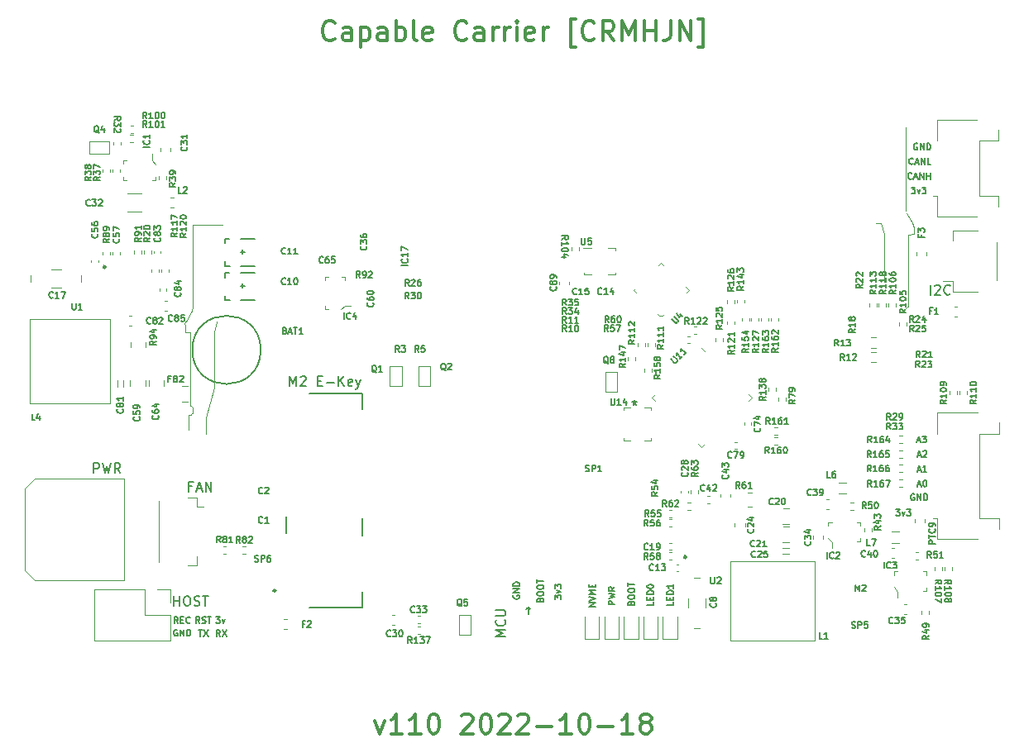
<source format=gto>
G04 #@! TF.GenerationSoftware,KiCad,Pcbnew,(6.0.8-1)-1*
G04 #@! TF.CreationDate,2022-10-18T17:53:05-07:00*
G04 #@! TF.ProjectId,CRMHJN_capable_carrier,43524d48-4a4e-45f6-9361-7061626c655f,rev?*
G04 #@! TF.SameCoordinates,Original*
G04 #@! TF.FileFunction,Legend,Top*
G04 #@! TF.FilePolarity,Positive*
%FSLAX46Y46*%
G04 Gerber Fmt 4.6, Leading zero omitted, Abs format (unit mm)*
G04 Created by KiCad (PCBNEW (6.0.8-1)-1) date 2022-10-18 17:53:05*
%MOMM*%
%LPD*%
G01*
G04 APERTURE LIST*
%ADD10C,0.100000*%
%ADD11C,0.150000*%
%ADD12C,0.200000*%
%ADD13C,0.300000*%
%ADD14C,0.120000*%
%ADD15C,0.250000*%
%ADD16C,0.127000*%
%ADD17C,0.240000*%
%ADD18C,0.153000*%
G04 APERTURE END LIST*
D10*
X98102010Y-22656020D02*
X98602010Y-22656020D01*
X98602010Y-22656020D02*
X98952030Y-23756020D01*
X98952030Y-28640060D02*
X98952030Y-23756020D01*
X101152030Y-21368990D02*
X101152030Y-12806010D01*
X101152030Y-21368990D02*
X101152030Y-12806010D01*
X101405990Y-31206020D02*
X101405990Y-23806020D01*
X101221890Y-21623890D02*
X101882180Y-22738140D01*
X101221890Y-21623890D02*
X101882180Y-22738140D01*
X101952030Y-23756020D02*
X101952030Y-22993040D01*
X101952030Y-23756020D02*
X101952030Y-22993040D01*
X101405990Y-23806020D02*
X101952030Y-23756020D01*
X28151990Y-22806010D02*
X31152000Y-22806010D01*
X28151990Y-31368990D02*
X28151990Y-22806010D01*
X27421850Y-32738140D02*
X28082140Y-31623890D01*
X27351990Y-33756020D02*
X27351990Y-32993040D01*
X30351990Y-39487840D02*
X30351990Y-33756020D01*
X28151990Y-22806010D02*
X31152000Y-22806010D01*
X28151990Y-31368990D02*
X28151990Y-22806010D01*
X27421850Y-32738140D02*
X28082140Y-31623890D01*
X27351990Y-33756020D02*
X27351990Y-32993040D01*
X29471990Y-44211010D02*
X29471990Y-42487840D01*
X29471990Y-42487840D02*
X30351990Y-39487840D01*
X30351990Y-39487840D02*
X30351990Y-33756020D01*
X27906780Y-41306020D02*
X27906780Y-33806020D01*
X27906780Y-41306020D02*
X27951990Y-41306020D01*
X28151990Y-42106020D02*
X28151990Y-41506020D01*
X27716010Y-42306020D02*
X27951990Y-42306020D01*
X27716010Y-43806020D02*
X27716010Y-42306020D01*
X27351990Y-33756020D02*
X27906780Y-33806020D01*
X30351990Y-33756020D02*
X30602010Y-32656020D01*
X101330120Y-31206020D02*
G75*
G03*
X101180120Y-31356020I-20J-149980D01*
G01*
X101952015Y-22993040D02*
G75*
G03*
X101882176Y-22738139I-500315J-60D01*
G01*
X101952015Y-22993040D02*
G75*
G03*
X101882176Y-22738139I-500315J-60D01*
G01*
X28082143Y-31623892D02*
G75*
G03*
X28151993Y-31368987I-430143J254892D01*
G01*
X27421821Y-32738129D02*
G75*
G03*
X27351987Y-32993043I430179J-254871D01*
G01*
X28082143Y-31623892D02*
G75*
G03*
X28151993Y-31368987I-430143J254892D01*
G01*
X27421821Y-32738129D02*
G75*
G03*
X27351987Y-32993043I430179J-254871D01*
G01*
X28151980Y-41506020D02*
G75*
G03*
X27951990Y-41306020I-199980J20D01*
G01*
X27951990Y-42305990D02*
G75*
G03*
X28151990Y-42106021I10J199990D01*
G01*
D11*
X35100000Y-35600000D02*
G75*
G03*
X35100000Y-35600000I-3500000J0D01*
G01*
X26632142Y-63594047D02*
X26415476Y-63284523D01*
X26260714Y-63594047D02*
X26260714Y-62944047D01*
X26508333Y-62944047D01*
X26570238Y-62975000D01*
X26601190Y-63005952D01*
X26632142Y-63067857D01*
X26632142Y-63160714D01*
X26601190Y-63222619D01*
X26570238Y-63253571D01*
X26508333Y-63284523D01*
X26260714Y-63284523D01*
X26910714Y-63253571D02*
X27127380Y-63253571D01*
X27220238Y-63594047D02*
X26910714Y-63594047D01*
X26910714Y-62944047D01*
X27220238Y-62944047D01*
X27870238Y-63532142D02*
X27839285Y-63563095D01*
X27746428Y-63594047D01*
X27684523Y-63594047D01*
X27591666Y-63563095D01*
X27529761Y-63501190D01*
X27498809Y-63439285D01*
X27467857Y-63315476D01*
X27467857Y-63222619D01*
X27498809Y-63098809D01*
X27529761Y-63036904D01*
X27591666Y-62975000D01*
X27684523Y-62944047D01*
X27746428Y-62944047D01*
X27839285Y-62975000D01*
X27870238Y-63005952D01*
D12*
X38078571Y-39302380D02*
X38078571Y-38302380D01*
X38411904Y-39016666D01*
X38745238Y-38302380D01*
X38745238Y-39302380D01*
X39173809Y-38397619D02*
X39221428Y-38350000D01*
X39316666Y-38302380D01*
X39554761Y-38302380D01*
X39650000Y-38350000D01*
X39697619Y-38397619D01*
X39745238Y-38492857D01*
X39745238Y-38588095D01*
X39697619Y-38730952D01*
X39126190Y-39302380D01*
X39745238Y-39302380D01*
X40935714Y-38778571D02*
X41269047Y-38778571D01*
X41411904Y-39302380D02*
X40935714Y-39302380D01*
X40935714Y-38302380D01*
X41411904Y-38302380D01*
X41840476Y-38921428D02*
X42602380Y-38921428D01*
X43078571Y-39302380D02*
X43078571Y-38302380D01*
X43650000Y-39302380D02*
X43221428Y-38730952D01*
X43650000Y-38302380D02*
X43078571Y-38873809D01*
X44459523Y-39254761D02*
X44364285Y-39302380D01*
X44173809Y-39302380D01*
X44078571Y-39254761D01*
X44030952Y-39159523D01*
X44030952Y-38778571D01*
X44078571Y-38683333D01*
X44173809Y-38635714D01*
X44364285Y-38635714D01*
X44459523Y-38683333D01*
X44507142Y-38778571D01*
X44507142Y-38873809D01*
X44030952Y-38969047D01*
X44840476Y-38635714D02*
X45078571Y-39302380D01*
X45316666Y-38635714D02*
X45078571Y-39302380D01*
X44983333Y-39540476D01*
X44935714Y-39588095D01*
X44840476Y-39635714D01*
D11*
X60975000Y-60745238D02*
X60944047Y-60807142D01*
X60944047Y-60900000D01*
X60975000Y-60992857D01*
X61036904Y-61054761D01*
X61098809Y-61085714D01*
X61222619Y-61116666D01*
X61315476Y-61116666D01*
X61439285Y-61085714D01*
X61501190Y-61054761D01*
X61563095Y-60992857D01*
X61594047Y-60900000D01*
X61594047Y-60838095D01*
X61563095Y-60745238D01*
X61532142Y-60714285D01*
X61315476Y-60714285D01*
X61315476Y-60838095D01*
X61594047Y-60435714D02*
X60944047Y-60435714D01*
X61594047Y-60064285D01*
X60944047Y-60064285D01*
X61594047Y-59754761D02*
X60944047Y-59754761D01*
X60944047Y-59600000D01*
X60975000Y-59507142D01*
X61036904Y-59445238D01*
X61098809Y-59414285D01*
X61222619Y-59383333D01*
X61315476Y-59383333D01*
X61439285Y-59414285D01*
X61501190Y-59445238D01*
X61563095Y-59507142D01*
X61594047Y-59600000D01*
X61594047Y-59754761D01*
X102335714Y-47908333D02*
X102645238Y-47908333D01*
X102273809Y-48094047D02*
X102490476Y-47444047D01*
X102707142Y-48094047D01*
X103264285Y-48094047D02*
X102892857Y-48094047D01*
X103078571Y-48094047D02*
X103078571Y-47444047D01*
X103016666Y-47536904D01*
X102954761Y-47598809D01*
X102892857Y-47629761D01*
X102335714Y-49408333D02*
X102645238Y-49408333D01*
X102273809Y-49594047D02*
X102490476Y-48944047D01*
X102707142Y-49594047D01*
X103047619Y-48944047D02*
X103109523Y-48944047D01*
X103171428Y-48975000D01*
X103202380Y-49005952D01*
X103233333Y-49067857D01*
X103264285Y-49191666D01*
X103264285Y-49346428D01*
X103233333Y-49470238D01*
X103202380Y-49532142D01*
X103171428Y-49563095D01*
X103109523Y-49594047D01*
X103047619Y-49594047D01*
X102985714Y-49563095D01*
X102954761Y-49532142D01*
X102923809Y-49470238D01*
X102892857Y-49346428D01*
X102892857Y-49191666D01*
X102923809Y-49067857D01*
X102954761Y-49005952D01*
X102985714Y-48975000D01*
X103047619Y-48944047D01*
X77344047Y-61427380D02*
X77344047Y-61736904D01*
X76694047Y-61736904D01*
X77003571Y-61210714D02*
X77003571Y-60994047D01*
X77344047Y-60901190D02*
X77344047Y-61210714D01*
X76694047Y-61210714D01*
X76694047Y-60901190D01*
X77344047Y-60622619D02*
X76694047Y-60622619D01*
X76694047Y-60467857D01*
X76725000Y-60375000D01*
X76786904Y-60313095D01*
X76848809Y-60282142D01*
X76972619Y-60251190D01*
X77065476Y-60251190D01*
X77189285Y-60282142D01*
X77251190Y-60313095D01*
X77313095Y-60375000D01*
X77344047Y-60467857D01*
X77344047Y-60622619D01*
X77344047Y-59632142D02*
X77344047Y-60003571D01*
X77344047Y-59817857D02*
X76694047Y-59817857D01*
X76786904Y-59879761D01*
X76848809Y-59941666D01*
X76879761Y-60003571D01*
D12*
X28090476Y-49578571D02*
X27757142Y-49578571D01*
X27757142Y-50102380D02*
X27757142Y-49102380D01*
X28233333Y-49102380D01*
X28566666Y-49816666D02*
X29042857Y-49816666D01*
X28471428Y-50102380D02*
X28804761Y-49102380D01*
X29138095Y-50102380D01*
X29471428Y-50102380D02*
X29471428Y-49102380D01*
X30042857Y-50102380D01*
X30042857Y-49102380D01*
D11*
X102304761Y-14475000D02*
X102242857Y-14444047D01*
X102150000Y-14444047D01*
X102057142Y-14475000D01*
X101995238Y-14536904D01*
X101964285Y-14598809D01*
X101933333Y-14722619D01*
X101933333Y-14815476D01*
X101964285Y-14939285D01*
X101995238Y-15001190D01*
X102057142Y-15063095D01*
X102150000Y-15094047D01*
X102211904Y-15094047D01*
X102304761Y-15063095D01*
X102335714Y-15032142D01*
X102335714Y-14815476D01*
X102211904Y-14815476D01*
X102614285Y-15094047D02*
X102614285Y-14444047D01*
X102985714Y-15094047D01*
X102985714Y-14444047D01*
X103295238Y-15094047D02*
X103295238Y-14444047D01*
X103450000Y-14444047D01*
X103542857Y-14475000D01*
X103604761Y-14536904D01*
X103635714Y-14598809D01*
X103666666Y-14722619D01*
X103666666Y-14815476D01*
X103635714Y-14939285D01*
X103604761Y-15001190D01*
X103542857Y-15063095D01*
X103450000Y-15094047D01*
X103295238Y-15094047D01*
X101676190Y-18944047D02*
X102078571Y-18944047D01*
X101861904Y-19191666D01*
X101954761Y-19191666D01*
X102016666Y-19222619D01*
X102047619Y-19253571D01*
X102078571Y-19315476D01*
X102078571Y-19470238D01*
X102047619Y-19532142D01*
X102016666Y-19563095D01*
X101954761Y-19594047D01*
X101769047Y-19594047D01*
X101707142Y-19563095D01*
X101676190Y-19532142D01*
X102295238Y-19160714D02*
X102450000Y-19594047D01*
X102604761Y-19160714D01*
X102790476Y-18944047D02*
X103192857Y-18944047D01*
X102976190Y-19191666D01*
X103069047Y-19191666D01*
X103130952Y-19222619D01*
X103161904Y-19253571D01*
X103192857Y-19315476D01*
X103192857Y-19470238D01*
X103161904Y-19532142D01*
X103130952Y-19563095D01*
X103069047Y-19594047D01*
X102883333Y-19594047D01*
X102821428Y-19563095D01*
X102790476Y-19532142D01*
X73003571Y-61532142D02*
X73034523Y-61439285D01*
X73065476Y-61408333D01*
X73127380Y-61377380D01*
X73220238Y-61377380D01*
X73282142Y-61408333D01*
X73313095Y-61439285D01*
X73344047Y-61501190D01*
X73344047Y-61748809D01*
X72694047Y-61748809D01*
X72694047Y-61532142D01*
X72725000Y-61470238D01*
X72755952Y-61439285D01*
X72817857Y-61408333D01*
X72879761Y-61408333D01*
X72941666Y-61439285D01*
X72972619Y-61470238D01*
X73003571Y-61532142D01*
X73003571Y-61748809D01*
X72694047Y-60975000D02*
X72694047Y-60851190D01*
X72725000Y-60789285D01*
X72786904Y-60727380D01*
X72910714Y-60696428D01*
X73127380Y-60696428D01*
X73251190Y-60727380D01*
X73313095Y-60789285D01*
X73344047Y-60851190D01*
X73344047Y-60975000D01*
X73313095Y-61036904D01*
X73251190Y-61098809D01*
X73127380Y-61129761D01*
X72910714Y-61129761D01*
X72786904Y-61098809D01*
X72725000Y-61036904D01*
X72694047Y-60975000D01*
X72694047Y-60294047D02*
X72694047Y-60170238D01*
X72725000Y-60108333D01*
X72786904Y-60046428D01*
X72910714Y-60015476D01*
X73127380Y-60015476D01*
X73251190Y-60046428D01*
X73313095Y-60108333D01*
X73344047Y-60170238D01*
X73344047Y-60294047D01*
X73313095Y-60355952D01*
X73251190Y-60417857D01*
X73127380Y-60448809D01*
X72910714Y-60448809D01*
X72786904Y-60417857D01*
X72725000Y-60355952D01*
X72694047Y-60294047D01*
X72694047Y-59829761D02*
X72694047Y-59458333D01*
X73344047Y-59644047D02*
X72694047Y-59644047D01*
X102004761Y-50375000D02*
X101942857Y-50344047D01*
X101850000Y-50344047D01*
X101757142Y-50375000D01*
X101695238Y-50436904D01*
X101664285Y-50498809D01*
X101633333Y-50622619D01*
X101633333Y-50715476D01*
X101664285Y-50839285D01*
X101695238Y-50901190D01*
X101757142Y-50963095D01*
X101850000Y-50994047D01*
X101911904Y-50994047D01*
X102004761Y-50963095D01*
X102035714Y-50932142D01*
X102035714Y-50715476D01*
X101911904Y-50715476D01*
X102314285Y-50994047D02*
X102314285Y-50344047D01*
X102685714Y-50994047D01*
X102685714Y-50344047D01*
X102995238Y-50994047D02*
X102995238Y-50344047D01*
X103150000Y-50344047D01*
X103242857Y-50375000D01*
X103304761Y-50436904D01*
X103335714Y-50498809D01*
X103366666Y-50622619D01*
X103366666Y-50715476D01*
X103335714Y-50839285D01*
X103304761Y-50901190D01*
X103242857Y-50963095D01*
X103150000Y-50994047D01*
X102995238Y-50994047D01*
X69344047Y-61879761D02*
X68694047Y-61879761D01*
X69344047Y-61508333D01*
X68694047Y-61508333D01*
X68694047Y-61291666D02*
X69344047Y-61075000D01*
X68694047Y-60858333D01*
X69344047Y-60641666D02*
X68694047Y-60641666D01*
X69158333Y-60425000D01*
X68694047Y-60208333D01*
X69344047Y-60208333D01*
X69003571Y-59898809D02*
X69003571Y-59682142D01*
X69344047Y-59589285D02*
X69344047Y-59898809D01*
X68694047Y-59898809D01*
X68694047Y-59589285D01*
X102285714Y-44908333D02*
X102595238Y-44908333D01*
X102223809Y-45094047D02*
X102440476Y-44444047D01*
X102657142Y-45094047D01*
X102811904Y-44444047D02*
X103214285Y-44444047D01*
X102997619Y-44691666D01*
X103090476Y-44691666D01*
X103152380Y-44722619D01*
X103183333Y-44753571D01*
X103214285Y-44815476D01*
X103214285Y-44970238D01*
X103183333Y-45032142D01*
X103152380Y-45063095D01*
X103090476Y-45094047D01*
X102904761Y-45094047D01*
X102842857Y-45063095D01*
X102811904Y-45032142D01*
X30941666Y-64944047D02*
X30725000Y-64634523D01*
X30570238Y-64944047D02*
X30570238Y-64294047D01*
X30817857Y-64294047D01*
X30879761Y-64325000D01*
X30910714Y-64355952D01*
X30941666Y-64417857D01*
X30941666Y-64510714D01*
X30910714Y-64572619D01*
X30879761Y-64603571D01*
X30817857Y-64634523D01*
X30570238Y-64634523D01*
X31158333Y-64294047D02*
X31591666Y-64944047D01*
X31591666Y-64294047D02*
X31158333Y-64944047D01*
X30535714Y-62944047D02*
X30938095Y-62944047D01*
X30721428Y-63191666D01*
X30814285Y-63191666D01*
X30876190Y-63222619D01*
X30907142Y-63253571D01*
X30938095Y-63315476D01*
X30938095Y-63470238D01*
X30907142Y-63532142D01*
X30876190Y-63563095D01*
X30814285Y-63594047D01*
X30628571Y-63594047D01*
X30566666Y-63563095D01*
X30535714Y-63532142D01*
X31154761Y-63160714D02*
X31309523Y-63594047D01*
X31464285Y-63160714D01*
X101741666Y-18032142D02*
X101710714Y-18063095D01*
X101617857Y-18094047D01*
X101555952Y-18094047D01*
X101463095Y-18063095D01*
X101401190Y-18001190D01*
X101370238Y-17939285D01*
X101339285Y-17815476D01*
X101339285Y-17722619D01*
X101370238Y-17598809D01*
X101401190Y-17536904D01*
X101463095Y-17475000D01*
X101555952Y-17444047D01*
X101617857Y-17444047D01*
X101710714Y-17475000D01*
X101741666Y-17505952D01*
X101989285Y-17908333D02*
X102298809Y-17908333D01*
X101927380Y-18094047D02*
X102144047Y-17444047D01*
X102360714Y-18094047D01*
X102577380Y-18094047D02*
X102577380Y-17444047D01*
X102948809Y-18094047D01*
X102948809Y-17444047D01*
X103258333Y-18094047D02*
X103258333Y-17444047D01*
X103258333Y-17753571D02*
X103629761Y-17753571D01*
X103629761Y-18094047D02*
X103629761Y-17444047D01*
D12*
X103673809Y-29952380D02*
X103673809Y-28952380D01*
X104102380Y-29047619D02*
X104150000Y-29000000D01*
X104245238Y-28952380D01*
X104483333Y-28952380D01*
X104578571Y-29000000D01*
X104626190Y-29047619D01*
X104673809Y-29142857D01*
X104673809Y-29238095D01*
X104626190Y-29380952D01*
X104054761Y-29952380D01*
X104673809Y-29952380D01*
X105673809Y-29857142D02*
X105626190Y-29904761D01*
X105483333Y-29952380D01*
X105388095Y-29952380D01*
X105245238Y-29904761D01*
X105150000Y-29809523D01*
X105102380Y-29714285D01*
X105054761Y-29523809D01*
X105054761Y-29380952D01*
X105102380Y-29190476D01*
X105150000Y-29095238D01*
X105245238Y-29000000D01*
X105388095Y-28952380D01*
X105483333Y-28952380D01*
X105626190Y-29000000D01*
X105673809Y-29047619D01*
D11*
X65194047Y-61123809D02*
X65194047Y-60721428D01*
X65441666Y-60938095D01*
X65441666Y-60845238D01*
X65472619Y-60783333D01*
X65503571Y-60752380D01*
X65565476Y-60721428D01*
X65720238Y-60721428D01*
X65782142Y-60752380D01*
X65813095Y-60783333D01*
X65844047Y-60845238D01*
X65844047Y-61030952D01*
X65813095Y-61092857D01*
X65782142Y-61123809D01*
X65410714Y-60504761D02*
X65844047Y-60350000D01*
X65410714Y-60195238D01*
X65194047Y-60009523D02*
X65194047Y-59607142D01*
X65441666Y-59823809D01*
X65441666Y-59730952D01*
X65472619Y-59669047D01*
X65503571Y-59638095D01*
X65565476Y-59607142D01*
X65720238Y-59607142D01*
X65782142Y-59638095D01*
X65813095Y-59669047D01*
X65844047Y-59730952D01*
X65844047Y-59916666D01*
X65813095Y-59978571D01*
X65782142Y-60009523D01*
X100126190Y-51944047D02*
X100528571Y-51944047D01*
X100311904Y-52191666D01*
X100404761Y-52191666D01*
X100466666Y-52222619D01*
X100497619Y-52253571D01*
X100528571Y-52315476D01*
X100528571Y-52470238D01*
X100497619Y-52532142D01*
X100466666Y-52563095D01*
X100404761Y-52594047D01*
X100219047Y-52594047D01*
X100157142Y-52563095D01*
X100126190Y-52532142D01*
X100745238Y-52160714D02*
X100900000Y-52594047D01*
X101054761Y-52160714D01*
X101240476Y-51944047D02*
X101642857Y-51944047D01*
X101426190Y-52191666D01*
X101519047Y-52191666D01*
X101580952Y-52222619D01*
X101611904Y-52253571D01*
X101642857Y-52315476D01*
X101642857Y-52470238D01*
X101611904Y-52532142D01*
X101580952Y-52563095D01*
X101519047Y-52594047D01*
X101333333Y-52594047D01*
X101271428Y-52563095D01*
X101240476Y-52532142D01*
D13*
X42666666Y-3714285D02*
X42571428Y-3809523D01*
X42285714Y-3904761D01*
X42095238Y-3904761D01*
X41809523Y-3809523D01*
X41619047Y-3619047D01*
X41523809Y-3428571D01*
X41428571Y-3047619D01*
X41428571Y-2761904D01*
X41523809Y-2380952D01*
X41619047Y-2190476D01*
X41809523Y-2000000D01*
X42095238Y-1904761D01*
X42285714Y-1904761D01*
X42571428Y-2000000D01*
X42666666Y-2095238D01*
X44380952Y-3904761D02*
X44380952Y-2857142D01*
X44285714Y-2666666D01*
X44095238Y-2571428D01*
X43714285Y-2571428D01*
X43523809Y-2666666D01*
X44380952Y-3809523D02*
X44190476Y-3904761D01*
X43714285Y-3904761D01*
X43523809Y-3809523D01*
X43428571Y-3619047D01*
X43428571Y-3428571D01*
X43523809Y-3238095D01*
X43714285Y-3142857D01*
X44190476Y-3142857D01*
X44380952Y-3047619D01*
X45333333Y-2571428D02*
X45333333Y-4571428D01*
X45333333Y-2666666D02*
X45523809Y-2571428D01*
X45904761Y-2571428D01*
X46095238Y-2666666D01*
X46190476Y-2761904D01*
X46285714Y-2952380D01*
X46285714Y-3523809D01*
X46190476Y-3714285D01*
X46095238Y-3809523D01*
X45904761Y-3904761D01*
X45523809Y-3904761D01*
X45333333Y-3809523D01*
X48000000Y-3904761D02*
X48000000Y-2857142D01*
X47904761Y-2666666D01*
X47714285Y-2571428D01*
X47333333Y-2571428D01*
X47142857Y-2666666D01*
X48000000Y-3809523D02*
X47809523Y-3904761D01*
X47333333Y-3904761D01*
X47142857Y-3809523D01*
X47047619Y-3619047D01*
X47047619Y-3428571D01*
X47142857Y-3238095D01*
X47333333Y-3142857D01*
X47809523Y-3142857D01*
X48000000Y-3047619D01*
X48952380Y-3904761D02*
X48952380Y-1904761D01*
X48952380Y-2666666D02*
X49142857Y-2571428D01*
X49523809Y-2571428D01*
X49714285Y-2666666D01*
X49809523Y-2761904D01*
X49904761Y-2952380D01*
X49904761Y-3523809D01*
X49809523Y-3714285D01*
X49714285Y-3809523D01*
X49523809Y-3904761D01*
X49142857Y-3904761D01*
X48952380Y-3809523D01*
X51047619Y-3904761D02*
X50857142Y-3809523D01*
X50761904Y-3619047D01*
X50761904Y-1904761D01*
X52571428Y-3809523D02*
X52380952Y-3904761D01*
X51999999Y-3904761D01*
X51809523Y-3809523D01*
X51714285Y-3619047D01*
X51714285Y-2857142D01*
X51809523Y-2666666D01*
X51999999Y-2571428D01*
X52380952Y-2571428D01*
X52571428Y-2666666D01*
X52666666Y-2857142D01*
X52666666Y-3047619D01*
X51714285Y-3238095D01*
X56190476Y-3714285D02*
X56095238Y-3809523D01*
X55809523Y-3904761D01*
X55619047Y-3904761D01*
X55333333Y-3809523D01*
X55142857Y-3619047D01*
X55047619Y-3428571D01*
X54952380Y-3047619D01*
X54952380Y-2761904D01*
X55047619Y-2380952D01*
X55142857Y-2190476D01*
X55333333Y-2000000D01*
X55619047Y-1904761D01*
X55809523Y-1904761D01*
X56095238Y-2000000D01*
X56190476Y-2095238D01*
X57904761Y-3904761D02*
X57904761Y-2857142D01*
X57809523Y-2666666D01*
X57619047Y-2571428D01*
X57238095Y-2571428D01*
X57047619Y-2666666D01*
X57904761Y-3809523D02*
X57714285Y-3904761D01*
X57238095Y-3904761D01*
X57047619Y-3809523D01*
X56952380Y-3619047D01*
X56952380Y-3428571D01*
X57047619Y-3238095D01*
X57238095Y-3142857D01*
X57714285Y-3142857D01*
X57904761Y-3047619D01*
X58857142Y-3904761D02*
X58857142Y-2571428D01*
X58857142Y-2952380D02*
X58952380Y-2761904D01*
X59047619Y-2666666D01*
X59238095Y-2571428D01*
X59428571Y-2571428D01*
X60095238Y-3904761D02*
X60095238Y-2571428D01*
X60095238Y-2952380D02*
X60190476Y-2761904D01*
X60285714Y-2666666D01*
X60476190Y-2571428D01*
X60666666Y-2571428D01*
X61333333Y-3904761D02*
X61333333Y-2571428D01*
X61333333Y-1904761D02*
X61238095Y-2000000D01*
X61333333Y-2095238D01*
X61428571Y-2000000D01*
X61333333Y-1904761D01*
X61333333Y-2095238D01*
X63047619Y-3809523D02*
X62857142Y-3904761D01*
X62476190Y-3904761D01*
X62285714Y-3809523D01*
X62190476Y-3619047D01*
X62190476Y-2857142D01*
X62285714Y-2666666D01*
X62476190Y-2571428D01*
X62857142Y-2571428D01*
X63047619Y-2666666D01*
X63142857Y-2857142D01*
X63142857Y-3047619D01*
X62190476Y-3238095D01*
X64000000Y-3904761D02*
X64000000Y-2571428D01*
X64000000Y-2952380D02*
X64095238Y-2761904D01*
X64190476Y-2666666D01*
X64380952Y-2571428D01*
X64571428Y-2571428D01*
X67333333Y-4571428D02*
X66857142Y-4571428D01*
X66857142Y-1714285D01*
X67333333Y-1714285D01*
X69238095Y-3714285D02*
X69142857Y-3809523D01*
X68857142Y-3904761D01*
X68666666Y-3904761D01*
X68380952Y-3809523D01*
X68190476Y-3619047D01*
X68095238Y-3428571D01*
X68000000Y-3047619D01*
X68000000Y-2761904D01*
X68095238Y-2380952D01*
X68190476Y-2190476D01*
X68380952Y-2000000D01*
X68666666Y-1904761D01*
X68857142Y-1904761D01*
X69142857Y-2000000D01*
X69238095Y-2095238D01*
X71238095Y-3904761D02*
X70571428Y-2952380D01*
X70095238Y-3904761D02*
X70095238Y-1904761D01*
X70857142Y-1904761D01*
X71047619Y-2000000D01*
X71142857Y-2095238D01*
X71238095Y-2285714D01*
X71238095Y-2571428D01*
X71142857Y-2761904D01*
X71047619Y-2857142D01*
X70857142Y-2952380D01*
X70095238Y-2952380D01*
X72095238Y-3904761D02*
X72095238Y-1904761D01*
X72761904Y-3333333D01*
X73428571Y-1904761D01*
X73428571Y-3904761D01*
X74380952Y-3904761D02*
X74380952Y-1904761D01*
X74380952Y-2857142D02*
X75523809Y-2857142D01*
X75523809Y-3904761D02*
X75523809Y-1904761D01*
X77047619Y-1904761D02*
X77047619Y-3333333D01*
X76952380Y-3619047D01*
X76761904Y-3809523D01*
X76476190Y-3904761D01*
X76285714Y-3904761D01*
X78000000Y-3904761D02*
X78000000Y-1904761D01*
X79142857Y-3904761D01*
X79142857Y-1904761D01*
X79904761Y-4571428D02*
X80380952Y-4571428D01*
X80380952Y-1714285D01*
X79904761Y-1714285D01*
D11*
X71344047Y-61666666D02*
X70694047Y-61666666D01*
X70694047Y-61419047D01*
X70725000Y-61357142D01*
X70755952Y-61326190D01*
X70817857Y-61295238D01*
X70910714Y-61295238D01*
X70972619Y-61326190D01*
X71003571Y-61357142D01*
X71034523Y-61419047D01*
X71034523Y-61666666D01*
X70694047Y-61078571D02*
X71344047Y-60923809D01*
X70879761Y-60800000D01*
X71344047Y-60676190D01*
X70694047Y-60521428D01*
X71344047Y-59902380D02*
X71034523Y-60119047D01*
X71344047Y-60273809D02*
X70694047Y-60273809D01*
X70694047Y-60026190D01*
X70725000Y-59964285D01*
X70755952Y-59933333D01*
X70817857Y-59902380D01*
X70910714Y-59902380D01*
X70972619Y-59933333D01*
X71003571Y-59964285D01*
X71034523Y-60026190D01*
X71034523Y-60273809D01*
D13*
X46809523Y-73571428D02*
X47285714Y-74904761D01*
X47761904Y-73571428D01*
X49571428Y-74904761D02*
X48428571Y-74904761D01*
X49000000Y-74904761D02*
X49000000Y-72904761D01*
X48809523Y-73190476D01*
X48619047Y-73380952D01*
X48428571Y-73476190D01*
X51476190Y-74904761D02*
X50333333Y-74904761D01*
X50904761Y-74904761D02*
X50904761Y-72904761D01*
X50714285Y-73190476D01*
X50523809Y-73380952D01*
X50333333Y-73476190D01*
X52714285Y-72904761D02*
X52904761Y-72904761D01*
X53095238Y-73000000D01*
X53190476Y-73095238D01*
X53285714Y-73285714D01*
X53380952Y-73666666D01*
X53380952Y-74142857D01*
X53285714Y-74523809D01*
X53190476Y-74714285D01*
X53095238Y-74809523D01*
X52904761Y-74904761D01*
X52714285Y-74904761D01*
X52523809Y-74809523D01*
X52428571Y-74714285D01*
X52333333Y-74523809D01*
X52238095Y-74142857D01*
X52238095Y-73666666D01*
X52333333Y-73285714D01*
X52428571Y-73095238D01*
X52523809Y-73000000D01*
X52714285Y-72904761D01*
X55666666Y-73095238D02*
X55761904Y-73000000D01*
X55952380Y-72904761D01*
X56428571Y-72904761D01*
X56619047Y-73000000D01*
X56714285Y-73095238D01*
X56809523Y-73285714D01*
X56809523Y-73476190D01*
X56714285Y-73761904D01*
X55571428Y-74904761D01*
X56809523Y-74904761D01*
X58047619Y-72904761D02*
X58238095Y-72904761D01*
X58428571Y-73000000D01*
X58523809Y-73095238D01*
X58619047Y-73285714D01*
X58714285Y-73666666D01*
X58714285Y-74142857D01*
X58619047Y-74523809D01*
X58523809Y-74714285D01*
X58428571Y-74809523D01*
X58238095Y-74904761D01*
X58047619Y-74904761D01*
X57857142Y-74809523D01*
X57761904Y-74714285D01*
X57666666Y-74523809D01*
X57571428Y-74142857D01*
X57571428Y-73666666D01*
X57666666Y-73285714D01*
X57761904Y-73095238D01*
X57857142Y-73000000D01*
X58047619Y-72904761D01*
X59476190Y-73095238D02*
X59571428Y-73000000D01*
X59761904Y-72904761D01*
X60238095Y-72904761D01*
X60428571Y-73000000D01*
X60523809Y-73095238D01*
X60619047Y-73285714D01*
X60619047Y-73476190D01*
X60523809Y-73761904D01*
X59380952Y-74904761D01*
X60619047Y-74904761D01*
X61380952Y-73095238D02*
X61476190Y-73000000D01*
X61666666Y-72904761D01*
X62142857Y-72904761D01*
X62333333Y-73000000D01*
X62428571Y-73095238D01*
X62523809Y-73285714D01*
X62523809Y-73476190D01*
X62428571Y-73761904D01*
X61285714Y-74904761D01*
X62523809Y-74904761D01*
X63380952Y-74142857D02*
X64904761Y-74142857D01*
X66904761Y-74904761D02*
X65761904Y-74904761D01*
X66333333Y-74904761D02*
X66333333Y-72904761D01*
X66142857Y-73190476D01*
X65952380Y-73380952D01*
X65761904Y-73476190D01*
X68142857Y-72904761D02*
X68333333Y-72904761D01*
X68523809Y-73000000D01*
X68619047Y-73095238D01*
X68714285Y-73285714D01*
X68809523Y-73666666D01*
X68809523Y-74142857D01*
X68714285Y-74523809D01*
X68619047Y-74714285D01*
X68523809Y-74809523D01*
X68333333Y-74904761D01*
X68142857Y-74904761D01*
X67952380Y-74809523D01*
X67857142Y-74714285D01*
X67761904Y-74523809D01*
X67666666Y-74142857D01*
X67666666Y-73666666D01*
X67761904Y-73285714D01*
X67857142Y-73095238D01*
X67952380Y-73000000D01*
X68142857Y-72904761D01*
X69666666Y-74142857D02*
X71190476Y-74142857D01*
X73190476Y-74904761D02*
X72047619Y-74904761D01*
X72619047Y-74904761D02*
X72619047Y-72904761D01*
X72428571Y-73190476D01*
X72238095Y-73380952D01*
X72047619Y-73476190D01*
X74333333Y-73761904D02*
X74142857Y-73666666D01*
X74047619Y-73571428D01*
X73952380Y-73380952D01*
X73952380Y-73285714D01*
X74047619Y-73095238D01*
X74142857Y-73000000D01*
X74333333Y-72904761D01*
X74714285Y-72904761D01*
X74904761Y-73000000D01*
X75000000Y-73095238D01*
X75095238Y-73285714D01*
X75095238Y-73380952D01*
X75000000Y-73571428D01*
X74904761Y-73666666D01*
X74714285Y-73761904D01*
X74333333Y-73761904D01*
X74142857Y-73857142D01*
X74047619Y-73952380D01*
X73952380Y-74142857D01*
X73952380Y-74523809D01*
X74047619Y-74714285D01*
X74142857Y-74809523D01*
X74333333Y-74904761D01*
X74714285Y-74904761D01*
X74904761Y-74809523D01*
X75000000Y-74714285D01*
X75095238Y-74523809D01*
X75095238Y-74142857D01*
X75000000Y-73952380D01*
X74904761Y-73857142D01*
X74714285Y-73761904D01*
D11*
X63703571Y-61182142D02*
X63734523Y-61089285D01*
X63765476Y-61058333D01*
X63827380Y-61027380D01*
X63920238Y-61027380D01*
X63982142Y-61058333D01*
X64013095Y-61089285D01*
X64044047Y-61151190D01*
X64044047Y-61398809D01*
X63394047Y-61398809D01*
X63394047Y-61182142D01*
X63425000Y-61120238D01*
X63455952Y-61089285D01*
X63517857Y-61058333D01*
X63579761Y-61058333D01*
X63641666Y-61089285D01*
X63672619Y-61120238D01*
X63703571Y-61182142D01*
X63703571Y-61398809D01*
X63394047Y-60625000D02*
X63394047Y-60501190D01*
X63425000Y-60439285D01*
X63486904Y-60377380D01*
X63610714Y-60346428D01*
X63827380Y-60346428D01*
X63951190Y-60377380D01*
X64013095Y-60439285D01*
X64044047Y-60501190D01*
X64044047Y-60625000D01*
X64013095Y-60686904D01*
X63951190Y-60748809D01*
X63827380Y-60779761D01*
X63610714Y-60779761D01*
X63486904Y-60748809D01*
X63425000Y-60686904D01*
X63394047Y-60625000D01*
X63394047Y-59944047D02*
X63394047Y-59820238D01*
X63425000Y-59758333D01*
X63486904Y-59696428D01*
X63610714Y-59665476D01*
X63827380Y-59665476D01*
X63951190Y-59696428D01*
X64013095Y-59758333D01*
X64044047Y-59820238D01*
X64044047Y-59944047D01*
X64013095Y-60005952D01*
X63951190Y-60067857D01*
X63827380Y-60098809D01*
X63610714Y-60098809D01*
X63486904Y-60067857D01*
X63425000Y-60005952D01*
X63394047Y-59944047D01*
X63394047Y-59479761D02*
X63394047Y-59108333D01*
X64044047Y-59294047D02*
X63394047Y-59294047D01*
X26554761Y-64275000D02*
X26492857Y-64244047D01*
X26400000Y-64244047D01*
X26307142Y-64275000D01*
X26245238Y-64336904D01*
X26214285Y-64398809D01*
X26183333Y-64522619D01*
X26183333Y-64615476D01*
X26214285Y-64739285D01*
X26245238Y-64801190D01*
X26307142Y-64863095D01*
X26400000Y-64894047D01*
X26461904Y-64894047D01*
X26554761Y-64863095D01*
X26585714Y-64832142D01*
X26585714Y-64615476D01*
X26461904Y-64615476D01*
X26864285Y-64894047D02*
X26864285Y-64244047D01*
X27235714Y-64894047D01*
X27235714Y-64244047D01*
X27545238Y-64894047D02*
X27545238Y-64244047D01*
X27700000Y-64244047D01*
X27792857Y-64275000D01*
X27854761Y-64336904D01*
X27885714Y-64398809D01*
X27916666Y-64522619D01*
X27916666Y-64615476D01*
X27885714Y-64739285D01*
X27854761Y-64801190D01*
X27792857Y-64863095D01*
X27700000Y-64894047D01*
X27545238Y-64894047D01*
X75294047Y-61427380D02*
X75294047Y-61736904D01*
X74644047Y-61736904D01*
X74953571Y-61210714D02*
X74953571Y-60994047D01*
X75294047Y-60901190D02*
X75294047Y-61210714D01*
X74644047Y-61210714D01*
X74644047Y-60901190D01*
X75294047Y-60622619D02*
X74644047Y-60622619D01*
X74644047Y-60467857D01*
X74675000Y-60375000D01*
X74736904Y-60313095D01*
X74798809Y-60282142D01*
X74922619Y-60251190D01*
X75015476Y-60251190D01*
X75139285Y-60282142D01*
X75201190Y-60313095D01*
X75263095Y-60375000D01*
X75294047Y-60467857D01*
X75294047Y-60622619D01*
X74644047Y-59848809D02*
X74644047Y-59786904D01*
X74675000Y-59725000D01*
X74705952Y-59694047D01*
X74767857Y-59663095D01*
X74891666Y-59632142D01*
X75046428Y-59632142D01*
X75170238Y-59663095D01*
X75232142Y-59694047D01*
X75263095Y-59725000D01*
X75294047Y-59786904D01*
X75294047Y-59848809D01*
X75263095Y-59910714D01*
X75232142Y-59941666D01*
X75170238Y-59972619D01*
X75046428Y-60003571D01*
X74891666Y-60003571D01*
X74767857Y-59972619D01*
X74705952Y-59941666D01*
X74675000Y-59910714D01*
X74644047Y-59848809D01*
X60152380Y-64957142D02*
X59152380Y-64957142D01*
X59866666Y-64623809D01*
X59152380Y-64290476D01*
X60152380Y-64290476D01*
X60057142Y-63242857D02*
X60104761Y-63290476D01*
X60152380Y-63433333D01*
X60152380Y-63528571D01*
X60104761Y-63671428D01*
X60009523Y-63766666D01*
X59914285Y-63814285D01*
X59723809Y-63861904D01*
X59580952Y-63861904D01*
X59390476Y-63814285D01*
X59295238Y-63766666D01*
X59200000Y-63671428D01*
X59152380Y-63528571D01*
X59152380Y-63433333D01*
X59200000Y-63290476D01*
X59247619Y-63242857D01*
X59152380Y-62814285D02*
X59961904Y-62814285D01*
X60057142Y-62766666D01*
X60104761Y-62719047D01*
X60152380Y-62623809D01*
X60152380Y-62433333D01*
X60104761Y-62338095D01*
X60057142Y-62290476D01*
X59961904Y-62242857D01*
X59152380Y-62242857D01*
X28844047Y-63594047D02*
X28627380Y-63284523D01*
X28472619Y-63594047D02*
X28472619Y-62944047D01*
X28720238Y-62944047D01*
X28782142Y-62975000D01*
X28813095Y-63005952D01*
X28844047Y-63067857D01*
X28844047Y-63160714D01*
X28813095Y-63222619D01*
X28782142Y-63253571D01*
X28720238Y-63284523D01*
X28472619Y-63284523D01*
X29091666Y-63563095D02*
X29184523Y-63594047D01*
X29339285Y-63594047D01*
X29401190Y-63563095D01*
X29432142Y-63532142D01*
X29463095Y-63470238D01*
X29463095Y-63408333D01*
X29432142Y-63346428D01*
X29401190Y-63315476D01*
X29339285Y-63284523D01*
X29215476Y-63253571D01*
X29153571Y-63222619D01*
X29122619Y-63191666D01*
X29091666Y-63129761D01*
X29091666Y-63067857D01*
X29122619Y-63005952D01*
X29153571Y-62975000D01*
X29215476Y-62944047D01*
X29370238Y-62944047D01*
X29463095Y-62975000D01*
X29648809Y-62944047D02*
X30020238Y-62944047D01*
X29834523Y-63594047D02*
X29834523Y-62944047D01*
X28754761Y-64294047D02*
X29126190Y-64294047D01*
X28940476Y-64944047D02*
X28940476Y-64294047D01*
X29280952Y-64294047D02*
X29714285Y-64944047D01*
X29714285Y-64294047D02*
X29280952Y-64944047D01*
D12*
X26233333Y-61802380D02*
X26233333Y-60802380D01*
X26233333Y-61278571D02*
X26804761Y-61278571D01*
X26804761Y-61802380D02*
X26804761Y-60802380D01*
X27471428Y-60802380D02*
X27661904Y-60802380D01*
X27757142Y-60850000D01*
X27852380Y-60945238D01*
X27900000Y-61135714D01*
X27900000Y-61469047D01*
X27852380Y-61659523D01*
X27757142Y-61754761D01*
X27661904Y-61802380D01*
X27471428Y-61802380D01*
X27376190Y-61754761D01*
X27280952Y-61659523D01*
X27233333Y-61469047D01*
X27233333Y-61135714D01*
X27280952Y-60945238D01*
X27376190Y-60850000D01*
X27471428Y-60802380D01*
X28280952Y-61754761D02*
X28423809Y-61802380D01*
X28661904Y-61802380D01*
X28757142Y-61754761D01*
X28804761Y-61707142D01*
X28852380Y-61611904D01*
X28852380Y-61516666D01*
X28804761Y-61421428D01*
X28757142Y-61373809D01*
X28661904Y-61326190D01*
X28471428Y-61278571D01*
X28376190Y-61230952D01*
X28328571Y-61183333D01*
X28280952Y-61088095D01*
X28280952Y-60992857D01*
X28328571Y-60897619D01*
X28376190Y-60850000D01*
X28471428Y-60802380D01*
X28709523Y-60802380D01*
X28852380Y-60850000D01*
X29138095Y-60802380D02*
X29709523Y-60802380D01*
X29423809Y-61802380D02*
X29423809Y-60802380D01*
D11*
X102335714Y-46408333D02*
X102645238Y-46408333D01*
X102273809Y-46594047D02*
X102490476Y-45944047D01*
X102707142Y-46594047D01*
X102892857Y-46005952D02*
X102923809Y-45975000D01*
X102985714Y-45944047D01*
X103140476Y-45944047D01*
X103202380Y-45975000D01*
X103233333Y-46005952D01*
X103264285Y-46067857D01*
X103264285Y-46129761D01*
X103233333Y-46222619D01*
X102861904Y-46594047D01*
X103264285Y-46594047D01*
X101869047Y-16532142D02*
X101838095Y-16563095D01*
X101745238Y-16594047D01*
X101683333Y-16594047D01*
X101590476Y-16563095D01*
X101528571Y-16501190D01*
X101497619Y-16439285D01*
X101466666Y-16315476D01*
X101466666Y-16222619D01*
X101497619Y-16098809D01*
X101528571Y-16036904D01*
X101590476Y-15975000D01*
X101683333Y-15944047D01*
X101745238Y-15944047D01*
X101838095Y-15975000D01*
X101869047Y-16005952D01*
X102116666Y-16408333D02*
X102426190Y-16408333D01*
X102054761Y-16594047D02*
X102271428Y-15944047D01*
X102488095Y-16594047D01*
X102704761Y-16594047D02*
X102704761Y-15944047D01*
X103076190Y-16594047D01*
X103076190Y-15944047D01*
X103695238Y-16594047D02*
X103385714Y-16594047D01*
X103385714Y-15944047D01*
D12*
X18016666Y-48202380D02*
X18016666Y-47202380D01*
X18397619Y-47202380D01*
X18492857Y-47250000D01*
X18540476Y-47297619D01*
X18588095Y-47392857D01*
X18588095Y-47535714D01*
X18540476Y-47630952D01*
X18492857Y-47678571D01*
X18397619Y-47726190D01*
X18016666Y-47726190D01*
X18921428Y-47202380D02*
X19159523Y-48202380D01*
X19350000Y-47488095D01*
X19540476Y-48202380D01*
X19778571Y-47202380D01*
X20730952Y-48202380D02*
X20397619Y-47726190D01*
X20159523Y-48202380D02*
X20159523Y-47202380D01*
X20540476Y-47202380D01*
X20635714Y-47250000D01*
X20683333Y-47297619D01*
X20730952Y-47392857D01*
X20730952Y-47535714D01*
X20683333Y-47630952D01*
X20635714Y-47678571D01*
X20540476Y-47726190D01*
X20159523Y-47726190D01*
D11*
G04 #@! TO.C,R37*
X18644047Y-17867857D02*
X18334523Y-18084523D01*
X18644047Y-18239285D02*
X17994047Y-18239285D01*
X17994047Y-17991666D01*
X18025000Y-17929761D01*
X18055952Y-17898809D01*
X18117857Y-17867857D01*
X18210714Y-17867857D01*
X18272619Y-17898809D01*
X18303571Y-17929761D01*
X18334523Y-17991666D01*
X18334523Y-18239285D01*
X17994047Y-17651190D02*
X17994047Y-17248809D01*
X18241666Y-17465476D01*
X18241666Y-17372619D01*
X18272619Y-17310714D01*
X18303571Y-17279761D01*
X18365476Y-17248809D01*
X18520238Y-17248809D01*
X18582142Y-17279761D01*
X18613095Y-17310714D01*
X18644047Y-17372619D01*
X18644047Y-17558333D01*
X18613095Y-17620238D01*
X18582142Y-17651190D01*
X17994047Y-17032142D02*
X17994047Y-16598809D01*
X18644047Y-16877380D01*
G04 #@! TO.C,SP1*
X68354761Y-48013095D02*
X68447619Y-48044047D01*
X68602380Y-48044047D01*
X68664285Y-48013095D01*
X68695238Y-47982142D01*
X68726190Y-47920238D01*
X68726190Y-47858333D01*
X68695238Y-47796428D01*
X68664285Y-47765476D01*
X68602380Y-47734523D01*
X68478571Y-47703571D01*
X68416666Y-47672619D01*
X68385714Y-47641666D01*
X68354761Y-47579761D01*
X68354761Y-47517857D01*
X68385714Y-47455952D01*
X68416666Y-47425000D01*
X68478571Y-47394047D01*
X68633333Y-47394047D01*
X68726190Y-47425000D01*
X69004761Y-48044047D02*
X69004761Y-47394047D01*
X69252380Y-47394047D01*
X69314285Y-47425000D01*
X69345238Y-47455952D01*
X69376190Y-47517857D01*
X69376190Y-47610714D01*
X69345238Y-47672619D01*
X69314285Y-47703571D01*
X69252380Y-47734523D01*
X69004761Y-47734523D01*
X69995238Y-48044047D02*
X69623809Y-48044047D01*
X69809523Y-48044047D02*
X69809523Y-47394047D01*
X69747619Y-47486904D01*
X69685714Y-47548809D01*
X69623809Y-47579761D01*
G04 #@! TO.C,SP5*
X95596361Y-64062085D02*
X95689219Y-64093037D01*
X95843980Y-64093037D01*
X95905885Y-64062085D01*
X95936838Y-64031132D01*
X95967790Y-63969228D01*
X95967790Y-63907323D01*
X95936838Y-63845418D01*
X95905885Y-63814466D01*
X95843980Y-63783513D01*
X95720171Y-63752561D01*
X95658266Y-63721609D01*
X95627314Y-63690656D01*
X95596361Y-63628751D01*
X95596361Y-63566847D01*
X95627314Y-63504942D01*
X95658266Y-63473990D01*
X95720171Y-63443037D01*
X95874933Y-63443037D01*
X95967790Y-63473990D01*
X96246361Y-64093037D02*
X96246361Y-63443037D01*
X96493980Y-63443037D01*
X96555885Y-63473990D01*
X96586838Y-63504942D01*
X96617790Y-63566847D01*
X96617790Y-63659704D01*
X96586838Y-63721609D01*
X96555885Y-63752561D01*
X96493980Y-63783513D01*
X96246361Y-63783513D01*
X97205885Y-63443037D02*
X96896361Y-63443037D01*
X96865409Y-63752561D01*
X96896361Y-63721609D01*
X96958266Y-63690656D01*
X97113028Y-63690656D01*
X97174933Y-63721609D01*
X97205885Y-63752561D01*
X97236838Y-63814466D01*
X97236838Y-63969228D01*
X97205885Y-64031132D01*
X97174933Y-64062085D01*
X97113028Y-64093037D01*
X96958266Y-64093037D01*
X96896361Y-64062085D01*
X96865409Y-64031132D01*
G04 #@! TO.C,R122*
X78922619Y-32944047D02*
X78705952Y-32634523D01*
X78551190Y-32944047D02*
X78551190Y-32294047D01*
X78798809Y-32294047D01*
X78860714Y-32325000D01*
X78891666Y-32355952D01*
X78922619Y-32417857D01*
X78922619Y-32510714D01*
X78891666Y-32572619D01*
X78860714Y-32603571D01*
X78798809Y-32634523D01*
X78551190Y-32634523D01*
X79541666Y-32944047D02*
X79170238Y-32944047D01*
X79355952Y-32944047D02*
X79355952Y-32294047D01*
X79294047Y-32386904D01*
X79232142Y-32448809D01*
X79170238Y-32479761D01*
X79789285Y-32355952D02*
X79820238Y-32325000D01*
X79882142Y-32294047D01*
X80036904Y-32294047D01*
X80098809Y-32325000D01*
X80129761Y-32355952D01*
X80160714Y-32417857D01*
X80160714Y-32479761D01*
X80129761Y-32572619D01*
X79758333Y-32944047D01*
X80160714Y-32944047D01*
X80408333Y-32355952D02*
X80439285Y-32325000D01*
X80501190Y-32294047D01*
X80655952Y-32294047D01*
X80717857Y-32325000D01*
X80748809Y-32355952D01*
X80779761Y-32417857D01*
X80779761Y-32479761D01*
X80748809Y-32572619D01*
X80377380Y-32944047D01*
X80779761Y-32944047D01*
G04 #@! TO.C,R118*
X99094047Y-29477380D02*
X98784523Y-29694047D01*
X99094047Y-29848809D02*
X98444047Y-29848809D01*
X98444047Y-29601190D01*
X98475000Y-29539285D01*
X98505952Y-29508333D01*
X98567857Y-29477380D01*
X98660714Y-29477380D01*
X98722619Y-29508333D01*
X98753571Y-29539285D01*
X98784523Y-29601190D01*
X98784523Y-29848809D01*
X99094047Y-28858333D02*
X99094047Y-29229761D01*
X99094047Y-29044047D02*
X98444047Y-29044047D01*
X98536904Y-29105952D01*
X98598809Y-29167857D01*
X98629761Y-29229761D01*
X99094047Y-28239285D02*
X99094047Y-28610714D01*
X99094047Y-28425000D02*
X98444047Y-28425000D01*
X98536904Y-28486904D01*
X98598809Y-28548809D01*
X98629761Y-28610714D01*
X98722619Y-27867857D02*
X98691666Y-27929761D01*
X98660714Y-27960714D01*
X98598809Y-27991666D01*
X98567857Y-27991666D01*
X98505952Y-27960714D01*
X98475000Y-27929761D01*
X98444047Y-27867857D01*
X98444047Y-27744047D01*
X98475000Y-27682142D01*
X98505952Y-27651190D01*
X98567857Y-27620238D01*
X98598809Y-27620238D01*
X98660714Y-27651190D01*
X98691666Y-27682142D01*
X98722619Y-27744047D01*
X98722619Y-27867857D01*
X98753571Y-27929761D01*
X98784523Y-27960714D01*
X98846428Y-27991666D01*
X98970238Y-27991666D01*
X99032142Y-27960714D01*
X99063095Y-27929761D01*
X99094047Y-27867857D01*
X99094047Y-27744047D01*
X99063095Y-27682142D01*
X99032142Y-27651190D01*
X98970238Y-27620238D01*
X98846428Y-27620238D01*
X98784523Y-27651190D01*
X98753571Y-27682142D01*
X98722619Y-27744047D01*
G04 #@! TO.C,F2*
X39583333Y-63653571D02*
X39366666Y-63653571D01*
X39366666Y-63994047D02*
X39366666Y-63344047D01*
X39676190Y-63344047D01*
X39892857Y-63405952D02*
X39923809Y-63375000D01*
X39985714Y-63344047D01*
X40140476Y-63344047D01*
X40202380Y-63375000D01*
X40233333Y-63405952D01*
X40264285Y-63467857D01*
X40264285Y-63529761D01*
X40233333Y-63622619D01*
X39861904Y-63994047D01*
X40264285Y-63994047D01*
G04 #@! TO.C,R164*
X97622619Y-45094047D02*
X97405952Y-44784523D01*
X97251190Y-45094047D02*
X97251190Y-44444047D01*
X97498809Y-44444047D01*
X97560714Y-44475000D01*
X97591666Y-44505952D01*
X97622619Y-44567857D01*
X97622619Y-44660714D01*
X97591666Y-44722619D01*
X97560714Y-44753571D01*
X97498809Y-44784523D01*
X97251190Y-44784523D01*
X98241666Y-45094047D02*
X97870238Y-45094047D01*
X98055952Y-45094047D02*
X98055952Y-44444047D01*
X97994047Y-44536904D01*
X97932142Y-44598809D01*
X97870238Y-44629761D01*
X98798809Y-44444047D02*
X98675000Y-44444047D01*
X98613095Y-44475000D01*
X98582142Y-44505952D01*
X98520238Y-44598809D01*
X98489285Y-44722619D01*
X98489285Y-44970238D01*
X98520238Y-45032142D01*
X98551190Y-45063095D01*
X98613095Y-45094047D01*
X98736904Y-45094047D01*
X98798809Y-45063095D01*
X98829761Y-45032142D01*
X98860714Y-44970238D01*
X98860714Y-44815476D01*
X98829761Y-44753571D01*
X98798809Y-44722619D01*
X98736904Y-44691666D01*
X98613095Y-44691666D01*
X98551190Y-44722619D01*
X98520238Y-44753571D01*
X98489285Y-44815476D01*
X99417857Y-44660714D02*
X99417857Y-45094047D01*
X99263095Y-44413095D02*
X99108333Y-44877380D01*
X99510714Y-44877380D01*
G04 #@! TO.C,SP6*
X34479761Y-57263095D02*
X34572619Y-57294047D01*
X34727380Y-57294047D01*
X34789285Y-57263095D01*
X34820238Y-57232142D01*
X34851190Y-57170238D01*
X34851190Y-57108333D01*
X34820238Y-57046428D01*
X34789285Y-57015476D01*
X34727380Y-56984523D01*
X34603571Y-56953571D01*
X34541666Y-56922619D01*
X34510714Y-56891666D01*
X34479761Y-56829761D01*
X34479761Y-56767857D01*
X34510714Y-56705952D01*
X34541666Y-56675000D01*
X34603571Y-56644047D01*
X34758333Y-56644047D01*
X34851190Y-56675000D01*
X35129761Y-57294047D02*
X35129761Y-56644047D01*
X35377380Y-56644047D01*
X35439285Y-56675000D01*
X35470238Y-56705952D01*
X35501190Y-56767857D01*
X35501190Y-56860714D01*
X35470238Y-56922619D01*
X35439285Y-56953571D01*
X35377380Y-56984523D01*
X35129761Y-56984523D01*
X36058333Y-56644047D02*
X35934523Y-56644047D01*
X35872619Y-56675000D01*
X35841666Y-56705952D01*
X35779761Y-56798809D01*
X35748809Y-56922619D01*
X35748809Y-57170238D01*
X35779761Y-57232142D01*
X35810714Y-57263095D01*
X35872619Y-57294047D01*
X35996428Y-57294047D01*
X36058333Y-57263095D01*
X36089285Y-57232142D01*
X36120238Y-57170238D01*
X36120238Y-57015476D01*
X36089285Y-56953571D01*
X36058333Y-56922619D01*
X35996428Y-56891666D01*
X35872619Y-56891666D01*
X35810714Y-56922619D01*
X35779761Y-56953571D01*
X35748809Y-57015476D01*
G04 #@! TO.C,R18*
X95944047Y-33467857D02*
X95634523Y-33684523D01*
X95944047Y-33839285D02*
X95294047Y-33839285D01*
X95294047Y-33591666D01*
X95325000Y-33529761D01*
X95355952Y-33498809D01*
X95417857Y-33467857D01*
X95510714Y-33467857D01*
X95572619Y-33498809D01*
X95603571Y-33529761D01*
X95634523Y-33591666D01*
X95634523Y-33839285D01*
X95944047Y-32848809D02*
X95944047Y-33220238D01*
X95944047Y-33034523D02*
X95294047Y-33034523D01*
X95386904Y-33096428D01*
X95448809Y-33158333D01*
X95479761Y-33220238D01*
X95572619Y-32477380D02*
X95541666Y-32539285D01*
X95510714Y-32570238D01*
X95448809Y-32601190D01*
X95417857Y-32601190D01*
X95355952Y-32570238D01*
X95325000Y-32539285D01*
X95294047Y-32477380D01*
X95294047Y-32353571D01*
X95325000Y-32291666D01*
X95355952Y-32260714D01*
X95417857Y-32229761D01*
X95448809Y-32229761D01*
X95510714Y-32260714D01*
X95541666Y-32291666D01*
X95572619Y-32353571D01*
X95572619Y-32477380D01*
X95603571Y-32539285D01*
X95634523Y-32570238D01*
X95696428Y-32601190D01*
X95820238Y-32601190D01*
X95882142Y-32570238D01*
X95913095Y-32539285D01*
X95944047Y-32477380D01*
X95944047Y-32353571D01*
X95913095Y-32291666D01*
X95882142Y-32260714D01*
X95820238Y-32229761D01*
X95696428Y-32229761D01*
X95634523Y-32260714D01*
X95603571Y-32291666D01*
X95572619Y-32353571D01*
G04 #@! TO.C,R58*
X74732142Y-57049047D02*
X74515476Y-56739523D01*
X74360714Y-57049047D02*
X74360714Y-56399047D01*
X74608333Y-56399047D01*
X74670238Y-56430000D01*
X74701190Y-56460952D01*
X74732142Y-56522857D01*
X74732142Y-56615714D01*
X74701190Y-56677619D01*
X74670238Y-56708571D01*
X74608333Y-56739523D01*
X74360714Y-56739523D01*
X75320238Y-56399047D02*
X75010714Y-56399047D01*
X74979761Y-56708571D01*
X75010714Y-56677619D01*
X75072619Y-56646666D01*
X75227380Y-56646666D01*
X75289285Y-56677619D01*
X75320238Y-56708571D01*
X75351190Y-56770476D01*
X75351190Y-56925238D01*
X75320238Y-56987142D01*
X75289285Y-57018095D01*
X75227380Y-57049047D01*
X75072619Y-57049047D01*
X75010714Y-57018095D01*
X74979761Y-56987142D01*
X75722619Y-56677619D02*
X75660714Y-56646666D01*
X75629761Y-56615714D01*
X75598809Y-56553809D01*
X75598809Y-56522857D01*
X75629761Y-56460952D01*
X75660714Y-56430000D01*
X75722619Y-56399047D01*
X75846428Y-56399047D01*
X75908333Y-56430000D01*
X75939285Y-56460952D01*
X75970238Y-56522857D01*
X75970238Y-56553809D01*
X75939285Y-56615714D01*
X75908333Y-56646666D01*
X75846428Y-56677619D01*
X75722619Y-56677619D01*
X75660714Y-56708571D01*
X75629761Y-56739523D01*
X75598809Y-56801428D01*
X75598809Y-56925238D01*
X75629761Y-56987142D01*
X75660714Y-57018095D01*
X75722619Y-57049047D01*
X75846428Y-57049047D01*
X75908333Y-57018095D01*
X75939285Y-56987142D01*
X75970238Y-56925238D01*
X75970238Y-56801428D01*
X75939285Y-56739523D01*
X75908333Y-56708571D01*
X75846428Y-56677619D01*
G04 #@! TO.C,R49*
X103494047Y-64867857D02*
X103184523Y-65084523D01*
X103494047Y-65239285D02*
X102844047Y-65239285D01*
X102844047Y-64991666D01*
X102875000Y-64929761D01*
X102905952Y-64898809D01*
X102967857Y-64867857D01*
X103060714Y-64867857D01*
X103122619Y-64898809D01*
X103153571Y-64929761D01*
X103184523Y-64991666D01*
X103184523Y-65239285D01*
X103060714Y-64310714D02*
X103494047Y-64310714D01*
X102813095Y-64465476D02*
X103277380Y-64620238D01*
X103277380Y-64217857D01*
X103494047Y-63939285D02*
X103494047Y-63815476D01*
X103463095Y-63753571D01*
X103432142Y-63722619D01*
X103339285Y-63660714D01*
X103215476Y-63629761D01*
X102967857Y-63629761D01*
X102905952Y-63660714D01*
X102875000Y-63691666D01*
X102844047Y-63753571D01*
X102844047Y-63877380D01*
X102875000Y-63939285D01*
X102905952Y-63970238D01*
X102967857Y-64001190D01*
X103122619Y-64001190D01*
X103184523Y-63970238D01*
X103215476Y-63939285D01*
X103246428Y-63877380D01*
X103246428Y-63753571D01*
X103215476Y-63691666D01*
X103184523Y-63660714D01*
X103122619Y-63629761D01*
G04 #@! TO.C,R137*
X50567619Y-65644047D02*
X50350952Y-65334523D01*
X50196190Y-65644047D02*
X50196190Y-64994047D01*
X50443809Y-64994047D01*
X50505714Y-65025000D01*
X50536666Y-65055952D01*
X50567619Y-65117857D01*
X50567619Y-65210714D01*
X50536666Y-65272619D01*
X50505714Y-65303571D01*
X50443809Y-65334523D01*
X50196190Y-65334523D01*
X51186666Y-65644047D02*
X50815238Y-65644047D01*
X51000952Y-65644047D02*
X51000952Y-64994047D01*
X50939047Y-65086904D01*
X50877142Y-65148809D01*
X50815238Y-65179761D01*
X51403333Y-64994047D02*
X51805714Y-64994047D01*
X51589047Y-65241666D01*
X51681904Y-65241666D01*
X51743809Y-65272619D01*
X51774761Y-65303571D01*
X51805714Y-65365476D01*
X51805714Y-65520238D01*
X51774761Y-65582142D01*
X51743809Y-65613095D01*
X51681904Y-65644047D01*
X51496190Y-65644047D01*
X51434285Y-65613095D01*
X51403333Y-65582142D01*
X52022380Y-64994047D02*
X52455714Y-64994047D01*
X52177142Y-65644047D01*
G04 #@! TO.C,R106*
X100094047Y-29477380D02*
X99784523Y-29694047D01*
X100094047Y-29848809D02*
X99444047Y-29848809D01*
X99444047Y-29601190D01*
X99475000Y-29539285D01*
X99505952Y-29508333D01*
X99567857Y-29477380D01*
X99660714Y-29477380D01*
X99722619Y-29508333D01*
X99753571Y-29539285D01*
X99784523Y-29601190D01*
X99784523Y-29848809D01*
X100094047Y-28858333D02*
X100094047Y-29229761D01*
X100094047Y-29044047D02*
X99444047Y-29044047D01*
X99536904Y-29105952D01*
X99598809Y-29167857D01*
X99629761Y-29229761D01*
X99444047Y-28455952D02*
X99444047Y-28394047D01*
X99475000Y-28332142D01*
X99505952Y-28301190D01*
X99567857Y-28270238D01*
X99691666Y-28239285D01*
X99846428Y-28239285D01*
X99970238Y-28270238D01*
X100032142Y-28301190D01*
X100063095Y-28332142D01*
X100094047Y-28394047D01*
X100094047Y-28455952D01*
X100063095Y-28517857D01*
X100032142Y-28548809D01*
X99970238Y-28579761D01*
X99846428Y-28610714D01*
X99691666Y-28610714D01*
X99567857Y-28579761D01*
X99505952Y-28548809D01*
X99475000Y-28517857D01*
X99444047Y-28455952D01*
X99444047Y-27682142D02*
X99444047Y-27805952D01*
X99475000Y-27867857D01*
X99505952Y-27898809D01*
X99598809Y-27960714D01*
X99722619Y-27991666D01*
X99970238Y-27991666D01*
X100032142Y-27960714D01*
X100063095Y-27929761D01*
X100094047Y-27867857D01*
X100094047Y-27744047D01*
X100063095Y-27682142D01*
X100032142Y-27651190D01*
X99970238Y-27620238D01*
X99815476Y-27620238D01*
X99753571Y-27651190D01*
X99722619Y-27682142D01*
X99691666Y-27744047D01*
X99691666Y-27867857D01*
X99722619Y-27929761D01*
X99753571Y-27960714D01*
X99815476Y-27991666D01*
G04 #@! TO.C,L7*
X97491666Y-55644047D02*
X97182142Y-55644047D01*
X97182142Y-54994047D01*
X97646428Y-54994047D02*
X98079761Y-54994047D01*
X97801190Y-55644047D01*
G04 #@! TO.C,R50*
X97057142Y-51844047D02*
X96840476Y-51534523D01*
X96685714Y-51844047D02*
X96685714Y-51194047D01*
X96933333Y-51194047D01*
X96995238Y-51225000D01*
X97026190Y-51255952D01*
X97057142Y-51317857D01*
X97057142Y-51410714D01*
X97026190Y-51472619D01*
X96995238Y-51503571D01*
X96933333Y-51534523D01*
X96685714Y-51534523D01*
X97645238Y-51194047D02*
X97335714Y-51194047D01*
X97304761Y-51503571D01*
X97335714Y-51472619D01*
X97397619Y-51441666D01*
X97552380Y-51441666D01*
X97614285Y-51472619D01*
X97645238Y-51503571D01*
X97676190Y-51565476D01*
X97676190Y-51720238D01*
X97645238Y-51782142D01*
X97614285Y-51813095D01*
X97552380Y-51844047D01*
X97397619Y-51844047D01*
X97335714Y-51813095D01*
X97304761Y-51782142D01*
X98078571Y-51194047D02*
X98140476Y-51194047D01*
X98202380Y-51225000D01*
X98233333Y-51255952D01*
X98264285Y-51317857D01*
X98295238Y-51441666D01*
X98295238Y-51596428D01*
X98264285Y-51720238D01*
X98233333Y-51782142D01*
X98202380Y-51813095D01*
X98140476Y-51844047D01*
X98078571Y-51844047D01*
X98016666Y-51813095D01*
X97985714Y-51782142D01*
X97954761Y-51720238D01*
X97923809Y-51596428D01*
X97923809Y-51441666D01*
X97954761Y-51317857D01*
X97985714Y-51255952D01*
X98016666Y-51225000D01*
X98078571Y-51194047D01*
G04 #@! TO.C,R29*
X99582142Y-42744047D02*
X99365476Y-42434523D01*
X99210714Y-42744047D02*
X99210714Y-42094047D01*
X99458333Y-42094047D01*
X99520238Y-42125000D01*
X99551190Y-42155952D01*
X99582142Y-42217857D01*
X99582142Y-42310714D01*
X99551190Y-42372619D01*
X99520238Y-42403571D01*
X99458333Y-42434523D01*
X99210714Y-42434523D01*
X99829761Y-42155952D02*
X99860714Y-42125000D01*
X99922619Y-42094047D01*
X100077380Y-42094047D01*
X100139285Y-42125000D01*
X100170238Y-42155952D01*
X100201190Y-42217857D01*
X100201190Y-42279761D01*
X100170238Y-42372619D01*
X99798809Y-42744047D01*
X100201190Y-42744047D01*
X100510714Y-42744047D02*
X100634523Y-42744047D01*
X100696428Y-42713095D01*
X100727380Y-42682142D01*
X100789285Y-42589285D01*
X100820238Y-42465476D01*
X100820238Y-42217857D01*
X100789285Y-42155952D01*
X100758333Y-42125000D01*
X100696428Y-42094047D01*
X100572619Y-42094047D01*
X100510714Y-42125000D01*
X100479761Y-42155952D01*
X100448809Y-42217857D01*
X100448809Y-42372619D01*
X100479761Y-42434523D01*
X100510714Y-42465476D01*
X100572619Y-42496428D01*
X100696428Y-42496428D01*
X100758333Y-42465476D01*
X100789285Y-42434523D01*
X100820238Y-42372619D01*
G04 #@! TO.C,C43*
X82907142Y-48417857D02*
X82938095Y-48448809D01*
X82969047Y-48541666D01*
X82969047Y-48603571D01*
X82938095Y-48696428D01*
X82876190Y-48758333D01*
X82814285Y-48789285D01*
X82690476Y-48820238D01*
X82597619Y-48820238D01*
X82473809Y-48789285D01*
X82411904Y-48758333D01*
X82350000Y-48696428D01*
X82319047Y-48603571D01*
X82319047Y-48541666D01*
X82350000Y-48448809D01*
X82380952Y-48417857D01*
X82535714Y-47860714D02*
X82969047Y-47860714D01*
X82288095Y-48015476D02*
X82752380Y-48170238D01*
X82752380Y-47767857D01*
X82319047Y-47582142D02*
X82319047Y-47179761D01*
X82566666Y-47396428D01*
X82566666Y-47303571D01*
X82597619Y-47241666D01*
X82628571Y-47210714D01*
X82690476Y-47179761D01*
X82845238Y-47179761D01*
X82907142Y-47210714D01*
X82938095Y-47241666D01*
X82969047Y-47303571D01*
X82969047Y-47489285D01*
X82938095Y-47551190D01*
X82907142Y-47582142D01*
G04 #@! TO.C,U2*
X81179761Y-58894047D02*
X81179761Y-59420238D01*
X81210714Y-59482142D01*
X81241666Y-59513095D01*
X81303571Y-59544047D01*
X81427380Y-59544047D01*
X81489285Y-59513095D01*
X81520238Y-59482142D01*
X81551190Y-59420238D01*
X81551190Y-58894047D01*
X81829761Y-58955952D02*
X81860714Y-58925000D01*
X81922619Y-58894047D01*
X82077380Y-58894047D01*
X82139285Y-58925000D01*
X82170238Y-58955952D01*
X82201190Y-59017857D01*
X82201190Y-59079761D01*
X82170238Y-59172619D01*
X81798809Y-59544047D01*
X82201190Y-59544047D01*
G04 #@! TO.C,Q4*
X18538095Y-13355952D02*
X18476190Y-13325000D01*
X18414285Y-13263095D01*
X18321428Y-13170238D01*
X18259523Y-13139285D01*
X18197619Y-13139285D01*
X18228571Y-13294047D02*
X18166666Y-13263095D01*
X18104761Y-13201190D01*
X18073809Y-13077380D01*
X18073809Y-12860714D01*
X18104761Y-12736904D01*
X18166666Y-12675000D01*
X18228571Y-12644047D01*
X18352380Y-12644047D01*
X18414285Y-12675000D01*
X18476190Y-12736904D01*
X18507142Y-12860714D01*
X18507142Y-13077380D01*
X18476190Y-13201190D01*
X18414285Y-13263095D01*
X18352380Y-13294047D01*
X18228571Y-13294047D01*
X19064285Y-12860714D02*
X19064285Y-13294047D01*
X18909523Y-12613095D02*
X18754761Y-13077380D01*
X19157142Y-13077380D01*
G04 #@! TO.C,R62*
X76632142Y-51649047D02*
X76415476Y-51339523D01*
X76260714Y-51649047D02*
X76260714Y-50999047D01*
X76508333Y-50999047D01*
X76570238Y-51030000D01*
X76601190Y-51060952D01*
X76632142Y-51122857D01*
X76632142Y-51215714D01*
X76601190Y-51277619D01*
X76570238Y-51308571D01*
X76508333Y-51339523D01*
X76260714Y-51339523D01*
X77189285Y-50999047D02*
X77065476Y-50999047D01*
X77003571Y-51030000D01*
X76972619Y-51060952D01*
X76910714Y-51153809D01*
X76879761Y-51277619D01*
X76879761Y-51525238D01*
X76910714Y-51587142D01*
X76941666Y-51618095D01*
X77003571Y-51649047D01*
X77127380Y-51649047D01*
X77189285Y-51618095D01*
X77220238Y-51587142D01*
X77251190Y-51525238D01*
X77251190Y-51370476D01*
X77220238Y-51308571D01*
X77189285Y-51277619D01*
X77127380Y-51246666D01*
X77003571Y-51246666D01*
X76941666Y-51277619D01*
X76910714Y-51308571D01*
X76879761Y-51370476D01*
X77498809Y-51060952D02*
X77529761Y-51030000D01*
X77591666Y-50999047D01*
X77746428Y-50999047D01*
X77808333Y-51030000D01*
X77839285Y-51060952D01*
X77870238Y-51122857D01*
X77870238Y-51184761D01*
X77839285Y-51277619D01*
X77467857Y-51649047D01*
X77870238Y-51649047D01*
G04 #@! TO.C,U1*
X15804761Y-30844047D02*
X15804761Y-31370238D01*
X15835714Y-31432142D01*
X15866666Y-31463095D01*
X15928571Y-31494047D01*
X16052380Y-31494047D01*
X16114285Y-31463095D01*
X16145238Y-31432142D01*
X16176190Y-31370238D01*
X16176190Y-30844047D01*
X16826190Y-31494047D02*
X16454761Y-31494047D01*
X16640476Y-31494047D02*
X16640476Y-30844047D01*
X16578571Y-30936904D01*
X16516666Y-30998809D01*
X16454761Y-31029761D01*
G04 #@! TO.C,R100*
X23422619Y-11894047D02*
X23205952Y-11584523D01*
X23051190Y-11894047D02*
X23051190Y-11244047D01*
X23298809Y-11244047D01*
X23360714Y-11275000D01*
X23391666Y-11305952D01*
X23422619Y-11367857D01*
X23422619Y-11460714D01*
X23391666Y-11522619D01*
X23360714Y-11553571D01*
X23298809Y-11584523D01*
X23051190Y-11584523D01*
X24041666Y-11894047D02*
X23670238Y-11894047D01*
X23855952Y-11894047D02*
X23855952Y-11244047D01*
X23794047Y-11336904D01*
X23732142Y-11398809D01*
X23670238Y-11429761D01*
X24444047Y-11244047D02*
X24505952Y-11244047D01*
X24567857Y-11275000D01*
X24598809Y-11305952D01*
X24629761Y-11367857D01*
X24660714Y-11491666D01*
X24660714Y-11646428D01*
X24629761Y-11770238D01*
X24598809Y-11832142D01*
X24567857Y-11863095D01*
X24505952Y-11894047D01*
X24444047Y-11894047D01*
X24382142Y-11863095D01*
X24351190Y-11832142D01*
X24320238Y-11770238D01*
X24289285Y-11646428D01*
X24289285Y-11491666D01*
X24320238Y-11367857D01*
X24351190Y-11305952D01*
X24382142Y-11275000D01*
X24444047Y-11244047D01*
X25063095Y-11244047D02*
X25125000Y-11244047D01*
X25186904Y-11275000D01*
X25217857Y-11305952D01*
X25248809Y-11367857D01*
X25279761Y-11491666D01*
X25279761Y-11646428D01*
X25248809Y-11770238D01*
X25217857Y-11832142D01*
X25186904Y-11863095D01*
X25125000Y-11894047D01*
X25063095Y-11894047D01*
X25001190Y-11863095D01*
X24970238Y-11832142D01*
X24939285Y-11770238D01*
X24908333Y-11646428D01*
X24908333Y-11491666D01*
X24939285Y-11367857D01*
X24970238Y-11305952D01*
X25001190Y-11275000D01*
X25063095Y-11244047D01*
G04 #@! TO.C,R34*
X66382142Y-31944047D02*
X66165476Y-31634523D01*
X66010714Y-31944047D02*
X66010714Y-31294047D01*
X66258333Y-31294047D01*
X66320238Y-31325000D01*
X66351190Y-31355952D01*
X66382142Y-31417857D01*
X66382142Y-31510714D01*
X66351190Y-31572619D01*
X66320238Y-31603571D01*
X66258333Y-31634523D01*
X66010714Y-31634523D01*
X66598809Y-31294047D02*
X67001190Y-31294047D01*
X66784523Y-31541666D01*
X66877380Y-31541666D01*
X66939285Y-31572619D01*
X66970238Y-31603571D01*
X67001190Y-31665476D01*
X67001190Y-31820238D01*
X66970238Y-31882142D01*
X66939285Y-31913095D01*
X66877380Y-31944047D01*
X66691666Y-31944047D01*
X66629761Y-31913095D01*
X66598809Y-31882142D01*
X67558333Y-31510714D02*
X67558333Y-31944047D01*
X67403571Y-31263095D02*
X67248809Y-31727380D01*
X67651190Y-31727380D01*
G04 #@! TO.C,R121*
X83569047Y-35652380D02*
X83259523Y-35869047D01*
X83569047Y-36023809D02*
X82919047Y-36023809D01*
X82919047Y-35776190D01*
X82950000Y-35714285D01*
X82980952Y-35683333D01*
X83042857Y-35652380D01*
X83135714Y-35652380D01*
X83197619Y-35683333D01*
X83228571Y-35714285D01*
X83259523Y-35776190D01*
X83259523Y-36023809D01*
X83569047Y-35033333D02*
X83569047Y-35404761D01*
X83569047Y-35219047D02*
X82919047Y-35219047D01*
X83011904Y-35280952D01*
X83073809Y-35342857D01*
X83104761Y-35404761D01*
X82980952Y-34785714D02*
X82950000Y-34754761D01*
X82919047Y-34692857D01*
X82919047Y-34538095D01*
X82950000Y-34476190D01*
X82980952Y-34445238D01*
X83042857Y-34414285D01*
X83104761Y-34414285D01*
X83197619Y-34445238D01*
X83569047Y-34816666D01*
X83569047Y-34414285D01*
X83569047Y-33795238D02*
X83569047Y-34166666D01*
X83569047Y-33980952D02*
X82919047Y-33980952D01*
X83011904Y-34042857D01*
X83073809Y-34104761D01*
X83104761Y-34166666D01*
G04 #@! TO.C,R158*
X76019047Y-38152380D02*
X75709523Y-38369047D01*
X76019047Y-38523809D02*
X75369047Y-38523809D01*
X75369047Y-38276190D01*
X75400000Y-38214285D01*
X75430952Y-38183333D01*
X75492857Y-38152380D01*
X75585714Y-38152380D01*
X75647619Y-38183333D01*
X75678571Y-38214285D01*
X75709523Y-38276190D01*
X75709523Y-38523809D01*
X76019047Y-37533333D02*
X76019047Y-37904761D01*
X76019047Y-37719047D02*
X75369047Y-37719047D01*
X75461904Y-37780952D01*
X75523809Y-37842857D01*
X75554761Y-37904761D01*
X75369047Y-36945238D02*
X75369047Y-37254761D01*
X75678571Y-37285714D01*
X75647619Y-37254761D01*
X75616666Y-37192857D01*
X75616666Y-37038095D01*
X75647619Y-36976190D01*
X75678571Y-36945238D01*
X75740476Y-36914285D01*
X75895238Y-36914285D01*
X75957142Y-36945238D01*
X75988095Y-36976190D01*
X76019047Y-37038095D01*
X76019047Y-37192857D01*
X75988095Y-37254761D01*
X75957142Y-37285714D01*
X75647619Y-36542857D02*
X75616666Y-36604761D01*
X75585714Y-36635714D01*
X75523809Y-36666666D01*
X75492857Y-36666666D01*
X75430952Y-36635714D01*
X75400000Y-36604761D01*
X75369047Y-36542857D01*
X75369047Y-36419047D01*
X75400000Y-36357142D01*
X75430952Y-36326190D01*
X75492857Y-36295238D01*
X75523809Y-36295238D01*
X75585714Y-36326190D01*
X75616666Y-36357142D01*
X75647619Y-36419047D01*
X75647619Y-36542857D01*
X75678571Y-36604761D01*
X75709523Y-36635714D01*
X75771428Y-36666666D01*
X75895238Y-36666666D01*
X75957142Y-36635714D01*
X75988095Y-36604761D01*
X76019047Y-36542857D01*
X76019047Y-36419047D01*
X75988095Y-36357142D01*
X75957142Y-36326190D01*
X75895238Y-36295238D01*
X75771428Y-36295238D01*
X75709523Y-36326190D01*
X75678571Y-36357142D01*
X75647619Y-36419047D01*
G04 #@! TO.C,R39*
X26404047Y-18482857D02*
X26094523Y-18699523D01*
X26404047Y-18854285D02*
X25754047Y-18854285D01*
X25754047Y-18606666D01*
X25785000Y-18544761D01*
X25815952Y-18513809D01*
X25877857Y-18482857D01*
X25970714Y-18482857D01*
X26032619Y-18513809D01*
X26063571Y-18544761D01*
X26094523Y-18606666D01*
X26094523Y-18854285D01*
X25754047Y-18266190D02*
X25754047Y-17863809D01*
X26001666Y-18080476D01*
X26001666Y-17987619D01*
X26032619Y-17925714D01*
X26063571Y-17894761D01*
X26125476Y-17863809D01*
X26280238Y-17863809D01*
X26342142Y-17894761D01*
X26373095Y-17925714D01*
X26404047Y-17987619D01*
X26404047Y-18173333D01*
X26373095Y-18235238D01*
X26342142Y-18266190D01*
X26404047Y-17554285D02*
X26404047Y-17430476D01*
X26373095Y-17368571D01*
X26342142Y-17337619D01*
X26249285Y-17275714D01*
X26125476Y-17244761D01*
X25877857Y-17244761D01*
X25815952Y-17275714D01*
X25785000Y-17306666D01*
X25754047Y-17368571D01*
X25754047Y-17492380D01*
X25785000Y-17554285D01*
X25815952Y-17585238D01*
X25877857Y-17616190D01*
X26032619Y-17616190D01*
X26094523Y-17585238D01*
X26125476Y-17554285D01*
X26156428Y-17492380D01*
X26156428Y-17368571D01*
X26125476Y-17306666D01*
X26094523Y-17275714D01*
X26032619Y-17244761D01*
G04 #@! TO.C,C35*
X99807142Y-63557142D02*
X99776190Y-63588095D01*
X99683333Y-63619047D01*
X99621428Y-63619047D01*
X99528571Y-63588095D01*
X99466666Y-63526190D01*
X99435714Y-63464285D01*
X99404761Y-63340476D01*
X99404761Y-63247619D01*
X99435714Y-63123809D01*
X99466666Y-63061904D01*
X99528571Y-63000000D01*
X99621428Y-62969047D01*
X99683333Y-62969047D01*
X99776190Y-63000000D01*
X99807142Y-63030952D01*
X100023809Y-62969047D02*
X100426190Y-62969047D01*
X100209523Y-63216666D01*
X100302380Y-63216666D01*
X100364285Y-63247619D01*
X100395238Y-63278571D01*
X100426190Y-63340476D01*
X100426190Y-63495238D01*
X100395238Y-63557142D01*
X100364285Y-63588095D01*
X100302380Y-63619047D01*
X100116666Y-63619047D01*
X100054761Y-63588095D01*
X100023809Y-63557142D01*
X101014285Y-62969047D02*
X100704761Y-62969047D01*
X100673809Y-63278571D01*
X100704761Y-63247619D01*
X100766666Y-63216666D01*
X100921428Y-63216666D01*
X100983333Y-63247619D01*
X101014285Y-63278571D01*
X101045238Y-63340476D01*
X101045238Y-63495238D01*
X101014285Y-63557142D01*
X100983333Y-63588095D01*
X100921428Y-63619047D01*
X100766666Y-63619047D01*
X100704761Y-63588095D01*
X100673809Y-63557142D01*
G04 #@! TO.C,C81*
X20973742Y-41661847D02*
X21004695Y-41692799D01*
X21035647Y-41785656D01*
X21035647Y-41847561D01*
X21004695Y-41940418D01*
X20942790Y-42002323D01*
X20880885Y-42033275D01*
X20757076Y-42064228D01*
X20664219Y-42064228D01*
X20540409Y-42033275D01*
X20478504Y-42002323D01*
X20416600Y-41940418D01*
X20385647Y-41847561D01*
X20385647Y-41785656D01*
X20416600Y-41692799D01*
X20447552Y-41661847D01*
X20664219Y-41290418D02*
X20633266Y-41352323D01*
X20602314Y-41383275D01*
X20540409Y-41414228D01*
X20509457Y-41414228D01*
X20447552Y-41383275D01*
X20416600Y-41352323D01*
X20385647Y-41290418D01*
X20385647Y-41166609D01*
X20416600Y-41104704D01*
X20447552Y-41073751D01*
X20509457Y-41042799D01*
X20540409Y-41042799D01*
X20602314Y-41073751D01*
X20633266Y-41104704D01*
X20664219Y-41166609D01*
X20664219Y-41290418D01*
X20695171Y-41352323D01*
X20726123Y-41383275D01*
X20788028Y-41414228D01*
X20911838Y-41414228D01*
X20973742Y-41383275D01*
X21004695Y-41352323D01*
X21035647Y-41290418D01*
X21035647Y-41166609D01*
X21004695Y-41104704D01*
X20973742Y-41073751D01*
X20911838Y-41042799D01*
X20788028Y-41042799D01*
X20726123Y-41073751D01*
X20695171Y-41104704D01*
X20664219Y-41166609D01*
X21035647Y-40423751D02*
X21035647Y-40795180D01*
X21035647Y-40609466D02*
X20385647Y-40609466D01*
X20478504Y-40671370D01*
X20540409Y-40733275D01*
X20571361Y-40795180D01*
G04 #@! TO.C,C64*
X24576132Y-42326257D02*
X24607085Y-42357209D01*
X24638037Y-42450066D01*
X24638037Y-42511971D01*
X24607085Y-42604828D01*
X24545180Y-42666733D01*
X24483275Y-42697685D01*
X24359466Y-42728638D01*
X24266609Y-42728638D01*
X24142799Y-42697685D01*
X24080894Y-42666733D01*
X24018990Y-42604828D01*
X23988037Y-42511971D01*
X23988037Y-42450066D01*
X24018990Y-42357209D01*
X24049942Y-42326257D01*
X23988037Y-41769114D02*
X23988037Y-41892923D01*
X24018990Y-41954828D01*
X24049942Y-41985780D01*
X24142799Y-42047685D01*
X24266609Y-42078638D01*
X24514228Y-42078638D01*
X24576132Y-42047685D01*
X24607085Y-42016733D01*
X24638037Y-41954828D01*
X24638037Y-41831019D01*
X24607085Y-41769114D01*
X24576132Y-41738161D01*
X24514228Y-41707209D01*
X24359466Y-41707209D01*
X24297561Y-41738161D01*
X24266609Y-41769114D01*
X24235656Y-41831019D01*
X24235656Y-41954828D01*
X24266609Y-42016733D01*
X24297561Y-42047685D01*
X24359466Y-42078638D01*
X24204704Y-41150066D02*
X24638037Y-41150066D01*
X23957085Y-41304828D02*
X24421370Y-41459590D01*
X24421370Y-41057209D01*
G04 #@! TO.C,IC2*
X93065476Y-56969047D02*
X93065476Y-56319047D01*
X93746428Y-56907142D02*
X93715476Y-56938095D01*
X93622619Y-56969047D01*
X93560714Y-56969047D01*
X93467857Y-56938095D01*
X93405952Y-56876190D01*
X93375000Y-56814285D01*
X93344047Y-56690476D01*
X93344047Y-56597619D01*
X93375000Y-56473809D01*
X93405952Y-56411904D01*
X93467857Y-56350000D01*
X93560714Y-56319047D01*
X93622619Y-56319047D01*
X93715476Y-56350000D01*
X93746428Y-56380952D01*
X93994047Y-56380952D02*
X94025000Y-56350000D01*
X94086904Y-56319047D01*
X94241666Y-56319047D01*
X94303571Y-56350000D01*
X94334523Y-56380952D01*
X94365476Y-56442857D01*
X94365476Y-56504761D01*
X94334523Y-56597619D01*
X93963095Y-56969047D01*
X94365476Y-56969047D01*
G04 #@! TO.C,R5*
X51291666Y-35794047D02*
X51075000Y-35484523D01*
X50920238Y-35794047D02*
X50920238Y-35144047D01*
X51167857Y-35144047D01*
X51229761Y-35175000D01*
X51260714Y-35205952D01*
X51291666Y-35267857D01*
X51291666Y-35360714D01*
X51260714Y-35422619D01*
X51229761Y-35453571D01*
X51167857Y-35484523D01*
X50920238Y-35484523D01*
X51879761Y-35144047D02*
X51570238Y-35144047D01*
X51539285Y-35453571D01*
X51570238Y-35422619D01*
X51632142Y-35391666D01*
X51786904Y-35391666D01*
X51848809Y-35422619D01*
X51879761Y-35453571D01*
X51910714Y-35515476D01*
X51910714Y-35670238D01*
X51879761Y-35732142D01*
X51848809Y-35763095D01*
X51786904Y-35794047D01*
X51632142Y-35794047D01*
X51570238Y-35763095D01*
X51539285Y-35732142D01*
G04 #@! TO.C,R166*
X97572619Y-48044047D02*
X97355952Y-47734523D01*
X97201190Y-48044047D02*
X97201190Y-47394047D01*
X97448809Y-47394047D01*
X97510714Y-47425000D01*
X97541666Y-47455952D01*
X97572619Y-47517857D01*
X97572619Y-47610714D01*
X97541666Y-47672619D01*
X97510714Y-47703571D01*
X97448809Y-47734523D01*
X97201190Y-47734523D01*
X98191666Y-48044047D02*
X97820238Y-48044047D01*
X98005952Y-48044047D02*
X98005952Y-47394047D01*
X97944047Y-47486904D01*
X97882142Y-47548809D01*
X97820238Y-47579761D01*
X98748809Y-47394047D02*
X98625000Y-47394047D01*
X98563095Y-47425000D01*
X98532142Y-47455952D01*
X98470238Y-47548809D01*
X98439285Y-47672619D01*
X98439285Y-47920238D01*
X98470238Y-47982142D01*
X98501190Y-48013095D01*
X98563095Y-48044047D01*
X98686904Y-48044047D01*
X98748809Y-48013095D01*
X98779761Y-47982142D01*
X98810714Y-47920238D01*
X98810714Y-47765476D01*
X98779761Y-47703571D01*
X98748809Y-47672619D01*
X98686904Y-47641666D01*
X98563095Y-47641666D01*
X98501190Y-47672619D01*
X98470238Y-47703571D01*
X98439285Y-47765476D01*
X99367857Y-47394047D02*
X99244047Y-47394047D01*
X99182142Y-47425000D01*
X99151190Y-47455952D01*
X99089285Y-47548809D01*
X99058333Y-47672619D01*
X99058333Y-47920238D01*
X99089285Y-47982142D01*
X99120238Y-48013095D01*
X99182142Y-48044047D01*
X99305952Y-48044047D01*
X99367857Y-48013095D01*
X99398809Y-47982142D01*
X99429761Y-47920238D01*
X99429761Y-47765476D01*
X99398809Y-47703571D01*
X99367857Y-47672619D01*
X99305952Y-47641666D01*
X99182142Y-47641666D01*
X99120238Y-47672619D01*
X99089285Y-47703571D01*
X99058333Y-47765476D01*
G04 #@! TO.C,R143*
X84544047Y-29077380D02*
X84234523Y-29294047D01*
X84544047Y-29448809D02*
X83894047Y-29448809D01*
X83894047Y-29201190D01*
X83925000Y-29139285D01*
X83955952Y-29108333D01*
X84017857Y-29077380D01*
X84110714Y-29077380D01*
X84172619Y-29108333D01*
X84203571Y-29139285D01*
X84234523Y-29201190D01*
X84234523Y-29448809D01*
X84544047Y-28458333D02*
X84544047Y-28829761D01*
X84544047Y-28644047D02*
X83894047Y-28644047D01*
X83986904Y-28705952D01*
X84048809Y-28767857D01*
X84079761Y-28829761D01*
X84110714Y-27901190D02*
X84544047Y-27901190D01*
X83863095Y-28055952D02*
X84327380Y-28210714D01*
X84327380Y-27808333D01*
X83894047Y-27622619D02*
X83894047Y-27220238D01*
X84141666Y-27436904D01*
X84141666Y-27344047D01*
X84172619Y-27282142D01*
X84203571Y-27251190D01*
X84265476Y-27220238D01*
X84420238Y-27220238D01*
X84482142Y-27251190D01*
X84513095Y-27282142D01*
X84544047Y-27344047D01*
X84544047Y-27529761D01*
X84513095Y-27591666D01*
X84482142Y-27622619D01*
G04 #@! TO.C,R35*
X66382142Y-31044047D02*
X66165476Y-30734523D01*
X66010714Y-31044047D02*
X66010714Y-30394047D01*
X66258333Y-30394047D01*
X66320238Y-30425000D01*
X66351190Y-30455952D01*
X66382142Y-30517857D01*
X66382142Y-30610714D01*
X66351190Y-30672619D01*
X66320238Y-30703571D01*
X66258333Y-30734523D01*
X66010714Y-30734523D01*
X66598809Y-30394047D02*
X67001190Y-30394047D01*
X66784523Y-30641666D01*
X66877380Y-30641666D01*
X66939285Y-30672619D01*
X66970238Y-30703571D01*
X67001190Y-30765476D01*
X67001190Y-30920238D01*
X66970238Y-30982142D01*
X66939285Y-31013095D01*
X66877380Y-31044047D01*
X66691666Y-31044047D01*
X66629761Y-31013095D01*
X66598809Y-30982142D01*
X67589285Y-30394047D02*
X67279761Y-30394047D01*
X67248809Y-30703571D01*
X67279761Y-30672619D01*
X67341666Y-30641666D01*
X67496428Y-30641666D01*
X67558333Y-30672619D01*
X67589285Y-30703571D01*
X67620238Y-30765476D01*
X67620238Y-30920238D01*
X67589285Y-30982142D01*
X67558333Y-31013095D01*
X67496428Y-31044047D01*
X67341666Y-31044047D01*
X67279761Y-31013095D01*
X67248809Y-30982142D01*
G04 #@! TO.C,IC1*
X23744047Y-14834523D02*
X23094047Y-14834523D01*
X23682142Y-14153571D02*
X23713095Y-14184523D01*
X23744047Y-14277380D01*
X23744047Y-14339285D01*
X23713095Y-14432142D01*
X23651190Y-14494047D01*
X23589285Y-14525000D01*
X23465476Y-14555952D01*
X23372619Y-14555952D01*
X23248809Y-14525000D01*
X23186904Y-14494047D01*
X23125000Y-14432142D01*
X23094047Y-14339285D01*
X23094047Y-14277380D01*
X23125000Y-14184523D01*
X23155952Y-14153571D01*
X23744047Y-13534523D02*
X23744047Y-13905952D01*
X23744047Y-13720238D02*
X23094047Y-13720238D01*
X23186904Y-13782142D01*
X23248809Y-13844047D01*
X23279761Y-13905952D01*
G04 #@! TO.C,C17*
X13823742Y-30226132D02*
X13792790Y-30257085D01*
X13699933Y-30288037D01*
X13638028Y-30288037D01*
X13545171Y-30257085D01*
X13483266Y-30195180D01*
X13452314Y-30133275D01*
X13421361Y-30009466D01*
X13421361Y-29916609D01*
X13452314Y-29792799D01*
X13483266Y-29730894D01*
X13545171Y-29668990D01*
X13638028Y-29638037D01*
X13699933Y-29638037D01*
X13792790Y-29668990D01*
X13823742Y-29699942D01*
X14442790Y-30288037D02*
X14071361Y-30288037D01*
X14257076Y-30288037D02*
X14257076Y-29638037D01*
X14195171Y-29730894D01*
X14133266Y-29792799D01*
X14071361Y-29823751D01*
X14659457Y-29638037D02*
X15092790Y-29638037D01*
X14814219Y-30288037D01*
G04 #@! TO.C,R56*
X74732142Y-53649047D02*
X74515476Y-53339523D01*
X74360714Y-53649047D02*
X74360714Y-52999047D01*
X74608333Y-52999047D01*
X74670238Y-53030000D01*
X74701190Y-53060952D01*
X74732142Y-53122857D01*
X74732142Y-53215714D01*
X74701190Y-53277619D01*
X74670238Y-53308571D01*
X74608333Y-53339523D01*
X74360714Y-53339523D01*
X75320238Y-52999047D02*
X75010714Y-52999047D01*
X74979761Y-53308571D01*
X75010714Y-53277619D01*
X75072619Y-53246666D01*
X75227380Y-53246666D01*
X75289285Y-53277619D01*
X75320238Y-53308571D01*
X75351190Y-53370476D01*
X75351190Y-53525238D01*
X75320238Y-53587142D01*
X75289285Y-53618095D01*
X75227380Y-53649047D01*
X75072619Y-53649047D01*
X75010714Y-53618095D01*
X74979761Y-53587142D01*
X75908333Y-52999047D02*
X75784523Y-52999047D01*
X75722619Y-53030000D01*
X75691666Y-53060952D01*
X75629761Y-53153809D01*
X75598809Y-53277619D01*
X75598809Y-53525238D01*
X75629761Y-53587142D01*
X75660714Y-53618095D01*
X75722619Y-53649047D01*
X75846428Y-53649047D01*
X75908333Y-53618095D01*
X75939285Y-53587142D01*
X75970238Y-53525238D01*
X75970238Y-53370476D01*
X75939285Y-53308571D01*
X75908333Y-53277619D01*
X75846428Y-53246666D01*
X75722619Y-53246666D01*
X75660714Y-53277619D01*
X75629761Y-53308571D01*
X75598809Y-53370476D01*
G04 #@! TO.C,R54*
X75749047Y-50167857D02*
X75439523Y-50384523D01*
X75749047Y-50539285D02*
X75099047Y-50539285D01*
X75099047Y-50291666D01*
X75130000Y-50229761D01*
X75160952Y-50198809D01*
X75222857Y-50167857D01*
X75315714Y-50167857D01*
X75377619Y-50198809D01*
X75408571Y-50229761D01*
X75439523Y-50291666D01*
X75439523Y-50539285D01*
X75099047Y-49579761D02*
X75099047Y-49889285D01*
X75408571Y-49920238D01*
X75377619Y-49889285D01*
X75346666Y-49827380D01*
X75346666Y-49672619D01*
X75377619Y-49610714D01*
X75408571Y-49579761D01*
X75470476Y-49548809D01*
X75625238Y-49548809D01*
X75687142Y-49579761D01*
X75718095Y-49610714D01*
X75749047Y-49672619D01*
X75749047Y-49827380D01*
X75718095Y-49889285D01*
X75687142Y-49920238D01*
X75315714Y-48991666D02*
X75749047Y-48991666D01*
X75068095Y-49146428D02*
X75532380Y-49301190D01*
X75532380Y-48898809D01*
G04 #@! TO.C,C56*
X18372142Y-23717857D02*
X18403095Y-23748809D01*
X18434047Y-23841666D01*
X18434047Y-23903571D01*
X18403095Y-23996428D01*
X18341190Y-24058333D01*
X18279285Y-24089285D01*
X18155476Y-24120238D01*
X18062619Y-24120238D01*
X17938809Y-24089285D01*
X17876904Y-24058333D01*
X17815000Y-23996428D01*
X17784047Y-23903571D01*
X17784047Y-23841666D01*
X17815000Y-23748809D01*
X17845952Y-23717857D01*
X17784047Y-23129761D02*
X17784047Y-23439285D01*
X18093571Y-23470238D01*
X18062619Y-23439285D01*
X18031666Y-23377380D01*
X18031666Y-23222619D01*
X18062619Y-23160714D01*
X18093571Y-23129761D01*
X18155476Y-23098809D01*
X18310238Y-23098809D01*
X18372142Y-23129761D01*
X18403095Y-23160714D01*
X18434047Y-23222619D01*
X18434047Y-23377380D01*
X18403095Y-23439285D01*
X18372142Y-23470238D01*
X17784047Y-22541666D02*
X17784047Y-22665476D01*
X17815000Y-22727380D01*
X17845952Y-22758333D01*
X17938809Y-22820238D01*
X18062619Y-22851190D01*
X18310238Y-22851190D01*
X18372142Y-22820238D01*
X18403095Y-22789285D01*
X18434047Y-22727380D01*
X18434047Y-22603571D01*
X18403095Y-22541666D01*
X18372142Y-22510714D01*
X18310238Y-22479761D01*
X18155476Y-22479761D01*
X18093571Y-22510714D01*
X18062619Y-22541666D01*
X18031666Y-22603571D01*
X18031666Y-22727380D01*
X18062619Y-22789285D01*
X18093571Y-22820238D01*
X18155476Y-22851190D01*
G04 #@! TO.C,U4*
X77148117Y-32448489D02*
X77520190Y-32820562D01*
X77585850Y-32842449D01*
X77629623Y-32842449D01*
X77695283Y-32820562D01*
X77782829Y-32733016D01*
X77804716Y-32667356D01*
X77804716Y-32623582D01*
X77782829Y-32557923D01*
X77410757Y-32185850D01*
X77979809Y-31923210D02*
X78286222Y-32229623D01*
X77695283Y-31857550D02*
X77914149Y-32295283D01*
X78198676Y-32010757D01*
G04 #@! TO.C,R94*
X24402447Y-34698867D02*
X24092923Y-34915533D01*
X24402447Y-35070295D02*
X23752447Y-35070295D01*
X23752447Y-34822676D01*
X23783400Y-34760771D01*
X23814352Y-34729819D01*
X23876257Y-34698867D01*
X23969114Y-34698867D01*
X24031019Y-34729819D01*
X24061971Y-34760771D01*
X24092923Y-34822676D01*
X24092923Y-35070295D01*
X24402447Y-34389343D02*
X24402447Y-34265533D01*
X24371495Y-34203629D01*
X24340542Y-34172676D01*
X24247685Y-34110771D01*
X24123876Y-34079819D01*
X23876257Y-34079819D01*
X23814352Y-34110771D01*
X23783400Y-34141724D01*
X23752447Y-34203629D01*
X23752447Y-34327438D01*
X23783400Y-34389343D01*
X23814352Y-34420295D01*
X23876257Y-34451248D01*
X24031019Y-34451248D01*
X24092923Y-34420295D01*
X24123876Y-34389343D01*
X24154828Y-34327438D01*
X24154828Y-34203629D01*
X24123876Y-34141724D01*
X24092923Y-34110771D01*
X24031019Y-34079819D01*
X23969114Y-33522676D02*
X24402447Y-33522676D01*
X23721495Y-33677438D02*
X24185780Y-33832200D01*
X24185780Y-33429819D01*
G04 #@! TO.C,C60*
X46582142Y-30767857D02*
X46613095Y-30798809D01*
X46644047Y-30891666D01*
X46644047Y-30953571D01*
X46613095Y-31046428D01*
X46551190Y-31108333D01*
X46489285Y-31139285D01*
X46365476Y-31170238D01*
X46272619Y-31170238D01*
X46148809Y-31139285D01*
X46086904Y-31108333D01*
X46025000Y-31046428D01*
X45994047Y-30953571D01*
X45994047Y-30891666D01*
X46025000Y-30798809D01*
X46055952Y-30767857D01*
X45994047Y-30210714D02*
X45994047Y-30334523D01*
X46025000Y-30396428D01*
X46055952Y-30427380D01*
X46148809Y-30489285D01*
X46272619Y-30520238D01*
X46520238Y-30520238D01*
X46582142Y-30489285D01*
X46613095Y-30458333D01*
X46644047Y-30396428D01*
X46644047Y-30272619D01*
X46613095Y-30210714D01*
X46582142Y-30179761D01*
X46520238Y-30148809D01*
X46365476Y-30148809D01*
X46303571Y-30179761D01*
X46272619Y-30210714D01*
X46241666Y-30272619D01*
X46241666Y-30396428D01*
X46272619Y-30458333D01*
X46303571Y-30489285D01*
X46365476Y-30520238D01*
X45994047Y-29746428D02*
X45994047Y-29684523D01*
X46025000Y-29622619D01*
X46055952Y-29591666D01*
X46117857Y-29560714D01*
X46241666Y-29529761D01*
X46396428Y-29529761D01*
X46520238Y-29560714D01*
X46582142Y-29591666D01*
X46613095Y-29622619D01*
X46644047Y-29684523D01*
X46644047Y-29746428D01*
X46613095Y-29808333D01*
X46582142Y-29839285D01*
X46520238Y-29870238D01*
X46396428Y-29901190D01*
X46241666Y-29901190D01*
X46117857Y-29870238D01*
X46055952Y-29839285D01*
X46025000Y-29808333D01*
X45994047Y-29746428D01*
G04 #@! TO.C,C39*
X91432142Y-50432142D02*
X91401190Y-50463095D01*
X91308333Y-50494047D01*
X91246428Y-50494047D01*
X91153571Y-50463095D01*
X91091666Y-50401190D01*
X91060714Y-50339285D01*
X91029761Y-50215476D01*
X91029761Y-50122619D01*
X91060714Y-49998809D01*
X91091666Y-49936904D01*
X91153571Y-49875000D01*
X91246428Y-49844047D01*
X91308333Y-49844047D01*
X91401190Y-49875000D01*
X91432142Y-49905952D01*
X91648809Y-49844047D02*
X92051190Y-49844047D01*
X91834523Y-50091666D01*
X91927380Y-50091666D01*
X91989285Y-50122619D01*
X92020238Y-50153571D01*
X92051190Y-50215476D01*
X92051190Y-50370238D01*
X92020238Y-50432142D01*
X91989285Y-50463095D01*
X91927380Y-50494047D01*
X91741666Y-50494047D01*
X91679761Y-50463095D01*
X91648809Y-50432142D01*
X92360714Y-50494047D02*
X92484523Y-50494047D01*
X92546428Y-50463095D01*
X92577380Y-50432142D01*
X92639285Y-50339285D01*
X92670238Y-50215476D01*
X92670238Y-49967857D01*
X92639285Y-49905952D01*
X92608333Y-49875000D01*
X92546428Y-49844047D01*
X92422619Y-49844047D01*
X92360714Y-49875000D01*
X92329761Y-49905952D01*
X92298809Y-49967857D01*
X92298809Y-50122619D01*
X92329761Y-50184523D01*
X92360714Y-50215476D01*
X92422619Y-50246428D01*
X92546428Y-50246428D01*
X92608333Y-50215476D01*
X92639285Y-50184523D01*
X92670238Y-50122619D01*
G04 #@! TO.C,R20*
X23764047Y-24117857D02*
X23454523Y-24334523D01*
X23764047Y-24489285D02*
X23114047Y-24489285D01*
X23114047Y-24241666D01*
X23145000Y-24179761D01*
X23175952Y-24148809D01*
X23237857Y-24117857D01*
X23330714Y-24117857D01*
X23392619Y-24148809D01*
X23423571Y-24179761D01*
X23454523Y-24241666D01*
X23454523Y-24489285D01*
X23175952Y-23870238D02*
X23145000Y-23839285D01*
X23114047Y-23777380D01*
X23114047Y-23622619D01*
X23145000Y-23560714D01*
X23175952Y-23529761D01*
X23237857Y-23498809D01*
X23299761Y-23498809D01*
X23392619Y-23529761D01*
X23764047Y-23901190D01*
X23764047Y-23498809D01*
X23114047Y-23096428D02*
X23114047Y-23034523D01*
X23145000Y-22972619D01*
X23175952Y-22941666D01*
X23237857Y-22910714D01*
X23361666Y-22879761D01*
X23516428Y-22879761D01*
X23640238Y-22910714D01*
X23702142Y-22941666D01*
X23733095Y-22972619D01*
X23764047Y-23034523D01*
X23764047Y-23096428D01*
X23733095Y-23158333D01*
X23702142Y-23189285D01*
X23640238Y-23220238D01*
X23516428Y-23251190D01*
X23361666Y-23251190D01*
X23237857Y-23220238D01*
X23175952Y-23189285D01*
X23145000Y-23158333D01*
X23114047Y-23096428D01*
G04 #@! TO.C,C31*
X27525102Y-14806237D02*
X27556055Y-14837189D01*
X27587007Y-14930046D01*
X27587007Y-14991951D01*
X27556055Y-15084808D01*
X27494150Y-15146713D01*
X27432245Y-15177665D01*
X27308436Y-15208618D01*
X27215579Y-15208618D01*
X27091769Y-15177665D01*
X27029864Y-15146713D01*
X26967960Y-15084808D01*
X26937007Y-14991951D01*
X26937007Y-14930046D01*
X26967960Y-14837189D01*
X26998912Y-14806237D01*
X26937007Y-14589570D02*
X26937007Y-14187189D01*
X27184626Y-14403856D01*
X27184626Y-14310999D01*
X27215579Y-14249094D01*
X27246531Y-14218141D01*
X27308436Y-14187189D01*
X27463198Y-14187189D01*
X27525102Y-14218141D01*
X27556055Y-14249094D01*
X27587007Y-14310999D01*
X27587007Y-14496713D01*
X27556055Y-14558618D01*
X27525102Y-14589570D01*
X27587007Y-13568141D02*
X27587007Y-13939570D01*
X27587007Y-13753856D02*
X26937007Y-13753856D01*
X27029864Y-13815760D01*
X27091769Y-13877665D01*
X27122721Y-13939570D01*
G04 #@! TO.C,R89*
X19624047Y-24217857D02*
X19314523Y-24434523D01*
X19624047Y-24589285D02*
X18974047Y-24589285D01*
X18974047Y-24341666D01*
X19005000Y-24279761D01*
X19035952Y-24248809D01*
X19097857Y-24217857D01*
X19190714Y-24217857D01*
X19252619Y-24248809D01*
X19283571Y-24279761D01*
X19314523Y-24341666D01*
X19314523Y-24589285D01*
X19252619Y-23846428D02*
X19221666Y-23908333D01*
X19190714Y-23939285D01*
X19128809Y-23970238D01*
X19097857Y-23970238D01*
X19035952Y-23939285D01*
X19005000Y-23908333D01*
X18974047Y-23846428D01*
X18974047Y-23722619D01*
X19005000Y-23660714D01*
X19035952Y-23629761D01*
X19097857Y-23598809D01*
X19128809Y-23598809D01*
X19190714Y-23629761D01*
X19221666Y-23660714D01*
X19252619Y-23722619D01*
X19252619Y-23846428D01*
X19283571Y-23908333D01*
X19314523Y-23939285D01*
X19376428Y-23970238D01*
X19500238Y-23970238D01*
X19562142Y-23939285D01*
X19593095Y-23908333D01*
X19624047Y-23846428D01*
X19624047Y-23722619D01*
X19593095Y-23660714D01*
X19562142Y-23629761D01*
X19500238Y-23598809D01*
X19376428Y-23598809D01*
X19314523Y-23629761D01*
X19283571Y-23660714D01*
X19252619Y-23722619D01*
X19624047Y-23289285D02*
X19624047Y-23165476D01*
X19593095Y-23103571D01*
X19562142Y-23072619D01*
X19469285Y-23010714D01*
X19345476Y-22979761D01*
X19097857Y-22979761D01*
X19035952Y-23010714D01*
X19005000Y-23041666D01*
X18974047Y-23103571D01*
X18974047Y-23227380D01*
X19005000Y-23289285D01*
X19035952Y-23320238D01*
X19097857Y-23351190D01*
X19252619Y-23351190D01*
X19314523Y-23320238D01*
X19345476Y-23289285D01*
X19376428Y-23227380D01*
X19376428Y-23103571D01*
X19345476Y-23041666D01*
X19314523Y-23010714D01*
X19252619Y-22979761D01*
G04 #@! TO.C,R38*
X17744047Y-17867857D02*
X17434523Y-18084523D01*
X17744047Y-18239285D02*
X17094047Y-18239285D01*
X17094047Y-17991666D01*
X17125000Y-17929761D01*
X17155952Y-17898809D01*
X17217857Y-17867857D01*
X17310714Y-17867857D01*
X17372619Y-17898809D01*
X17403571Y-17929761D01*
X17434523Y-17991666D01*
X17434523Y-18239285D01*
X17094047Y-17651190D02*
X17094047Y-17248809D01*
X17341666Y-17465476D01*
X17341666Y-17372619D01*
X17372619Y-17310714D01*
X17403571Y-17279761D01*
X17465476Y-17248809D01*
X17620238Y-17248809D01*
X17682142Y-17279761D01*
X17713095Y-17310714D01*
X17744047Y-17372619D01*
X17744047Y-17558333D01*
X17713095Y-17620238D01*
X17682142Y-17651190D01*
X17372619Y-16877380D02*
X17341666Y-16939285D01*
X17310714Y-16970238D01*
X17248809Y-17001190D01*
X17217857Y-17001190D01*
X17155952Y-16970238D01*
X17125000Y-16939285D01*
X17094047Y-16877380D01*
X17094047Y-16753571D01*
X17125000Y-16691666D01*
X17155952Y-16660714D01*
X17217857Y-16629761D01*
X17248809Y-16629761D01*
X17310714Y-16660714D01*
X17341666Y-16691666D01*
X17372619Y-16753571D01*
X17372619Y-16877380D01*
X17403571Y-16939285D01*
X17434523Y-16970238D01*
X17496428Y-17001190D01*
X17620238Y-17001190D01*
X17682142Y-16970238D01*
X17713095Y-16939285D01*
X17744047Y-16877380D01*
X17744047Y-16753571D01*
X17713095Y-16691666D01*
X17682142Y-16660714D01*
X17620238Y-16629761D01*
X17496428Y-16629761D01*
X17434523Y-16660714D01*
X17403571Y-16691666D01*
X17372619Y-16753571D01*
G04 #@! TO.C,C32*
X17632142Y-20782142D02*
X17601190Y-20813095D01*
X17508333Y-20844047D01*
X17446428Y-20844047D01*
X17353571Y-20813095D01*
X17291666Y-20751190D01*
X17260714Y-20689285D01*
X17229761Y-20565476D01*
X17229761Y-20472619D01*
X17260714Y-20348809D01*
X17291666Y-20286904D01*
X17353571Y-20225000D01*
X17446428Y-20194047D01*
X17508333Y-20194047D01*
X17601190Y-20225000D01*
X17632142Y-20255952D01*
X17848809Y-20194047D02*
X18251190Y-20194047D01*
X18034523Y-20441666D01*
X18127380Y-20441666D01*
X18189285Y-20472619D01*
X18220238Y-20503571D01*
X18251190Y-20565476D01*
X18251190Y-20720238D01*
X18220238Y-20782142D01*
X18189285Y-20813095D01*
X18127380Y-20844047D01*
X17941666Y-20844047D01*
X17879761Y-20813095D01*
X17848809Y-20782142D01*
X18498809Y-20255952D02*
X18529761Y-20225000D01*
X18591666Y-20194047D01*
X18746428Y-20194047D01*
X18808333Y-20225000D01*
X18839285Y-20255952D01*
X18870238Y-20317857D01*
X18870238Y-20379761D01*
X18839285Y-20472619D01*
X18467857Y-20844047D01*
X18870238Y-20844047D01*
G04 #@! TO.C,R33*
X99582142Y-43744047D02*
X99365476Y-43434523D01*
X99210714Y-43744047D02*
X99210714Y-43094047D01*
X99458333Y-43094047D01*
X99520238Y-43125000D01*
X99551190Y-43155952D01*
X99582142Y-43217857D01*
X99582142Y-43310714D01*
X99551190Y-43372619D01*
X99520238Y-43403571D01*
X99458333Y-43434523D01*
X99210714Y-43434523D01*
X99798809Y-43094047D02*
X100201190Y-43094047D01*
X99984523Y-43341666D01*
X100077380Y-43341666D01*
X100139285Y-43372619D01*
X100170238Y-43403571D01*
X100201190Y-43465476D01*
X100201190Y-43620238D01*
X100170238Y-43682142D01*
X100139285Y-43713095D01*
X100077380Y-43744047D01*
X99891666Y-43744047D01*
X99829761Y-43713095D01*
X99798809Y-43682142D01*
X100417857Y-43094047D02*
X100820238Y-43094047D01*
X100603571Y-43341666D01*
X100696428Y-43341666D01*
X100758333Y-43372619D01*
X100789285Y-43403571D01*
X100820238Y-43465476D01*
X100820238Y-43620238D01*
X100789285Y-43682142D01*
X100758333Y-43713095D01*
X100696428Y-43744047D01*
X100510714Y-43744047D01*
X100448809Y-43713095D01*
X100417857Y-43682142D01*
G04 #@! TO.C,R55*
X74832142Y-52669047D02*
X74615476Y-52359523D01*
X74460714Y-52669047D02*
X74460714Y-52019047D01*
X74708333Y-52019047D01*
X74770238Y-52050000D01*
X74801190Y-52080952D01*
X74832142Y-52142857D01*
X74832142Y-52235714D01*
X74801190Y-52297619D01*
X74770238Y-52328571D01*
X74708333Y-52359523D01*
X74460714Y-52359523D01*
X75420238Y-52019047D02*
X75110714Y-52019047D01*
X75079761Y-52328571D01*
X75110714Y-52297619D01*
X75172619Y-52266666D01*
X75327380Y-52266666D01*
X75389285Y-52297619D01*
X75420238Y-52328571D01*
X75451190Y-52390476D01*
X75451190Y-52545238D01*
X75420238Y-52607142D01*
X75389285Y-52638095D01*
X75327380Y-52669047D01*
X75172619Y-52669047D01*
X75110714Y-52638095D01*
X75079761Y-52607142D01*
X76039285Y-52019047D02*
X75729761Y-52019047D01*
X75698809Y-52328571D01*
X75729761Y-52297619D01*
X75791666Y-52266666D01*
X75946428Y-52266666D01*
X76008333Y-52297619D01*
X76039285Y-52328571D01*
X76070238Y-52390476D01*
X76070238Y-52545238D01*
X76039285Y-52607142D01*
X76008333Y-52638095D01*
X75946428Y-52669047D01*
X75791666Y-52669047D01*
X75729761Y-52638095D01*
X75698809Y-52607142D01*
G04 #@! TO.C,BAT1*
X37569114Y-33634581D02*
X37661971Y-33665533D01*
X37692923Y-33696486D01*
X37723876Y-33758390D01*
X37723876Y-33851248D01*
X37692923Y-33913152D01*
X37661971Y-33944105D01*
X37600066Y-33975057D01*
X37352447Y-33975057D01*
X37352447Y-33325057D01*
X37569114Y-33325057D01*
X37631019Y-33356010D01*
X37661971Y-33386962D01*
X37692923Y-33448867D01*
X37692923Y-33510771D01*
X37661971Y-33572676D01*
X37631019Y-33603629D01*
X37569114Y-33634581D01*
X37352447Y-33634581D01*
X37971495Y-33789343D02*
X38281019Y-33789343D01*
X37909590Y-33975057D02*
X38126257Y-33325057D01*
X38342923Y-33975057D01*
X38466733Y-33325057D02*
X38838161Y-33325057D01*
X38652447Y-33975057D02*
X38652447Y-33325057D01*
X39395304Y-33975057D02*
X39023876Y-33975057D01*
X39209590Y-33975057D02*
X39209590Y-33325057D01*
X39147685Y-33417914D01*
X39085780Y-33479819D01*
X39023876Y-33510771D01*
G04 #@! TO.C,R147*
X72444047Y-37002380D02*
X72134523Y-37219047D01*
X72444047Y-37373809D02*
X71794047Y-37373809D01*
X71794047Y-37126190D01*
X71825000Y-37064285D01*
X71855952Y-37033333D01*
X71917857Y-37002380D01*
X72010714Y-37002380D01*
X72072619Y-37033333D01*
X72103571Y-37064285D01*
X72134523Y-37126190D01*
X72134523Y-37373809D01*
X72444047Y-36383333D02*
X72444047Y-36754761D01*
X72444047Y-36569047D02*
X71794047Y-36569047D01*
X71886904Y-36630952D01*
X71948809Y-36692857D01*
X71979761Y-36754761D01*
X72010714Y-35826190D02*
X72444047Y-35826190D01*
X71763095Y-35980952D02*
X72227380Y-36135714D01*
X72227380Y-35733333D01*
X71794047Y-35547619D02*
X71794047Y-35114285D01*
X72444047Y-35392857D01*
G04 #@! TO.C,C59*
X22673742Y-42461847D02*
X22704695Y-42492799D01*
X22735647Y-42585656D01*
X22735647Y-42647561D01*
X22704695Y-42740418D01*
X22642790Y-42802323D01*
X22580885Y-42833275D01*
X22457076Y-42864228D01*
X22364219Y-42864228D01*
X22240409Y-42833275D01*
X22178504Y-42802323D01*
X22116600Y-42740418D01*
X22085647Y-42647561D01*
X22085647Y-42585656D01*
X22116600Y-42492799D01*
X22147552Y-42461847D01*
X22085647Y-41873751D02*
X22085647Y-42183275D01*
X22395171Y-42214228D01*
X22364219Y-42183275D01*
X22333266Y-42121370D01*
X22333266Y-41966609D01*
X22364219Y-41904704D01*
X22395171Y-41873751D01*
X22457076Y-41842799D01*
X22611838Y-41842799D01*
X22673742Y-41873751D01*
X22704695Y-41904704D01*
X22735647Y-41966609D01*
X22735647Y-42121370D01*
X22704695Y-42183275D01*
X22673742Y-42214228D01*
X22735647Y-41533275D02*
X22735647Y-41409466D01*
X22704695Y-41347561D01*
X22673742Y-41316609D01*
X22580885Y-41254704D01*
X22457076Y-41223751D01*
X22209457Y-41223751D01*
X22147552Y-41254704D01*
X22116600Y-41285656D01*
X22085647Y-41347561D01*
X22085647Y-41471370D01*
X22116600Y-41533275D01*
X22147552Y-41564228D01*
X22209457Y-41595180D01*
X22364219Y-41595180D01*
X22426123Y-41564228D01*
X22457076Y-41533275D01*
X22488028Y-41471370D01*
X22488028Y-41347561D01*
X22457076Y-41285656D01*
X22426123Y-41254704D01*
X22364219Y-41223751D01*
G04 #@! TO.C,R21*
X102582142Y-36364047D02*
X102365476Y-36054523D01*
X102210714Y-36364047D02*
X102210714Y-35714047D01*
X102458333Y-35714047D01*
X102520238Y-35745000D01*
X102551190Y-35775952D01*
X102582142Y-35837857D01*
X102582142Y-35930714D01*
X102551190Y-35992619D01*
X102520238Y-36023571D01*
X102458333Y-36054523D01*
X102210714Y-36054523D01*
X102829761Y-35775952D02*
X102860714Y-35745000D01*
X102922619Y-35714047D01*
X103077380Y-35714047D01*
X103139285Y-35745000D01*
X103170238Y-35775952D01*
X103201190Y-35837857D01*
X103201190Y-35899761D01*
X103170238Y-35992619D01*
X102798809Y-36364047D01*
X103201190Y-36364047D01*
X103820238Y-36364047D02*
X103448809Y-36364047D01*
X103634523Y-36364047D02*
X103634523Y-35714047D01*
X103572619Y-35806904D01*
X103510714Y-35868809D01*
X103448809Y-35899761D01*
G04 #@! TO.C,R154*
X85044047Y-35477380D02*
X84734523Y-35694047D01*
X85044047Y-35848809D02*
X84394047Y-35848809D01*
X84394047Y-35601190D01*
X84425000Y-35539285D01*
X84455952Y-35508333D01*
X84517857Y-35477380D01*
X84610714Y-35477380D01*
X84672619Y-35508333D01*
X84703571Y-35539285D01*
X84734523Y-35601190D01*
X84734523Y-35848809D01*
X85044047Y-34858333D02*
X85044047Y-35229761D01*
X85044047Y-35044047D02*
X84394047Y-35044047D01*
X84486904Y-35105952D01*
X84548809Y-35167857D01*
X84579761Y-35229761D01*
X84394047Y-34270238D02*
X84394047Y-34579761D01*
X84703571Y-34610714D01*
X84672619Y-34579761D01*
X84641666Y-34517857D01*
X84641666Y-34363095D01*
X84672619Y-34301190D01*
X84703571Y-34270238D01*
X84765476Y-34239285D01*
X84920238Y-34239285D01*
X84982142Y-34270238D01*
X85013095Y-34301190D01*
X85044047Y-34363095D01*
X85044047Y-34517857D01*
X85013095Y-34579761D01*
X84982142Y-34610714D01*
X84610714Y-33682142D02*
X85044047Y-33682142D01*
X84363095Y-33836904D02*
X84827380Y-33991666D01*
X84827380Y-33589285D01*
G04 #@! TO.C,R12*
X94832142Y-36644047D02*
X94615476Y-36334523D01*
X94460714Y-36644047D02*
X94460714Y-35994047D01*
X94708333Y-35994047D01*
X94770238Y-36025000D01*
X94801190Y-36055952D01*
X94832142Y-36117857D01*
X94832142Y-36210714D01*
X94801190Y-36272619D01*
X94770238Y-36303571D01*
X94708333Y-36334523D01*
X94460714Y-36334523D01*
X95451190Y-36644047D02*
X95079761Y-36644047D01*
X95265476Y-36644047D02*
X95265476Y-35994047D01*
X95203571Y-36086904D01*
X95141666Y-36148809D01*
X95079761Y-36179761D01*
X95698809Y-36055952D02*
X95729761Y-36025000D01*
X95791666Y-35994047D01*
X95946428Y-35994047D01*
X96008333Y-36025000D01*
X96039285Y-36055952D01*
X96070238Y-36117857D01*
X96070238Y-36179761D01*
X96039285Y-36272619D01*
X95667857Y-36644047D01*
X96070238Y-36644047D01*
G04 #@! TO.C,R167*
X97622619Y-49594047D02*
X97405952Y-49284523D01*
X97251190Y-49594047D02*
X97251190Y-48944047D01*
X97498809Y-48944047D01*
X97560714Y-48975000D01*
X97591666Y-49005952D01*
X97622619Y-49067857D01*
X97622619Y-49160714D01*
X97591666Y-49222619D01*
X97560714Y-49253571D01*
X97498809Y-49284523D01*
X97251190Y-49284523D01*
X98241666Y-49594047D02*
X97870238Y-49594047D01*
X98055952Y-49594047D02*
X98055952Y-48944047D01*
X97994047Y-49036904D01*
X97932142Y-49098809D01*
X97870238Y-49129761D01*
X98798809Y-48944047D02*
X98675000Y-48944047D01*
X98613095Y-48975000D01*
X98582142Y-49005952D01*
X98520238Y-49098809D01*
X98489285Y-49222619D01*
X98489285Y-49470238D01*
X98520238Y-49532142D01*
X98551190Y-49563095D01*
X98613095Y-49594047D01*
X98736904Y-49594047D01*
X98798809Y-49563095D01*
X98829761Y-49532142D01*
X98860714Y-49470238D01*
X98860714Y-49315476D01*
X98829761Y-49253571D01*
X98798809Y-49222619D01*
X98736904Y-49191666D01*
X98613095Y-49191666D01*
X98551190Y-49222619D01*
X98520238Y-49253571D01*
X98489285Y-49315476D01*
X99077380Y-48944047D02*
X99510714Y-48944047D01*
X99232142Y-49594047D01*
G04 #@! TO.C,R125*
X82344047Y-33077380D02*
X82034523Y-33294047D01*
X82344047Y-33448809D02*
X81694047Y-33448809D01*
X81694047Y-33201190D01*
X81725000Y-33139285D01*
X81755952Y-33108333D01*
X81817857Y-33077380D01*
X81910714Y-33077380D01*
X81972619Y-33108333D01*
X82003571Y-33139285D01*
X82034523Y-33201190D01*
X82034523Y-33448809D01*
X82344047Y-32458333D02*
X82344047Y-32829761D01*
X82344047Y-32644047D02*
X81694047Y-32644047D01*
X81786904Y-32705952D01*
X81848809Y-32767857D01*
X81879761Y-32829761D01*
X81755952Y-32210714D02*
X81725000Y-32179761D01*
X81694047Y-32117857D01*
X81694047Y-31963095D01*
X81725000Y-31901190D01*
X81755952Y-31870238D01*
X81817857Y-31839285D01*
X81879761Y-31839285D01*
X81972619Y-31870238D01*
X82344047Y-32241666D01*
X82344047Y-31839285D01*
X81694047Y-31251190D02*
X81694047Y-31560714D01*
X82003571Y-31591666D01*
X81972619Y-31560714D01*
X81941666Y-31498809D01*
X81941666Y-31344047D01*
X81972619Y-31282142D01*
X82003571Y-31251190D01*
X82065476Y-31220238D01*
X82220238Y-31220238D01*
X82282142Y-31251190D01*
X82313095Y-31282142D01*
X82344047Y-31344047D01*
X82344047Y-31498809D01*
X82313095Y-31560714D01*
X82282142Y-31591666D01*
G04 #@! TO.C,R61*
X84132142Y-49769047D02*
X83915476Y-49459523D01*
X83760714Y-49769047D02*
X83760714Y-49119047D01*
X84008333Y-49119047D01*
X84070238Y-49150000D01*
X84101190Y-49180952D01*
X84132142Y-49242857D01*
X84132142Y-49335714D01*
X84101190Y-49397619D01*
X84070238Y-49428571D01*
X84008333Y-49459523D01*
X83760714Y-49459523D01*
X84689285Y-49119047D02*
X84565476Y-49119047D01*
X84503571Y-49150000D01*
X84472619Y-49180952D01*
X84410714Y-49273809D01*
X84379761Y-49397619D01*
X84379761Y-49645238D01*
X84410714Y-49707142D01*
X84441666Y-49738095D01*
X84503571Y-49769047D01*
X84627380Y-49769047D01*
X84689285Y-49738095D01*
X84720238Y-49707142D01*
X84751190Y-49645238D01*
X84751190Y-49490476D01*
X84720238Y-49428571D01*
X84689285Y-49397619D01*
X84627380Y-49366666D01*
X84503571Y-49366666D01*
X84441666Y-49397619D01*
X84410714Y-49428571D01*
X84379761Y-49490476D01*
X85370238Y-49769047D02*
X84998809Y-49769047D01*
X85184523Y-49769047D02*
X85184523Y-49119047D01*
X85122619Y-49211904D01*
X85060714Y-49273809D01*
X84998809Y-49304761D01*
G04 #@! TO.C,R10*
X66382142Y-33724047D02*
X66165476Y-33414523D01*
X66010714Y-33724047D02*
X66010714Y-33074047D01*
X66258333Y-33074047D01*
X66320238Y-33105000D01*
X66351190Y-33135952D01*
X66382142Y-33197857D01*
X66382142Y-33290714D01*
X66351190Y-33352619D01*
X66320238Y-33383571D01*
X66258333Y-33414523D01*
X66010714Y-33414523D01*
X67001190Y-33724047D02*
X66629761Y-33724047D01*
X66815476Y-33724047D02*
X66815476Y-33074047D01*
X66753571Y-33166904D01*
X66691666Y-33228809D01*
X66629761Y-33259761D01*
X67403571Y-33074047D02*
X67465476Y-33074047D01*
X67527380Y-33105000D01*
X67558333Y-33135952D01*
X67589285Y-33197857D01*
X67620238Y-33321666D01*
X67620238Y-33476428D01*
X67589285Y-33600238D01*
X67558333Y-33662142D01*
X67527380Y-33693095D01*
X67465476Y-33724047D01*
X67403571Y-33724047D01*
X67341666Y-33693095D01*
X67310714Y-33662142D01*
X67279761Y-33600238D01*
X67248809Y-33476428D01*
X67248809Y-33321666D01*
X67279761Y-33197857D01*
X67310714Y-33135952D01*
X67341666Y-33105000D01*
X67403571Y-33074047D01*
G04 #@! TO.C,C36*
X45882142Y-24967857D02*
X45913095Y-24998809D01*
X45944047Y-25091666D01*
X45944047Y-25153571D01*
X45913095Y-25246428D01*
X45851190Y-25308333D01*
X45789285Y-25339285D01*
X45665476Y-25370238D01*
X45572619Y-25370238D01*
X45448809Y-25339285D01*
X45386904Y-25308333D01*
X45325000Y-25246428D01*
X45294047Y-25153571D01*
X45294047Y-25091666D01*
X45325000Y-24998809D01*
X45355952Y-24967857D01*
X45294047Y-24751190D02*
X45294047Y-24348809D01*
X45541666Y-24565476D01*
X45541666Y-24472619D01*
X45572619Y-24410714D01*
X45603571Y-24379761D01*
X45665476Y-24348809D01*
X45820238Y-24348809D01*
X45882142Y-24379761D01*
X45913095Y-24410714D01*
X45944047Y-24472619D01*
X45944047Y-24658333D01*
X45913095Y-24720238D01*
X45882142Y-24751190D01*
X45294047Y-23791666D02*
X45294047Y-23915476D01*
X45325000Y-23977380D01*
X45355952Y-24008333D01*
X45448809Y-24070238D01*
X45572619Y-24101190D01*
X45820238Y-24101190D01*
X45882142Y-24070238D01*
X45913095Y-24039285D01*
X45944047Y-23977380D01*
X45944047Y-23853571D01*
X45913095Y-23791666D01*
X45882142Y-23760714D01*
X45820238Y-23729761D01*
X45665476Y-23729761D01*
X45603571Y-23760714D01*
X45572619Y-23791666D01*
X45541666Y-23853571D01*
X45541666Y-23977380D01*
X45572619Y-24039285D01*
X45603571Y-24070238D01*
X45665476Y-24101190D01*
G04 #@! TO.C,R109*
X105294047Y-40727380D02*
X104984523Y-40944047D01*
X105294047Y-41098809D02*
X104644047Y-41098809D01*
X104644047Y-40851190D01*
X104675000Y-40789285D01*
X104705952Y-40758333D01*
X104767857Y-40727380D01*
X104860714Y-40727380D01*
X104922619Y-40758333D01*
X104953571Y-40789285D01*
X104984523Y-40851190D01*
X104984523Y-41098809D01*
X105294047Y-40108333D02*
X105294047Y-40479761D01*
X105294047Y-40294047D02*
X104644047Y-40294047D01*
X104736904Y-40355952D01*
X104798809Y-40417857D01*
X104829761Y-40479761D01*
X104644047Y-39705952D02*
X104644047Y-39644047D01*
X104675000Y-39582142D01*
X104705952Y-39551190D01*
X104767857Y-39520238D01*
X104891666Y-39489285D01*
X105046428Y-39489285D01*
X105170238Y-39520238D01*
X105232142Y-39551190D01*
X105263095Y-39582142D01*
X105294047Y-39644047D01*
X105294047Y-39705952D01*
X105263095Y-39767857D01*
X105232142Y-39798809D01*
X105170238Y-39829761D01*
X105046428Y-39860714D01*
X104891666Y-39860714D01*
X104767857Y-39829761D01*
X104705952Y-39798809D01*
X104675000Y-39767857D01*
X104644047Y-39705952D01*
X105294047Y-39179761D02*
X105294047Y-39055952D01*
X105263095Y-38994047D01*
X105232142Y-38963095D01*
X105139285Y-38901190D01*
X105015476Y-38870238D01*
X104767857Y-38870238D01*
X104705952Y-38901190D01*
X104675000Y-38932142D01*
X104644047Y-38994047D01*
X104644047Y-39117857D01*
X104675000Y-39179761D01*
X104705952Y-39210714D01*
X104767857Y-39241666D01*
X104922619Y-39241666D01*
X104984523Y-39210714D01*
X105015476Y-39179761D01*
X105046428Y-39117857D01*
X105046428Y-38994047D01*
X105015476Y-38932142D01*
X104984523Y-38901190D01*
X104922619Y-38870238D01*
G04 #@! TO.C,C83*
X24772142Y-24117857D02*
X24803095Y-24148809D01*
X24834047Y-24241666D01*
X24834047Y-24303571D01*
X24803095Y-24396428D01*
X24741190Y-24458333D01*
X24679285Y-24489285D01*
X24555476Y-24520238D01*
X24462619Y-24520238D01*
X24338809Y-24489285D01*
X24276904Y-24458333D01*
X24215000Y-24396428D01*
X24184047Y-24303571D01*
X24184047Y-24241666D01*
X24215000Y-24148809D01*
X24245952Y-24117857D01*
X24462619Y-23746428D02*
X24431666Y-23808333D01*
X24400714Y-23839285D01*
X24338809Y-23870238D01*
X24307857Y-23870238D01*
X24245952Y-23839285D01*
X24215000Y-23808333D01*
X24184047Y-23746428D01*
X24184047Y-23622619D01*
X24215000Y-23560714D01*
X24245952Y-23529761D01*
X24307857Y-23498809D01*
X24338809Y-23498809D01*
X24400714Y-23529761D01*
X24431666Y-23560714D01*
X24462619Y-23622619D01*
X24462619Y-23746428D01*
X24493571Y-23808333D01*
X24524523Y-23839285D01*
X24586428Y-23870238D01*
X24710238Y-23870238D01*
X24772142Y-23839285D01*
X24803095Y-23808333D01*
X24834047Y-23746428D01*
X24834047Y-23622619D01*
X24803095Y-23560714D01*
X24772142Y-23529761D01*
X24710238Y-23498809D01*
X24586428Y-23498809D01*
X24524523Y-23529761D01*
X24493571Y-23560714D01*
X24462619Y-23622619D01*
X24184047Y-23282142D02*
X24184047Y-22879761D01*
X24431666Y-23096428D01*
X24431666Y-23003571D01*
X24462619Y-22941666D01*
X24493571Y-22910714D01*
X24555476Y-22879761D01*
X24710238Y-22879761D01*
X24772142Y-22910714D01*
X24803095Y-22941666D01*
X24834047Y-23003571D01*
X24834047Y-23189285D01*
X24803095Y-23251190D01*
X24772142Y-23282142D01*
G04 #@! TO.C,C65*
X41482142Y-26632142D02*
X41451190Y-26663095D01*
X41358333Y-26694047D01*
X41296428Y-26694047D01*
X41203571Y-26663095D01*
X41141666Y-26601190D01*
X41110714Y-26539285D01*
X41079761Y-26415476D01*
X41079761Y-26322619D01*
X41110714Y-26198809D01*
X41141666Y-26136904D01*
X41203571Y-26075000D01*
X41296428Y-26044047D01*
X41358333Y-26044047D01*
X41451190Y-26075000D01*
X41482142Y-26105952D01*
X42039285Y-26044047D02*
X41915476Y-26044047D01*
X41853571Y-26075000D01*
X41822619Y-26105952D01*
X41760714Y-26198809D01*
X41729761Y-26322619D01*
X41729761Y-26570238D01*
X41760714Y-26632142D01*
X41791666Y-26663095D01*
X41853571Y-26694047D01*
X41977380Y-26694047D01*
X42039285Y-26663095D01*
X42070238Y-26632142D01*
X42101190Y-26570238D01*
X42101190Y-26415476D01*
X42070238Y-26353571D01*
X42039285Y-26322619D01*
X41977380Y-26291666D01*
X41853571Y-26291666D01*
X41791666Y-26322619D01*
X41760714Y-26353571D01*
X41729761Y-26415476D01*
X42689285Y-26044047D02*
X42379761Y-26044047D01*
X42348809Y-26353571D01*
X42379761Y-26322619D01*
X42441666Y-26291666D01*
X42596428Y-26291666D01*
X42658333Y-26322619D01*
X42689285Y-26353571D01*
X42720238Y-26415476D01*
X42720238Y-26570238D01*
X42689285Y-26632142D01*
X42658333Y-26663095D01*
X42596428Y-26694047D01*
X42441666Y-26694047D01*
X42379761Y-26663095D01*
X42348809Y-26632142D01*
G04 #@! TO.C,R51*
X103732142Y-56894047D02*
X103515476Y-56584523D01*
X103360714Y-56894047D02*
X103360714Y-56244047D01*
X103608333Y-56244047D01*
X103670238Y-56275000D01*
X103701190Y-56305952D01*
X103732142Y-56367857D01*
X103732142Y-56460714D01*
X103701190Y-56522619D01*
X103670238Y-56553571D01*
X103608333Y-56584523D01*
X103360714Y-56584523D01*
X104320238Y-56244047D02*
X104010714Y-56244047D01*
X103979761Y-56553571D01*
X104010714Y-56522619D01*
X104072619Y-56491666D01*
X104227380Y-56491666D01*
X104289285Y-56522619D01*
X104320238Y-56553571D01*
X104351190Y-56615476D01*
X104351190Y-56770238D01*
X104320238Y-56832142D01*
X104289285Y-56863095D01*
X104227380Y-56894047D01*
X104072619Y-56894047D01*
X104010714Y-56863095D01*
X103979761Y-56832142D01*
X104970238Y-56894047D02*
X104598809Y-56894047D01*
X104784523Y-56894047D02*
X104784523Y-56244047D01*
X104722619Y-56336904D01*
X104660714Y-56398809D01*
X104598809Y-56429761D01*
G04 #@! TO.C,L4*
X11983266Y-42788037D02*
X11673742Y-42788037D01*
X11673742Y-42138037D01*
X12478504Y-42354704D02*
X12478504Y-42788037D01*
X12323742Y-42107085D02*
X12168980Y-42571370D01*
X12571361Y-42571370D01*
G04 #@! TO.C,C1*
X35291666Y-53262142D02*
X35260714Y-53293095D01*
X35167857Y-53324047D01*
X35105952Y-53324047D01*
X35013095Y-53293095D01*
X34951190Y-53231190D01*
X34920238Y-53169285D01*
X34889285Y-53045476D01*
X34889285Y-52952619D01*
X34920238Y-52828809D01*
X34951190Y-52766904D01*
X35013095Y-52705000D01*
X35105952Y-52674047D01*
X35167857Y-52674047D01*
X35260714Y-52705000D01*
X35291666Y-52735952D01*
X35910714Y-53324047D02*
X35539285Y-53324047D01*
X35725000Y-53324047D02*
X35725000Y-52674047D01*
X35663095Y-52766904D01*
X35601190Y-52828809D01*
X35539285Y-52859761D01*
G04 #@! TO.C,C15*
X67432142Y-29857142D02*
X67401190Y-29888095D01*
X67308333Y-29919047D01*
X67246428Y-29919047D01*
X67153571Y-29888095D01*
X67091666Y-29826190D01*
X67060714Y-29764285D01*
X67029761Y-29640476D01*
X67029761Y-29547619D01*
X67060714Y-29423809D01*
X67091666Y-29361904D01*
X67153571Y-29300000D01*
X67246428Y-29269047D01*
X67308333Y-29269047D01*
X67401190Y-29300000D01*
X67432142Y-29330952D01*
X68051190Y-29919047D02*
X67679761Y-29919047D01*
X67865476Y-29919047D02*
X67865476Y-29269047D01*
X67803571Y-29361904D01*
X67741666Y-29423809D01*
X67679761Y-29454761D01*
X68639285Y-29269047D02*
X68329761Y-29269047D01*
X68298809Y-29578571D01*
X68329761Y-29547619D01*
X68391666Y-29516666D01*
X68546428Y-29516666D01*
X68608333Y-29547619D01*
X68639285Y-29578571D01*
X68670238Y-29640476D01*
X68670238Y-29795238D01*
X68639285Y-29857142D01*
X68608333Y-29888095D01*
X68546428Y-29919047D01*
X68391666Y-29919047D01*
X68329761Y-29888095D01*
X68298809Y-29857142D01*
G04 #@! TO.C,R165*
X97572619Y-46594047D02*
X97355952Y-46284523D01*
X97201190Y-46594047D02*
X97201190Y-45944047D01*
X97448809Y-45944047D01*
X97510714Y-45975000D01*
X97541666Y-46005952D01*
X97572619Y-46067857D01*
X97572619Y-46160714D01*
X97541666Y-46222619D01*
X97510714Y-46253571D01*
X97448809Y-46284523D01*
X97201190Y-46284523D01*
X98191666Y-46594047D02*
X97820238Y-46594047D01*
X98005952Y-46594047D02*
X98005952Y-45944047D01*
X97944047Y-46036904D01*
X97882142Y-46098809D01*
X97820238Y-46129761D01*
X98748809Y-45944047D02*
X98625000Y-45944047D01*
X98563095Y-45975000D01*
X98532142Y-46005952D01*
X98470238Y-46098809D01*
X98439285Y-46222619D01*
X98439285Y-46470238D01*
X98470238Y-46532142D01*
X98501190Y-46563095D01*
X98563095Y-46594047D01*
X98686904Y-46594047D01*
X98748809Y-46563095D01*
X98779761Y-46532142D01*
X98810714Y-46470238D01*
X98810714Y-46315476D01*
X98779761Y-46253571D01*
X98748809Y-46222619D01*
X98686904Y-46191666D01*
X98563095Y-46191666D01*
X98501190Y-46222619D01*
X98470238Y-46253571D01*
X98439285Y-46315476D01*
X99398809Y-45944047D02*
X99089285Y-45944047D01*
X99058333Y-46253571D01*
X99089285Y-46222619D01*
X99151190Y-46191666D01*
X99305952Y-46191666D01*
X99367857Y-46222619D01*
X99398809Y-46253571D01*
X99429761Y-46315476D01*
X99429761Y-46470238D01*
X99398809Y-46532142D01*
X99367857Y-46563095D01*
X99305952Y-46594047D01*
X99151190Y-46594047D01*
X99089285Y-46563095D01*
X99058333Y-46532142D01*
G04 #@! TO.C,R108*
X105135952Y-59572619D02*
X105445476Y-59355952D01*
X105135952Y-59201190D02*
X105785952Y-59201190D01*
X105785952Y-59448809D01*
X105755000Y-59510714D01*
X105724047Y-59541666D01*
X105662142Y-59572619D01*
X105569285Y-59572619D01*
X105507380Y-59541666D01*
X105476428Y-59510714D01*
X105445476Y-59448809D01*
X105445476Y-59201190D01*
X105135952Y-60191666D02*
X105135952Y-59820238D01*
X105135952Y-60005952D02*
X105785952Y-60005952D01*
X105693095Y-59944047D01*
X105631190Y-59882142D01*
X105600238Y-59820238D01*
X105785952Y-60594047D02*
X105785952Y-60655952D01*
X105755000Y-60717857D01*
X105724047Y-60748809D01*
X105662142Y-60779761D01*
X105538333Y-60810714D01*
X105383571Y-60810714D01*
X105259761Y-60779761D01*
X105197857Y-60748809D01*
X105166904Y-60717857D01*
X105135952Y-60655952D01*
X105135952Y-60594047D01*
X105166904Y-60532142D01*
X105197857Y-60501190D01*
X105259761Y-60470238D01*
X105383571Y-60439285D01*
X105538333Y-60439285D01*
X105662142Y-60470238D01*
X105724047Y-60501190D01*
X105755000Y-60532142D01*
X105785952Y-60594047D01*
X105507380Y-61182142D02*
X105538333Y-61120238D01*
X105569285Y-61089285D01*
X105631190Y-61058333D01*
X105662142Y-61058333D01*
X105724047Y-61089285D01*
X105755000Y-61120238D01*
X105785952Y-61182142D01*
X105785952Y-61305952D01*
X105755000Y-61367857D01*
X105724047Y-61398809D01*
X105662142Y-61429761D01*
X105631190Y-61429761D01*
X105569285Y-61398809D01*
X105538333Y-61367857D01*
X105507380Y-61305952D01*
X105507380Y-61182142D01*
X105476428Y-61120238D01*
X105445476Y-61089285D01*
X105383571Y-61058333D01*
X105259761Y-61058333D01*
X105197857Y-61089285D01*
X105166904Y-61120238D01*
X105135952Y-61182142D01*
X105135952Y-61305952D01*
X105166904Y-61367857D01*
X105197857Y-61398809D01*
X105259761Y-61429761D01*
X105383571Y-61429761D01*
X105445476Y-61398809D01*
X105476428Y-61367857D01*
X105507380Y-61305952D01*
G04 #@! TO.C,U14*
X70945238Y-40594047D02*
X70945238Y-41120238D01*
X70976190Y-41182142D01*
X71007142Y-41213095D01*
X71069047Y-41244047D01*
X71192857Y-41244047D01*
X71254761Y-41213095D01*
X71285714Y-41182142D01*
X71316666Y-41120238D01*
X71316666Y-40594047D01*
X71966666Y-41244047D02*
X71595238Y-41244047D01*
X71780952Y-41244047D02*
X71780952Y-40594047D01*
X71719047Y-40686904D01*
X71657142Y-40748809D01*
X71595238Y-40779761D01*
X72523809Y-40810714D02*
X72523809Y-41244047D01*
X72369047Y-40563095D02*
X72214285Y-41027380D01*
X72616666Y-41027380D01*
X73375000Y-40777380D02*
X73375000Y-41015476D01*
X73136904Y-40920238D02*
X73375000Y-41015476D01*
X73613095Y-40920238D01*
X73232142Y-41205952D02*
X73375000Y-41015476D01*
X73517857Y-41205952D01*
G04 #@! TO.C,C84*
X26867142Y-29742857D02*
X26898095Y-29773809D01*
X26929047Y-29866666D01*
X26929047Y-29928571D01*
X26898095Y-30021428D01*
X26836190Y-30083333D01*
X26774285Y-30114285D01*
X26650476Y-30145238D01*
X26557619Y-30145238D01*
X26433809Y-30114285D01*
X26371904Y-30083333D01*
X26310000Y-30021428D01*
X26279047Y-29928571D01*
X26279047Y-29866666D01*
X26310000Y-29773809D01*
X26340952Y-29742857D01*
X26557619Y-29371428D02*
X26526666Y-29433333D01*
X26495714Y-29464285D01*
X26433809Y-29495238D01*
X26402857Y-29495238D01*
X26340952Y-29464285D01*
X26310000Y-29433333D01*
X26279047Y-29371428D01*
X26279047Y-29247619D01*
X26310000Y-29185714D01*
X26340952Y-29154761D01*
X26402857Y-29123809D01*
X26433809Y-29123809D01*
X26495714Y-29154761D01*
X26526666Y-29185714D01*
X26557619Y-29247619D01*
X26557619Y-29371428D01*
X26588571Y-29433333D01*
X26619523Y-29464285D01*
X26681428Y-29495238D01*
X26805238Y-29495238D01*
X26867142Y-29464285D01*
X26898095Y-29433333D01*
X26929047Y-29371428D01*
X26929047Y-29247619D01*
X26898095Y-29185714D01*
X26867142Y-29154761D01*
X26805238Y-29123809D01*
X26681428Y-29123809D01*
X26619523Y-29154761D01*
X26588571Y-29185714D01*
X26557619Y-29247619D01*
X26495714Y-28566666D02*
X26929047Y-28566666D01*
X26248095Y-28721428D02*
X26712380Y-28876190D01*
X26712380Y-28473809D01*
G04 #@! TO.C,L2*
X26991666Y-19544047D02*
X26682142Y-19544047D01*
X26682142Y-18894047D01*
X27177380Y-18955952D02*
X27208333Y-18925000D01*
X27270238Y-18894047D01*
X27425000Y-18894047D01*
X27486904Y-18925000D01*
X27517857Y-18955952D01*
X27548809Y-19017857D01*
X27548809Y-19079761D01*
X27517857Y-19172619D01*
X27146428Y-19544047D01*
X27548809Y-19544047D01*
G04 #@! TO.C,R107*
X104135952Y-59572619D02*
X104445476Y-59355952D01*
X104135952Y-59201190D02*
X104785952Y-59201190D01*
X104785952Y-59448809D01*
X104755000Y-59510714D01*
X104724047Y-59541666D01*
X104662142Y-59572619D01*
X104569285Y-59572619D01*
X104507380Y-59541666D01*
X104476428Y-59510714D01*
X104445476Y-59448809D01*
X104445476Y-59201190D01*
X104135952Y-60191666D02*
X104135952Y-59820238D01*
X104135952Y-60005952D02*
X104785952Y-60005952D01*
X104693095Y-59944047D01*
X104631190Y-59882142D01*
X104600238Y-59820238D01*
X104785952Y-60594047D02*
X104785952Y-60655952D01*
X104755000Y-60717857D01*
X104724047Y-60748809D01*
X104662142Y-60779761D01*
X104538333Y-60810714D01*
X104383571Y-60810714D01*
X104259761Y-60779761D01*
X104197857Y-60748809D01*
X104166904Y-60717857D01*
X104135952Y-60655952D01*
X104135952Y-60594047D01*
X104166904Y-60532142D01*
X104197857Y-60501190D01*
X104259761Y-60470238D01*
X104383571Y-60439285D01*
X104538333Y-60439285D01*
X104662142Y-60470238D01*
X104724047Y-60501190D01*
X104755000Y-60532142D01*
X104785952Y-60594047D01*
X104785952Y-61027380D02*
X104785952Y-61460714D01*
X104135952Y-61182142D01*
G04 #@! TO.C,C89*
X65307142Y-29142857D02*
X65338095Y-29173809D01*
X65369047Y-29266666D01*
X65369047Y-29328571D01*
X65338095Y-29421428D01*
X65276190Y-29483333D01*
X65214285Y-29514285D01*
X65090476Y-29545238D01*
X64997619Y-29545238D01*
X64873809Y-29514285D01*
X64811904Y-29483333D01*
X64750000Y-29421428D01*
X64719047Y-29328571D01*
X64719047Y-29266666D01*
X64750000Y-29173809D01*
X64780952Y-29142857D01*
X64997619Y-28771428D02*
X64966666Y-28833333D01*
X64935714Y-28864285D01*
X64873809Y-28895238D01*
X64842857Y-28895238D01*
X64780952Y-28864285D01*
X64750000Y-28833333D01*
X64719047Y-28771428D01*
X64719047Y-28647619D01*
X64750000Y-28585714D01*
X64780952Y-28554761D01*
X64842857Y-28523809D01*
X64873809Y-28523809D01*
X64935714Y-28554761D01*
X64966666Y-28585714D01*
X64997619Y-28647619D01*
X64997619Y-28771428D01*
X65028571Y-28833333D01*
X65059523Y-28864285D01*
X65121428Y-28895238D01*
X65245238Y-28895238D01*
X65307142Y-28864285D01*
X65338095Y-28833333D01*
X65369047Y-28771428D01*
X65369047Y-28647619D01*
X65338095Y-28585714D01*
X65307142Y-28554761D01*
X65245238Y-28523809D01*
X65121428Y-28523809D01*
X65059523Y-28554761D01*
X65028571Y-28585714D01*
X64997619Y-28647619D01*
X65369047Y-28214285D02*
X65369047Y-28090476D01*
X65338095Y-28028571D01*
X65307142Y-27997619D01*
X65214285Y-27935714D01*
X65090476Y-27904761D01*
X64842857Y-27904761D01*
X64780952Y-27935714D01*
X64750000Y-27966666D01*
X64719047Y-28028571D01*
X64719047Y-28152380D01*
X64750000Y-28214285D01*
X64780952Y-28245238D01*
X64842857Y-28276190D01*
X64997619Y-28276190D01*
X65059523Y-28245238D01*
X65090476Y-28214285D01*
X65121428Y-28152380D01*
X65121428Y-28028571D01*
X65090476Y-27966666D01*
X65059523Y-27935714D01*
X64997619Y-27904761D01*
G04 #@! TO.C,R110*
X108344047Y-40727380D02*
X108034523Y-40944047D01*
X108344047Y-41098809D02*
X107694047Y-41098809D01*
X107694047Y-40851190D01*
X107725000Y-40789285D01*
X107755952Y-40758333D01*
X107817857Y-40727380D01*
X107910714Y-40727380D01*
X107972619Y-40758333D01*
X108003571Y-40789285D01*
X108034523Y-40851190D01*
X108034523Y-41098809D01*
X108344047Y-40108333D02*
X108344047Y-40479761D01*
X108344047Y-40294047D02*
X107694047Y-40294047D01*
X107786904Y-40355952D01*
X107848809Y-40417857D01*
X107879761Y-40479761D01*
X108344047Y-39489285D02*
X108344047Y-39860714D01*
X108344047Y-39675000D02*
X107694047Y-39675000D01*
X107786904Y-39736904D01*
X107848809Y-39798809D01*
X107879761Y-39860714D01*
X107694047Y-39086904D02*
X107694047Y-39025000D01*
X107725000Y-38963095D01*
X107755952Y-38932142D01*
X107817857Y-38901190D01*
X107941666Y-38870238D01*
X108096428Y-38870238D01*
X108220238Y-38901190D01*
X108282142Y-38932142D01*
X108313095Y-38963095D01*
X108344047Y-39025000D01*
X108344047Y-39086904D01*
X108313095Y-39148809D01*
X108282142Y-39179761D01*
X108220238Y-39210714D01*
X108096428Y-39241666D01*
X107941666Y-39241666D01*
X107817857Y-39210714D01*
X107755952Y-39179761D01*
X107725000Y-39148809D01*
X107694047Y-39086904D01*
G04 #@! TO.C,C79*
X83307142Y-46607142D02*
X83276190Y-46638095D01*
X83183333Y-46669047D01*
X83121428Y-46669047D01*
X83028571Y-46638095D01*
X82966666Y-46576190D01*
X82935714Y-46514285D01*
X82904761Y-46390476D01*
X82904761Y-46297619D01*
X82935714Y-46173809D01*
X82966666Y-46111904D01*
X83028571Y-46050000D01*
X83121428Y-46019047D01*
X83183333Y-46019047D01*
X83276190Y-46050000D01*
X83307142Y-46080952D01*
X83523809Y-46019047D02*
X83957142Y-46019047D01*
X83678571Y-46669047D01*
X84235714Y-46669047D02*
X84359523Y-46669047D01*
X84421428Y-46638095D01*
X84452380Y-46607142D01*
X84514285Y-46514285D01*
X84545238Y-46390476D01*
X84545238Y-46142857D01*
X84514285Y-46080952D01*
X84483333Y-46050000D01*
X84421428Y-46019047D01*
X84297619Y-46019047D01*
X84235714Y-46050000D01*
X84204761Y-46080952D01*
X84173809Y-46142857D01*
X84173809Y-46297619D01*
X84204761Y-46359523D01*
X84235714Y-46390476D01*
X84297619Y-46421428D01*
X84421428Y-46421428D01*
X84483333Y-46390476D01*
X84514285Y-46359523D01*
X84545238Y-46297619D01*
G04 #@! TO.C,R138*
X86794047Y-40377380D02*
X86484523Y-40594047D01*
X86794047Y-40748809D02*
X86144047Y-40748809D01*
X86144047Y-40501190D01*
X86175000Y-40439285D01*
X86205952Y-40408333D01*
X86267857Y-40377380D01*
X86360714Y-40377380D01*
X86422619Y-40408333D01*
X86453571Y-40439285D01*
X86484523Y-40501190D01*
X86484523Y-40748809D01*
X86794047Y-39758333D02*
X86794047Y-40129761D01*
X86794047Y-39944047D02*
X86144047Y-39944047D01*
X86236904Y-40005952D01*
X86298809Y-40067857D01*
X86329761Y-40129761D01*
X86144047Y-39541666D02*
X86144047Y-39139285D01*
X86391666Y-39355952D01*
X86391666Y-39263095D01*
X86422619Y-39201190D01*
X86453571Y-39170238D01*
X86515476Y-39139285D01*
X86670238Y-39139285D01*
X86732142Y-39170238D01*
X86763095Y-39201190D01*
X86794047Y-39263095D01*
X86794047Y-39448809D01*
X86763095Y-39510714D01*
X86732142Y-39541666D01*
X86422619Y-38767857D02*
X86391666Y-38829761D01*
X86360714Y-38860714D01*
X86298809Y-38891666D01*
X86267857Y-38891666D01*
X86205952Y-38860714D01*
X86175000Y-38829761D01*
X86144047Y-38767857D01*
X86144047Y-38644047D01*
X86175000Y-38582142D01*
X86205952Y-38551190D01*
X86267857Y-38520238D01*
X86298809Y-38520238D01*
X86360714Y-38551190D01*
X86391666Y-38582142D01*
X86422619Y-38644047D01*
X86422619Y-38767857D01*
X86453571Y-38829761D01*
X86484523Y-38860714D01*
X86546428Y-38891666D01*
X86670238Y-38891666D01*
X86732142Y-38860714D01*
X86763095Y-38829761D01*
X86794047Y-38767857D01*
X86794047Y-38644047D01*
X86763095Y-38582142D01*
X86732142Y-38551190D01*
X86670238Y-38520238D01*
X86546428Y-38520238D01*
X86484523Y-38551190D01*
X86453571Y-38582142D01*
X86422619Y-38644047D01*
G04 #@! TO.C,C34*
X91352142Y-55217857D02*
X91383095Y-55248809D01*
X91414047Y-55341666D01*
X91414047Y-55403571D01*
X91383095Y-55496428D01*
X91321190Y-55558333D01*
X91259285Y-55589285D01*
X91135476Y-55620238D01*
X91042619Y-55620238D01*
X90918809Y-55589285D01*
X90856904Y-55558333D01*
X90795000Y-55496428D01*
X90764047Y-55403571D01*
X90764047Y-55341666D01*
X90795000Y-55248809D01*
X90825952Y-55217857D01*
X90764047Y-55001190D02*
X90764047Y-54598809D01*
X91011666Y-54815476D01*
X91011666Y-54722619D01*
X91042619Y-54660714D01*
X91073571Y-54629761D01*
X91135476Y-54598809D01*
X91290238Y-54598809D01*
X91352142Y-54629761D01*
X91383095Y-54660714D01*
X91414047Y-54722619D01*
X91414047Y-54908333D01*
X91383095Y-54970238D01*
X91352142Y-55001190D01*
X90980714Y-54041666D02*
X91414047Y-54041666D01*
X90733095Y-54196428D02*
X91197380Y-54351190D01*
X91197380Y-53948809D01*
G04 #@! TO.C,R57*
X70682142Y-33694047D02*
X70465476Y-33384523D01*
X70310714Y-33694047D02*
X70310714Y-33044047D01*
X70558333Y-33044047D01*
X70620238Y-33075000D01*
X70651190Y-33105952D01*
X70682142Y-33167857D01*
X70682142Y-33260714D01*
X70651190Y-33322619D01*
X70620238Y-33353571D01*
X70558333Y-33384523D01*
X70310714Y-33384523D01*
X71270238Y-33044047D02*
X70960714Y-33044047D01*
X70929761Y-33353571D01*
X70960714Y-33322619D01*
X71022619Y-33291666D01*
X71177380Y-33291666D01*
X71239285Y-33322619D01*
X71270238Y-33353571D01*
X71301190Y-33415476D01*
X71301190Y-33570238D01*
X71270238Y-33632142D01*
X71239285Y-33663095D01*
X71177380Y-33694047D01*
X71022619Y-33694047D01*
X70960714Y-33663095D01*
X70929761Y-33632142D01*
X71517857Y-33044047D02*
X71951190Y-33044047D01*
X71672619Y-33694047D01*
G04 #@! TO.C,FB2*
X25842833Y-38558861D02*
X25626166Y-38558861D01*
X25626166Y-38899337D02*
X25626166Y-38249337D01*
X25935690Y-38249337D01*
X26399976Y-38558861D02*
X26492833Y-38589813D01*
X26523785Y-38620766D01*
X26554738Y-38682670D01*
X26554738Y-38775528D01*
X26523785Y-38837432D01*
X26492833Y-38868385D01*
X26430928Y-38899337D01*
X26183309Y-38899337D01*
X26183309Y-38249337D01*
X26399976Y-38249337D01*
X26461880Y-38280290D01*
X26492833Y-38311242D01*
X26523785Y-38373147D01*
X26523785Y-38435051D01*
X26492833Y-38496956D01*
X26461880Y-38527909D01*
X26399976Y-38558861D01*
X26183309Y-38558861D01*
X26802357Y-38311242D02*
X26833309Y-38280290D01*
X26895214Y-38249337D01*
X27049976Y-38249337D01*
X27111880Y-38280290D01*
X27142833Y-38311242D01*
X27173785Y-38373147D01*
X27173785Y-38435051D01*
X27142833Y-38527909D01*
X26771404Y-38899337D01*
X27173785Y-38899337D01*
G04 #@! TO.C,C21*
X85632142Y-55697142D02*
X85601190Y-55728095D01*
X85508333Y-55759047D01*
X85446428Y-55759047D01*
X85353571Y-55728095D01*
X85291666Y-55666190D01*
X85260714Y-55604285D01*
X85229761Y-55480476D01*
X85229761Y-55387619D01*
X85260714Y-55263809D01*
X85291666Y-55201904D01*
X85353571Y-55140000D01*
X85446428Y-55109047D01*
X85508333Y-55109047D01*
X85601190Y-55140000D01*
X85632142Y-55170952D01*
X85879761Y-55170952D02*
X85910714Y-55140000D01*
X85972619Y-55109047D01*
X86127380Y-55109047D01*
X86189285Y-55140000D01*
X86220238Y-55170952D01*
X86251190Y-55232857D01*
X86251190Y-55294761D01*
X86220238Y-55387619D01*
X85848809Y-55759047D01*
X86251190Y-55759047D01*
X86870238Y-55759047D02*
X86498809Y-55759047D01*
X86684523Y-55759047D02*
X86684523Y-55109047D01*
X86622619Y-55201904D01*
X86560714Y-55263809D01*
X86498809Y-55294761D01*
G04 #@! TO.C,L6*
X93391666Y-48694047D02*
X93082142Y-48694047D01*
X93082142Y-48044047D01*
X93886904Y-48044047D02*
X93763095Y-48044047D01*
X93701190Y-48075000D01*
X93670238Y-48105952D01*
X93608333Y-48198809D01*
X93577380Y-48322619D01*
X93577380Y-48570238D01*
X93608333Y-48632142D01*
X93639285Y-48663095D01*
X93701190Y-48694047D01*
X93825000Y-48694047D01*
X93886904Y-48663095D01*
X93917857Y-48632142D01*
X93948809Y-48570238D01*
X93948809Y-48415476D01*
X93917857Y-48353571D01*
X93886904Y-48322619D01*
X93825000Y-48291666D01*
X93701190Y-48291666D01*
X93639285Y-48322619D01*
X93608333Y-48353571D01*
X93577380Y-48415476D01*
G04 #@! TO.C,F1*
X103783333Y-31603571D02*
X103566666Y-31603571D01*
X103566666Y-31944047D02*
X103566666Y-31294047D01*
X103876190Y-31294047D01*
X104464285Y-31944047D02*
X104092857Y-31944047D01*
X104278571Y-31944047D02*
X104278571Y-31294047D01*
X104216666Y-31386904D01*
X104154761Y-31448809D01*
X104092857Y-31479761D01*
G04 #@! TO.C,L1*
X92591666Y-65169047D02*
X92282142Y-65169047D01*
X92282142Y-64519047D01*
X93148809Y-65169047D02*
X92777380Y-65169047D01*
X92963095Y-65169047D02*
X92963095Y-64519047D01*
X92901190Y-64611904D01*
X92839285Y-64673809D01*
X92777380Y-64704761D01*
G04 #@! TO.C,IC4*
X43615476Y-32444047D02*
X43615476Y-31794047D01*
X44296428Y-32382142D02*
X44265476Y-32413095D01*
X44172619Y-32444047D01*
X44110714Y-32444047D01*
X44017857Y-32413095D01*
X43955952Y-32351190D01*
X43925000Y-32289285D01*
X43894047Y-32165476D01*
X43894047Y-32072619D01*
X43925000Y-31948809D01*
X43955952Y-31886904D01*
X44017857Y-31825000D01*
X44110714Y-31794047D01*
X44172619Y-31794047D01*
X44265476Y-31825000D01*
X44296428Y-31855952D01*
X44853571Y-32010714D02*
X44853571Y-32444047D01*
X44698809Y-31763095D02*
X44544047Y-32227380D01*
X44946428Y-32227380D01*
G04 #@! TO.C,R127*
X86094047Y-35477380D02*
X85784523Y-35694047D01*
X86094047Y-35848809D02*
X85444047Y-35848809D01*
X85444047Y-35601190D01*
X85475000Y-35539285D01*
X85505952Y-35508333D01*
X85567857Y-35477380D01*
X85660714Y-35477380D01*
X85722619Y-35508333D01*
X85753571Y-35539285D01*
X85784523Y-35601190D01*
X85784523Y-35848809D01*
X86094047Y-34858333D02*
X86094047Y-35229761D01*
X86094047Y-35044047D02*
X85444047Y-35044047D01*
X85536904Y-35105952D01*
X85598809Y-35167857D01*
X85629761Y-35229761D01*
X85505952Y-34610714D02*
X85475000Y-34579761D01*
X85444047Y-34517857D01*
X85444047Y-34363095D01*
X85475000Y-34301190D01*
X85505952Y-34270238D01*
X85567857Y-34239285D01*
X85629761Y-34239285D01*
X85722619Y-34270238D01*
X86094047Y-34641666D01*
X86094047Y-34239285D01*
X85444047Y-34022619D02*
X85444047Y-33589285D01*
X86094047Y-33867857D01*
G04 #@! TO.C,R105*
X101144047Y-31427380D02*
X100834523Y-31644047D01*
X101144047Y-31798809D02*
X100494047Y-31798809D01*
X100494047Y-31551190D01*
X100525000Y-31489285D01*
X100555952Y-31458333D01*
X100617857Y-31427380D01*
X100710714Y-31427380D01*
X100772619Y-31458333D01*
X100803571Y-31489285D01*
X100834523Y-31551190D01*
X100834523Y-31798809D01*
X101144047Y-30808333D02*
X101144047Y-31179761D01*
X101144047Y-30994047D02*
X100494047Y-30994047D01*
X100586904Y-31055952D01*
X100648809Y-31117857D01*
X100679761Y-31179761D01*
X100494047Y-30405952D02*
X100494047Y-30344047D01*
X100525000Y-30282142D01*
X100555952Y-30251190D01*
X100617857Y-30220238D01*
X100741666Y-30189285D01*
X100896428Y-30189285D01*
X101020238Y-30220238D01*
X101082142Y-30251190D01*
X101113095Y-30282142D01*
X101144047Y-30344047D01*
X101144047Y-30405952D01*
X101113095Y-30467857D01*
X101082142Y-30498809D01*
X101020238Y-30529761D01*
X100896428Y-30560714D01*
X100741666Y-30560714D01*
X100617857Y-30529761D01*
X100555952Y-30498809D01*
X100525000Y-30467857D01*
X100494047Y-30405952D01*
X100494047Y-29601190D02*
X100494047Y-29910714D01*
X100803571Y-29941666D01*
X100772619Y-29910714D01*
X100741666Y-29848809D01*
X100741666Y-29694047D01*
X100772619Y-29632142D01*
X100803571Y-29601190D01*
X100865476Y-29570238D01*
X101020238Y-29570238D01*
X101082142Y-29601190D01*
X101113095Y-29632142D01*
X101144047Y-29694047D01*
X101144047Y-29848809D01*
X101113095Y-29910714D01*
X101082142Y-29941666D01*
G04 #@! TO.C,C20*
X87540044Y-51377735D02*
X87509092Y-51408688D01*
X87416235Y-51439640D01*
X87354330Y-51439640D01*
X87261473Y-51408688D01*
X87199568Y-51346783D01*
X87168616Y-51284878D01*
X87137663Y-51161069D01*
X87137663Y-51068212D01*
X87168616Y-50944402D01*
X87199568Y-50882497D01*
X87261473Y-50820593D01*
X87354330Y-50789640D01*
X87416235Y-50789640D01*
X87509092Y-50820593D01*
X87540044Y-50851545D01*
X87787663Y-50851545D02*
X87818616Y-50820593D01*
X87880521Y-50789640D01*
X88035282Y-50789640D01*
X88097187Y-50820593D01*
X88128140Y-50851545D01*
X88159092Y-50913450D01*
X88159092Y-50975354D01*
X88128140Y-51068212D01*
X87756711Y-51439640D01*
X88159092Y-51439640D01*
X88561473Y-50789640D02*
X88623378Y-50789640D01*
X88685282Y-50820593D01*
X88716235Y-50851545D01*
X88747187Y-50913450D01*
X88778140Y-51037259D01*
X88778140Y-51192021D01*
X88747187Y-51315831D01*
X88716235Y-51377735D01*
X88685282Y-51408688D01*
X88623378Y-51439640D01*
X88561473Y-51439640D01*
X88499568Y-51408688D01*
X88468616Y-51377735D01*
X88437663Y-51315831D01*
X88406711Y-51192021D01*
X88406711Y-51037259D01*
X88437663Y-50913450D01*
X88468616Y-50851545D01*
X88499568Y-50820593D01*
X88561473Y-50789640D01*
G04 #@! TO.C,R32*
X20105952Y-12082142D02*
X20415476Y-11865476D01*
X20105952Y-11710714D02*
X20755952Y-11710714D01*
X20755952Y-11958333D01*
X20725000Y-12020238D01*
X20694047Y-12051190D01*
X20632142Y-12082142D01*
X20539285Y-12082142D01*
X20477380Y-12051190D01*
X20446428Y-12020238D01*
X20415476Y-11958333D01*
X20415476Y-11710714D01*
X20755952Y-12298809D02*
X20755952Y-12701190D01*
X20508333Y-12484523D01*
X20508333Y-12577380D01*
X20477380Y-12639285D01*
X20446428Y-12670238D01*
X20384523Y-12701190D01*
X20229761Y-12701190D01*
X20167857Y-12670238D01*
X20136904Y-12639285D01*
X20105952Y-12577380D01*
X20105952Y-12391666D01*
X20136904Y-12329761D01*
X20167857Y-12298809D01*
X20694047Y-12948809D02*
X20725000Y-12979761D01*
X20755952Y-13041666D01*
X20755952Y-13196428D01*
X20725000Y-13258333D01*
X20694047Y-13289285D01*
X20632142Y-13320238D01*
X20570238Y-13320238D01*
X20477380Y-13289285D01*
X20105952Y-12917857D01*
X20105952Y-13320238D01*
G04 #@! TO.C,C28*
X78767142Y-48167857D02*
X78798095Y-48198809D01*
X78829047Y-48291666D01*
X78829047Y-48353571D01*
X78798095Y-48446428D01*
X78736190Y-48508333D01*
X78674285Y-48539285D01*
X78550476Y-48570238D01*
X78457619Y-48570238D01*
X78333809Y-48539285D01*
X78271904Y-48508333D01*
X78210000Y-48446428D01*
X78179047Y-48353571D01*
X78179047Y-48291666D01*
X78210000Y-48198809D01*
X78240952Y-48167857D01*
X78240952Y-47920238D02*
X78210000Y-47889285D01*
X78179047Y-47827380D01*
X78179047Y-47672619D01*
X78210000Y-47610714D01*
X78240952Y-47579761D01*
X78302857Y-47548809D01*
X78364761Y-47548809D01*
X78457619Y-47579761D01*
X78829047Y-47951190D01*
X78829047Y-47548809D01*
X78457619Y-47177380D02*
X78426666Y-47239285D01*
X78395714Y-47270238D01*
X78333809Y-47301190D01*
X78302857Y-47301190D01*
X78240952Y-47270238D01*
X78210000Y-47239285D01*
X78179047Y-47177380D01*
X78179047Y-47053571D01*
X78210000Y-46991666D01*
X78240952Y-46960714D01*
X78302857Y-46929761D01*
X78333809Y-46929761D01*
X78395714Y-46960714D01*
X78426666Y-46991666D01*
X78457619Y-47053571D01*
X78457619Y-47177380D01*
X78488571Y-47239285D01*
X78519523Y-47270238D01*
X78581428Y-47301190D01*
X78705238Y-47301190D01*
X78767142Y-47270238D01*
X78798095Y-47239285D01*
X78829047Y-47177380D01*
X78829047Y-47053571D01*
X78798095Y-46991666D01*
X78767142Y-46960714D01*
X78705238Y-46929761D01*
X78581428Y-46929761D01*
X78519523Y-46960714D01*
X78488571Y-46991666D01*
X78457619Y-47053571D01*
G04 #@! TO.C,R101*
X23422619Y-12794047D02*
X23205952Y-12484523D01*
X23051190Y-12794047D02*
X23051190Y-12144047D01*
X23298809Y-12144047D01*
X23360714Y-12175000D01*
X23391666Y-12205952D01*
X23422619Y-12267857D01*
X23422619Y-12360714D01*
X23391666Y-12422619D01*
X23360714Y-12453571D01*
X23298809Y-12484523D01*
X23051190Y-12484523D01*
X24041666Y-12794047D02*
X23670238Y-12794047D01*
X23855952Y-12794047D02*
X23855952Y-12144047D01*
X23794047Y-12236904D01*
X23732142Y-12298809D01*
X23670238Y-12329761D01*
X24444047Y-12144047D02*
X24505952Y-12144047D01*
X24567857Y-12175000D01*
X24598809Y-12205952D01*
X24629761Y-12267857D01*
X24660714Y-12391666D01*
X24660714Y-12546428D01*
X24629761Y-12670238D01*
X24598809Y-12732142D01*
X24567857Y-12763095D01*
X24505952Y-12794047D01*
X24444047Y-12794047D01*
X24382142Y-12763095D01*
X24351190Y-12732142D01*
X24320238Y-12670238D01*
X24289285Y-12546428D01*
X24289285Y-12391666D01*
X24320238Y-12267857D01*
X24351190Y-12205952D01*
X24382142Y-12175000D01*
X24444047Y-12144047D01*
X25279761Y-12794047D02*
X24908333Y-12794047D01*
X25094047Y-12794047D02*
X25094047Y-12144047D01*
X25032142Y-12236904D01*
X24970238Y-12298809D01*
X24908333Y-12329761D01*
G04 #@! TO.C,C14*
X70007142Y-29832142D02*
X69976190Y-29863095D01*
X69883333Y-29894047D01*
X69821428Y-29894047D01*
X69728571Y-29863095D01*
X69666666Y-29801190D01*
X69635714Y-29739285D01*
X69604761Y-29615476D01*
X69604761Y-29522619D01*
X69635714Y-29398809D01*
X69666666Y-29336904D01*
X69728571Y-29275000D01*
X69821428Y-29244047D01*
X69883333Y-29244047D01*
X69976190Y-29275000D01*
X70007142Y-29305952D01*
X70626190Y-29894047D02*
X70254761Y-29894047D01*
X70440476Y-29894047D02*
X70440476Y-29244047D01*
X70378571Y-29336904D01*
X70316666Y-29398809D01*
X70254761Y-29429761D01*
X71183333Y-29460714D02*
X71183333Y-29894047D01*
X71028571Y-29213095D02*
X70873809Y-29677380D01*
X71276190Y-29677380D01*
G04 #@! TO.C,R11*
X66382142Y-32824047D02*
X66165476Y-32514523D01*
X66010714Y-32824047D02*
X66010714Y-32174047D01*
X66258333Y-32174047D01*
X66320238Y-32205000D01*
X66351190Y-32235952D01*
X66382142Y-32297857D01*
X66382142Y-32390714D01*
X66351190Y-32452619D01*
X66320238Y-32483571D01*
X66258333Y-32514523D01*
X66010714Y-32514523D01*
X67001190Y-32824047D02*
X66629761Y-32824047D01*
X66815476Y-32824047D02*
X66815476Y-32174047D01*
X66753571Y-32266904D01*
X66691666Y-32328809D01*
X66629761Y-32359761D01*
X67620238Y-32824047D02*
X67248809Y-32824047D01*
X67434523Y-32824047D02*
X67434523Y-32174047D01*
X67372619Y-32266904D01*
X67310714Y-32328809D01*
X67248809Y-32359761D01*
G04 #@! TO.C,R30*
X50267142Y-30353095D02*
X50050476Y-30043571D01*
X49895714Y-30353095D02*
X49895714Y-29703095D01*
X50143333Y-29703095D01*
X50205238Y-29734048D01*
X50236190Y-29765000D01*
X50267142Y-29826905D01*
X50267142Y-29919762D01*
X50236190Y-29981667D01*
X50205238Y-30012619D01*
X50143333Y-30043571D01*
X49895714Y-30043571D01*
X50483809Y-29703095D02*
X50886190Y-29703095D01*
X50669523Y-29950714D01*
X50762380Y-29950714D01*
X50824285Y-29981667D01*
X50855238Y-30012619D01*
X50886190Y-30074524D01*
X50886190Y-30229286D01*
X50855238Y-30291190D01*
X50824285Y-30322143D01*
X50762380Y-30353095D01*
X50576666Y-30353095D01*
X50514761Y-30322143D01*
X50483809Y-30291190D01*
X51288571Y-29703095D02*
X51350476Y-29703095D01*
X51412380Y-29734048D01*
X51443333Y-29765000D01*
X51474285Y-29826905D01*
X51505238Y-29950714D01*
X51505238Y-30105476D01*
X51474285Y-30229286D01*
X51443333Y-30291190D01*
X51412380Y-30322143D01*
X51350476Y-30353095D01*
X51288571Y-30353095D01*
X51226666Y-30322143D01*
X51195714Y-30291190D01*
X51164761Y-30229286D01*
X51133809Y-30105476D01*
X51133809Y-29950714D01*
X51164761Y-29826905D01*
X51195714Y-29765000D01*
X51226666Y-29734048D01*
X51288571Y-29703095D01*
G04 #@! TO.C,U11*
X77079251Y-36517356D02*
X77451323Y-36889429D01*
X77516983Y-36911315D01*
X77560757Y-36911315D01*
X77626417Y-36889429D01*
X77713963Y-36801882D01*
X77735850Y-36736222D01*
X77735850Y-36692449D01*
X77713963Y-36626789D01*
X77341890Y-36254716D01*
X78261129Y-36254716D02*
X77998489Y-36517356D01*
X78129809Y-36386036D02*
X77670190Y-35926417D01*
X77692076Y-36035850D01*
X77692076Y-36123396D01*
X77670190Y-36189056D01*
X78698862Y-35816983D02*
X78436222Y-36079623D01*
X78567542Y-35948303D02*
X78107923Y-35488684D01*
X78129809Y-35598117D01*
X78129809Y-35685663D01*
X78107923Y-35751323D01*
G04 #@! TO.C,Q2*
X54038095Y-37705952D02*
X53976190Y-37675000D01*
X53914285Y-37613095D01*
X53821428Y-37520238D01*
X53759523Y-37489285D01*
X53697619Y-37489285D01*
X53728571Y-37644047D02*
X53666666Y-37613095D01*
X53604761Y-37551190D01*
X53573809Y-37427380D01*
X53573809Y-37210714D01*
X53604761Y-37086904D01*
X53666666Y-37025000D01*
X53728571Y-36994047D01*
X53852380Y-36994047D01*
X53914285Y-37025000D01*
X53976190Y-37086904D01*
X54007142Y-37210714D01*
X54007142Y-37427380D01*
X53976190Y-37551190D01*
X53914285Y-37613095D01*
X53852380Y-37644047D01*
X53728571Y-37644047D01*
X54254761Y-37055952D02*
X54285714Y-37025000D01*
X54347619Y-36994047D01*
X54502380Y-36994047D01*
X54564285Y-37025000D01*
X54595238Y-37055952D01*
X54626190Y-37117857D01*
X54626190Y-37179761D01*
X54595238Y-37272619D01*
X54223809Y-37644047D01*
X54626190Y-37644047D01*
G04 #@! TO.C,R26*
X50282142Y-29043095D02*
X50065476Y-28733571D01*
X49910714Y-29043095D02*
X49910714Y-28393095D01*
X50158333Y-28393095D01*
X50220238Y-28424048D01*
X50251190Y-28455000D01*
X50282142Y-28516905D01*
X50282142Y-28609762D01*
X50251190Y-28671667D01*
X50220238Y-28702619D01*
X50158333Y-28733571D01*
X49910714Y-28733571D01*
X50529761Y-28455000D02*
X50560714Y-28424048D01*
X50622619Y-28393095D01*
X50777380Y-28393095D01*
X50839285Y-28424048D01*
X50870238Y-28455000D01*
X50901190Y-28516905D01*
X50901190Y-28578809D01*
X50870238Y-28671667D01*
X50498809Y-29043095D01*
X50901190Y-29043095D01*
X51458333Y-28393095D02*
X51334523Y-28393095D01*
X51272619Y-28424048D01*
X51241666Y-28455000D01*
X51179761Y-28547857D01*
X51148809Y-28671667D01*
X51148809Y-28919286D01*
X51179761Y-28981190D01*
X51210714Y-29012143D01*
X51272619Y-29043095D01*
X51396428Y-29043095D01*
X51458333Y-29012143D01*
X51489285Y-28981190D01*
X51520238Y-28919286D01*
X51520238Y-28764524D01*
X51489285Y-28702619D01*
X51458333Y-28671667D01*
X51396428Y-28640714D01*
X51272619Y-28640714D01*
X51210714Y-28671667D01*
X51179761Y-28702619D01*
X51148809Y-28764524D01*
G04 #@! TO.C,R111*
X76344047Y-35077380D02*
X76034523Y-35294047D01*
X76344047Y-35448809D02*
X75694047Y-35448809D01*
X75694047Y-35201190D01*
X75725000Y-35139285D01*
X75755952Y-35108333D01*
X75817857Y-35077380D01*
X75910714Y-35077380D01*
X75972619Y-35108333D01*
X76003571Y-35139285D01*
X76034523Y-35201190D01*
X76034523Y-35448809D01*
X76344047Y-34458333D02*
X76344047Y-34829761D01*
X76344047Y-34644047D02*
X75694047Y-34644047D01*
X75786904Y-34705952D01*
X75848809Y-34767857D01*
X75879761Y-34829761D01*
X76344047Y-33839285D02*
X76344047Y-34210714D01*
X76344047Y-34025000D02*
X75694047Y-34025000D01*
X75786904Y-34086904D01*
X75848809Y-34148809D01*
X75879761Y-34210714D01*
X76344047Y-33220238D02*
X76344047Y-33591666D01*
X76344047Y-33405952D02*
X75694047Y-33405952D01*
X75786904Y-33467857D01*
X75848809Y-33529761D01*
X75879761Y-33591666D01*
G04 #@! TO.C,Q1*
X46938095Y-37905952D02*
X46876190Y-37875000D01*
X46814285Y-37813095D01*
X46721428Y-37720238D01*
X46659523Y-37689285D01*
X46597619Y-37689285D01*
X46628571Y-37844047D02*
X46566666Y-37813095D01*
X46504761Y-37751190D01*
X46473809Y-37627380D01*
X46473809Y-37410714D01*
X46504761Y-37286904D01*
X46566666Y-37225000D01*
X46628571Y-37194047D01*
X46752380Y-37194047D01*
X46814285Y-37225000D01*
X46876190Y-37286904D01*
X46907142Y-37410714D01*
X46907142Y-37627380D01*
X46876190Y-37751190D01*
X46814285Y-37813095D01*
X46752380Y-37844047D01*
X46628571Y-37844047D01*
X47526190Y-37844047D02*
X47154761Y-37844047D01*
X47340476Y-37844047D02*
X47340476Y-37194047D01*
X47278571Y-37286904D01*
X47216666Y-37348809D01*
X47154761Y-37379761D01*
G04 #@! TO.C,M2*
X95955409Y-60328037D02*
X95955409Y-59678037D01*
X96172076Y-60142323D01*
X96388742Y-59678037D01*
X96388742Y-60328037D01*
X96667314Y-59739942D02*
X96698266Y-59708990D01*
X96760171Y-59678037D01*
X96914933Y-59678037D01*
X96976838Y-59708990D01*
X97007790Y-59739942D01*
X97038742Y-59801847D01*
X97038742Y-59863751D01*
X97007790Y-59956609D01*
X96636361Y-60328037D01*
X97038742Y-60328037D01*
G04 #@! TO.C,C57*
X20572142Y-24217857D02*
X20603095Y-24248809D01*
X20634047Y-24341666D01*
X20634047Y-24403571D01*
X20603095Y-24496428D01*
X20541190Y-24558333D01*
X20479285Y-24589285D01*
X20355476Y-24620238D01*
X20262619Y-24620238D01*
X20138809Y-24589285D01*
X20076904Y-24558333D01*
X20015000Y-24496428D01*
X19984047Y-24403571D01*
X19984047Y-24341666D01*
X20015000Y-24248809D01*
X20045952Y-24217857D01*
X19984047Y-23629761D02*
X19984047Y-23939285D01*
X20293571Y-23970238D01*
X20262619Y-23939285D01*
X20231666Y-23877380D01*
X20231666Y-23722619D01*
X20262619Y-23660714D01*
X20293571Y-23629761D01*
X20355476Y-23598809D01*
X20510238Y-23598809D01*
X20572142Y-23629761D01*
X20603095Y-23660714D01*
X20634047Y-23722619D01*
X20634047Y-23877380D01*
X20603095Y-23939285D01*
X20572142Y-23970238D01*
X19984047Y-23382142D02*
X19984047Y-22948809D01*
X20634047Y-23227380D01*
G04 #@! TO.C,R23*
X102542142Y-37379047D02*
X102325476Y-37069523D01*
X102170714Y-37379047D02*
X102170714Y-36729047D01*
X102418333Y-36729047D01*
X102480238Y-36760000D01*
X102511190Y-36790952D01*
X102542142Y-36852857D01*
X102542142Y-36945714D01*
X102511190Y-37007619D01*
X102480238Y-37038571D01*
X102418333Y-37069523D01*
X102170714Y-37069523D01*
X102789761Y-36790952D02*
X102820714Y-36760000D01*
X102882619Y-36729047D01*
X103037380Y-36729047D01*
X103099285Y-36760000D01*
X103130238Y-36790952D01*
X103161190Y-36852857D01*
X103161190Y-36914761D01*
X103130238Y-37007619D01*
X102758809Y-37379047D01*
X103161190Y-37379047D01*
X103377857Y-36729047D02*
X103780238Y-36729047D01*
X103563571Y-36976666D01*
X103656428Y-36976666D01*
X103718333Y-37007619D01*
X103749285Y-37038571D01*
X103780238Y-37100476D01*
X103780238Y-37255238D01*
X103749285Y-37317142D01*
X103718333Y-37348095D01*
X103656428Y-37379047D01*
X103470714Y-37379047D01*
X103408809Y-37348095D01*
X103377857Y-37317142D01*
G04 #@! TO.C,R82*
X32992142Y-55364047D02*
X32775476Y-55054523D01*
X32620714Y-55364047D02*
X32620714Y-54714047D01*
X32868333Y-54714047D01*
X32930238Y-54745000D01*
X32961190Y-54775952D01*
X32992142Y-54837857D01*
X32992142Y-54930714D01*
X32961190Y-54992619D01*
X32930238Y-55023571D01*
X32868333Y-55054523D01*
X32620714Y-55054523D01*
X33363571Y-54992619D02*
X33301666Y-54961666D01*
X33270714Y-54930714D01*
X33239761Y-54868809D01*
X33239761Y-54837857D01*
X33270714Y-54775952D01*
X33301666Y-54745000D01*
X33363571Y-54714047D01*
X33487380Y-54714047D01*
X33549285Y-54745000D01*
X33580238Y-54775952D01*
X33611190Y-54837857D01*
X33611190Y-54868809D01*
X33580238Y-54930714D01*
X33549285Y-54961666D01*
X33487380Y-54992619D01*
X33363571Y-54992619D01*
X33301666Y-55023571D01*
X33270714Y-55054523D01*
X33239761Y-55116428D01*
X33239761Y-55240238D01*
X33270714Y-55302142D01*
X33301666Y-55333095D01*
X33363571Y-55364047D01*
X33487380Y-55364047D01*
X33549285Y-55333095D01*
X33580238Y-55302142D01*
X33611190Y-55240238D01*
X33611190Y-55116428D01*
X33580238Y-55054523D01*
X33549285Y-55023571D01*
X33487380Y-54992619D01*
X33858809Y-54775952D02*
X33889761Y-54745000D01*
X33951666Y-54714047D01*
X34106428Y-54714047D01*
X34168333Y-54745000D01*
X34199285Y-54775952D01*
X34230238Y-54837857D01*
X34230238Y-54899761D01*
X34199285Y-54992619D01*
X33827857Y-55364047D01*
X34230238Y-55364047D01*
G04 #@! TO.C,C33*
X50832142Y-62432142D02*
X50801190Y-62463095D01*
X50708333Y-62494047D01*
X50646428Y-62494047D01*
X50553571Y-62463095D01*
X50491666Y-62401190D01*
X50460714Y-62339285D01*
X50429761Y-62215476D01*
X50429761Y-62122619D01*
X50460714Y-61998809D01*
X50491666Y-61936904D01*
X50553571Y-61875000D01*
X50646428Y-61844047D01*
X50708333Y-61844047D01*
X50801190Y-61875000D01*
X50832142Y-61905952D01*
X51048809Y-61844047D02*
X51451190Y-61844047D01*
X51234523Y-62091666D01*
X51327380Y-62091666D01*
X51389285Y-62122619D01*
X51420238Y-62153571D01*
X51451190Y-62215476D01*
X51451190Y-62370238D01*
X51420238Y-62432142D01*
X51389285Y-62463095D01*
X51327380Y-62494047D01*
X51141666Y-62494047D01*
X51079761Y-62463095D01*
X51048809Y-62432142D01*
X51667857Y-61844047D02*
X52070238Y-61844047D01*
X51853571Y-62091666D01*
X51946428Y-62091666D01*
X52008333Y-62122619D01*
X52039285Y-62153571D01*
X52070238Y-62215476D01*
X52070238Y-62370238D01*
X52039285Y-62432142D01*
X52008333Y-62463095D01*
X51946428Y-62494047D01*
X51760714Y-62494047D01*
X51698809Y-62463095D01*
X51667857Y-62432142D01*
G04 #@! TO.C,C25*
X85732142Y-56782142D02*
X85701190Y-56813095D01*
X85608333Y-56844047D01*
X85546428Y-56844047D01*
X85453571Y-56813095D01*
X85391666Y-56751190D01*
X85360714Y-56689285D01*
X85329761Y-56565476D01*
X85329761Y-56472619D01*
X85360714Y-56348809D01*
X85391666Y-56286904D01*
X85453571Y-56225000D01*
X85546428Y-56194047D01*
X85608333Y-56194047D01*
X85701190Y-56225000D01*
X85732142Y-56255952D01*
X85979761Y-56255952D02*
X86010714Y-56225000D01*
X86072619Y-56194047D01*
X86227380Y-56194047D01*
X86289285Y-56225000D01*
X86320238Y-56255952D01*
X86351190Y-56317857D01*
X86351190Y-56379761D01*
X86320238Y-56472619D01*
X85948809Y-56844047D01*
X86351190Y-56844047D01*
X86939285Y-56194047D02*
X86629761Y-56194047D01*
X86598809Y-56503571D01*
X86629761Y-56472619D01*
X86691666Y-56441666D01*
X86846428Y-56441666D01*
X86908333Y-56472619D01*
X86939285Y-56503571D01*
X86970238Y-56565476D01*
X86970238Y-56720238D01*
X86939285Y-56782142D01*
X86908333Y-56813095D01*
X86846428Y-56844047D01*
X86691666Y-56844047D01*
X86629761Y-56813095D01*
X86598809Y-56782142D01*
G04 #@! TO.C,C11*
X37623742Y-25726132D02*
X37592790Y-25757085D01*
X37499933Y-25788037D01*
X37438028Y-25788037D01*
X37345171Y-25757085D01*
X37283266Y-25695180D01*
X37252314Y-25633275D01*
X37221361Y-25509466D01*
X37221361Y-25416609D01*
X37252314Y-25292799D01*
X37283266Y-25230894D01*
X37345171Y-25168990D01*
X37438028Y-25138037D01*
X37499933Y-25138037D01*
X37592790Y-25168990D01*
X37623742Y-25199942D01*
X38242790Y-25788037D02*
X37871361Y-25788037D01*
X38057076Y-25788037D02*
X38057076Y-25138037D01*
X37995171Y-25230894D01*
X37933266Y-25292799D01*
X37871361Y-25323751D01*
X38861838Y-25788037D02*
X38490409Y-25788037D01*
X38676123Y-25788037D02*
X38676123Y-25138037D01*
X38614219Y-25230894D01*
X38552314Y-25292799D01*
X38490409Y-25323751D01*
G04 #@! TO.C,R63*
X79849047Y-48167857D02*
X79539523Y-48384523D01*
X79849047Y-48539285D02*
X79199047Y-48539285D01*
X79199047Y-48291666D01*
X79230000Y-48229761D01*
X79260952Y-48198809D01*
X79322857Y-48167857D01*
X79415714Y-48167857D01*
X79477619Y-48198809D01*
X79508571Y-48229761D01*
X79539523Y-48291666D01*
X79539523Y-48539285D01*
X79199047Y-47610714D02*
X79199047Y-47734523D01*
X79230000Y-47796428D01*
X79260952Y-47827380D01*
X79353809Y-47889285D01*
X79477619Y-47920238D01*
X79725238Y-47920238D01*
X79787142Y-47889285D01*
X79818095Y-47858333D01*
X79849047Y-47796428D01*
X79849047Y-47672619D01*
X79818095Y-47610714D01*
X79787142Y-47579761D01*
X79725238Y-47548809D01*
X79570476Y-47548809D01*
X79508571Y-47579761D01*
X79477619Y-47610714D01*
X79446666Y-47672619D01*
X79446666Y-47796428D01*
X79477619Y-47858333D01*
X79508571Y-47889285D01*
X79570476Y-47920238D01*
X79199047Y-47332142D02*
X79199047Y-46929761D01*
X79446666Y-47146428D01*
X79446666Y-47053571D01*
X79477619Y-46991666D01*
X79508571Y-46960714D01*
X79570476Y-46929761D01*
X79725238Y-46929761D01*
X79787142Y-46960714D01*
X79818095Y-46991666D01*
X79849047Y-47053571D01*
X79849047Y-47239285D01*
X79818095Y-47301190D01*
X79787142Y-47332142D01*
G04 #@! TO.C,R161*
X87222619Y-43194047D02*
X87005952Y-42884523D01*
X86851190Y-43194047D02*
X86851190Y-42544047D01*
X87098809Y-42544047D01*
X87160714Y-42575000D01*
X87191666Y-42605952D01*
X87222619Y-42667857D01*
X87222619Y-42760714D01*
X87191666Y-42822619D01*
X87160714Y-42853571D01*
X87098809Y-42884523D01*
X86851190Y-42884523D01*
X87841666Y-43194047D02*
X87470238Y-43194047D01*
X87655952Y-43194047D02*
X87655952Y-42544047D01*
X87594047Y-42636904D01*
X87532142Y-42698809D01*
X87470238Y-42729761D01*
X88398809Y-42544047D02*
X88275000Y-42544047D01*
X88213095Y-42575000D01*
X88182142Y-42605952D01*
X88120238Y-42698809D01*
X88089285Y-42822619D01*
X88089285Y-43070238D01*
X88120238Y-43132142D01*
X88151190Y-43163095D01*
X88213095Y-43194047D01*
X88336904Y-43194047D01*
X88398809Y-43163095D01*
X88429761Y-43132142D01*
X88460714Y-43070238D01*
X88460714Y-42915476D01*
X88429761Y-42853571D01*
X88398809Y-42822619D01*
X88336904Y-42791666D01*
X88213095Y-42791666D01*
X88151190Y-42822619D01*
X88120238Y-42853571D01*
X88089285Y-42915476D01*
X89079761Y-43194047D02*
X88708333Y-43194047D01*
X88894047Y-43194047D02*
X88894047Y-42544047D01*
X88832142Y-42636904D01*
X88770238Y-42698809D01*
X88708333Y-42729761D01*
G04 #@! TO.C,R104*
X65920952Y-24297619D02*
X66230476Y-24080952D01*
X65920952Y-23926190D02*
X66570952Y-23926190D01*
X66570952Y-24173809D01*
X66540000Y-24235714D01*
X66509047Y-24266666D01*
X66447142Y-24297619D01*
X66354285Y-24297619D01*
X66292380Y-24266666D01*
X66261428Y-24235714D01*
X66230476Y-24173809D01*
X66230476Y-23926190D01*
X65920952Y-24916666D02*
X65920952Y-24545238D01*
X65920952Y-24730952D02*
X66570952Y-24730952D01*
X66478095Y-24669047D01*
X66416190Y-24607142D01*
X66385238Y-24545238D01*
X66570952Y-25319047D02*
X66570952Y-25380952D01*
X66540000Y-25442857D01*
X66509047Y-25473809D01*
X66447142Y-25504761D01*
X66323333Y-25535714D01*
X66168571Y-25535714D01*
X66044761Y-25504761D01*
X65982857Y-25473809D01*
X65951904Y-25442857D01*
X65920952Y-25380952D01*
X65920952Y-25319047D01*
X65951904Y-25257142D01*
X65982857Y-25226190D01*
X66044761Y-25195238D01*
X66168571Y-25164285D01*
X66323333Y-25164285D01*
X66447142Y-25195238D01*
X66509047Y-25226190D01*
X66540000Y-25257142D01*
X66570952Y-25319047D01*
X66354285Y-26092857D02*
X65920952Y-26092857D01*
X66601904Y-25938095D02*
X66137619Y-25783333D01*
X66137619Y-26185714D01*
G04 #@! TO.C,R3*
X49291666Y-35814047D02*
X49075000Y-35504523D01*
X48920238Y-35814047D02*
X48920238Y-35164047D01*
X49167857Y-35164047D01*
X49229761Y-35195000D01*
X49260714Y-35225952D01*
X49291666Y-35287857D01*
X49291666Y-35380714D01*
X49260714Y-35442619D01*
X49229761Y-35473571D01*
X49167857Y-35504523D01*
X48920238Y-35504523D01*
X49508333Y-35164047D02*
X49910714Y-35164047D01*
X49694047Y-35411666D01*
X49786904Y-35411666D01*
X49848809Y-35442619D01*
X49879761Y-35473571D01*
X49910714Y-35535476D01*
X49910714Y-35690238D01*
X49879761Y-35752142D01*
X49848809Y-35783095D01*
X49786904Y-35814047D01*
X49601190Y-35814047D01*
X49539285Y-35783095D01*
X49508333Y-35752142D01*
G04 #@! TO.C,R79*
X89794047Y-40717857D02*
X89484523Y-40934523D01*
X89794047Y-41089285D02*
X89144047Y-41089285D01*
X89144047Y-40841666D01*
X89175000Y-40779761D01*
X89205952Y-40748809D01*
X89267857Y-40717857D01*
X89360714Y-40717857D01*
X89422619Y-40748809D01*
X89453571Y-40779761D01*
X89484523Y-40841666D01*
X89484523Y-41089285D01*
X89144047Y-40501190D02*
X89144047Y-40067857D01*
X89794047Y-40346428D01*
X89794047Y-39789285D02*
X89794047Y-39665476D01*
X89763095Y-39603571D01*
X89732142Y-39572619D01*
X89639285Y-39510714D01*
X89515476Y-39479761D01*
X89267857Y-39479761D01*
X89205952Y-39510714D01*
X89175000Y-39541666D01*
X89144047Y-39603571D01*
X89144047Y-39727380D01*
X89175000Y-39789285D01*
X89205952Y-39820238D01*
X89267857Y-39851190D01*
X89422619Y-39851190D01*
X89484523Y-39820238D01*
X89515476Y-39789285D01*
X89546428Y-39727380D01*
X89546428Y-39603571D01*
X89515476Y-39541666D01*
X89484523Y-39510714D01*
X89422619Y-39479761D01*
G04 #@! TO.C,C19*
X74732142Y-56017142D02*
X74701190Y-56048095D01*
X74608333Y-56079047D01*
X74546428Y-56079047D01*
X74453571Y-56048095D01*
X74391666Y-55986190D01*
X74360714Y-55924285D01*
X74329761Y-55800476D01*
X74329761Y-55707619D01*
X74360714Y-55583809D01*
X74391666Y-55521904D01*
X74453571Y-55460000D01*
X74546428Y-55429047D01*
X74608333Y-55429047D01*
X74701190Y-55460000D01*
X74732142Y-55490952D01*
X75351190Y-56079047D02*
X74979761Y-56079047D01*
X75165476Y-56079047D02*
X75165476Y-55429047D01*
X75103571Y-55521904D01*
X75041666Y-55583809D01*
X74979761Y-55614761D01*
X75660714Y-56079047D02*
X75784523Y-56079047D01*
X75846428Y-56048095D01*
X75877380Y-56017142D01*
X75939285Y-55924285D01*
X75970238Y-55800476D01*
X75970238Y-55552857D01*
X75939285Y-55490952D01*
X75908333Y-55460000D01*
X75846428Y-55429047D01*
X75722619Y-55429047D01*
X75660714Y-55460000D01*
X75629761Y-55490952D01*
X75598809Y-55552857D01*
X75598809Y-55707619D01*
X75629761Y-55769523D01*
X75660714Y-55800476D01*
X75722619Y-55831428D01*
X75846428Y-55831428D01*
X75908333Y-55800476D01*
X75939285Y-55769523D01*
X75970238Y-55707619D01*
G04 #@! TO.C,R120*
X27494047Y-23657380D02*
X27184523Y-23874047D01*
X27494047Y-24028809D02*
X26844047Y-24028809D01*
X26844047Y-23781190D01*
X26875000Y-23719285D01*
X26905952Y-23688333D01*
X26967857Y-23657380D01*
X27060714Y-23657380D01*
X27122619Y-23688333D01*
X27153571Y-23719285D01*
X27184523Y-23781190D01*
X27184523Y-24028809D01*
X27494047Y-23038333D02*
X27494047Y-23409761D01*
X27494047Y-23224047D02*
X26844047Y-23224047D01*
X26936904Y-23285952D01*
X26998809Y-23347857D01*
X27029761Y-23409761D01*
X26905952Y-22790714D02*
X26875000Y-22759761D01*
X26844047Y-22697857D01*
X26844047Y-22543095D01*
X26875000Y-22481190D01*
X26905952Y-22450238D01*
X26967857Y-22419285D01*
X27029761Y-22419285D01*
X27122619Y-22450238D01*
X27494047Y-22821666D01*
X27494047Y-22419285D01*
X26844047Y-22016904D02*
X26844047Y-21955000D01*
X26875000Y-21893095D01*
X26905952Y-21862142D01*
X26967857Y-21831190D01*
X27091666Y-21800238D01*
X27246428Y-21800238D01*
X27370238Y-21831190D01*
X27432142Y-21862142D01*
X27463095Y-21893095D01*
X27494047Y-21955000D01*
X27494047Y-22016904D01*
X27463095Y-22078809D01*
X27432142Y-22109761D01*
X27370238Y-22140714D01*
X27246428Y-22171666D01*
X27091666Y-22171666D01*
X26967857Y-22140714D01*
X26905952Y-22109761D01*
X26875000Y-22078809D01*
X26844047Y-22016904D01*
G04 #@! TO.C,R60*
X70732142Y-32794047D02*
X70515476Y-32484523D01*
X70360714Y-32794047D02*
X70360714Y-32144047D01*
X70608333Y-32144047D01*
X70670238Y-32175000D01*
X70701190Y-32205952D01*
X70732142Y-32267857D01*
X70732142Y-32360714D01*
X70701190Y-32422619D01*
X70670238Y-32453571D01*
X70608333Y-32484523D01*
X70360714Y-32484523D01*
X71289285Y-32144047D02*
X71165476Y-32144047D01*
X71103571Y-32175000D01*
X71072619Y-32205952D01*
X71010714Y-32298809D01*
X70979761Y-32422619D01*
X70979761Y-32670238D01*
X71010714Y-32732142D01*
X71041666Y-32763095D01*
X71103571Y-32794047D01*
X71227380Y-32794047D01*
X71289285Y-32763095D01*
X71320238Y-32732142D01*
X71351190Y-32670238D01*
X71351190Y-32515476D01*
X71320238Y-32453571D01*
X71289285Y-32422619D01*
X71227380Y-32391666D01*
X71103571Y-32391666D01*
X71041666Y-32422619D01*
X71010714Y-32453571D01*
X70979761Y-32515476D01*
X71753571Y-32144047D02*
X71815476Y-32144047D01*
X71877380Y-32175000D01*
X71908333Y-32205952D01*
X71939285Y-32267857D01*
X71970238Y-32391666D01*
X71970238Y-32546428D01*
X71939285Y-32670238D01*
X71908333Y-32732142D01*
X71877380Y-32763095D01*
X71815476Y-32794047D01*
X71753571Y-32794047D01*
X71691666Y-32763095D01*
X71660714Y-32732142D01*
X71629761Y-32670238D01*
X71598809Y-32546428D01*
X71598809Y-32391666D01*
X71629761Y-32267857D01*
X71660714Y-32205952D01*
X71691666Y-32175000D01*
X71753571Y-32144047D01*
G04 #@! TO.C,F3*
X102703571Y-23816666D02*
X102703571Y-24033333D01*
X103044047Y-24033333D02*
X102394047Y-24033333D01*
X102394047Y-23723809D01*
X102394047Y-23538095D02*
X102394047Y-23135714D01*
X102641666Y-23352380D01*
X102641666Y-23259523D01*
X102672619Y-23197619D01*
X102703571Y-23166666D01*
X102765476Y-23135714D01*
X102920238Y-23135714D01*
X102982142Y-23166666D01*
X103013095Y-23197619D01*
X103044047Y-23259523D01*
X103044047Y-23445238D01*
X103013095Y-23507142D01*
X102982142Y-23538095D01*
G04 #@! TO.C,IC3*
X98890476Y-57969047D02*
X98890476Y-57319047D01*
X99571428Y-57907142D02*
X99540476Y-57938095D01*
X99447619Y-57969047D01*
X99385714Y-57969047D01*
X99292857Y-57938095D01*
X99230952Y-57876190D01*
X99200000Y-57814285D01*
X99169047Y-57690476D01*
X99169047Y-57597619D01*
X99200000Y-57473809D01*
X99230952Y-57411904D01*
X99292857Y-57350000D01*
X99385714Y-57319047D01*
X99447619Y-57319047D01*
X99540476Y-57350000D01*
X99571428Y-57380952D01*
X99788095Y-57319047D02*
X100190476Y-57319047D01*
X99973809Y-57566666D01*
X100066666Y-57566666D01*
X100128571Y-57597619D01*
X100159523Y-57628571D01*
X100190476Y-57690476D01*
X100190476Y-57845238D01*
X100159523Y-57907142D01*
X100128571Y-57938095D01*
X100066666Y-57969047D01*
X99880952Y-57969047D01*
X99819047Y-57938095D01*
X99788095Y-57907142D01*
G04 #@! TO.C,Q5*
X55688095Y-61855952D02*
X55626190Y-61825000D01*
X55564285Y-61763095D01*
X55471428Y-61670238D01*
X55409523Y-61639285D01*
X55347619Y-61639285D01*
X55378571Y-61794047D02*
X55316666Y-61763095D01*
X55254761Y-61701190D01*
X55223809Y-61577380D01*
X55223809Y-61360714D01*
X55254761Y-61236904D01*
X55316666Y-61175000D01*
X55378571Y-61144047D01*
X55502380Y-61144047D01*
X55564285Y-61175000D01*
X55626190Y-61236904D01*
X55657142Y-61360714D01*
X55657142Y-61577380D01*
X55626190Y-61701190D01*
X55564285Y-61763095D01*
X55502380Y-61794047D01*
X55378571Y-61794047D01*
X56245238Y-61144047D02*
X55935714Y-61144047D01*
X55904761Y-61453571D01*
X55935714Y-61422619D01*
X55997619Y-61391666D01*
X56152380Y-61391666D01*
X56214285Y-61422619D01*
X56245238Y-61453571D01*
X56276190Y-61515476D01*
X56276190Y-61670238D01*
X56245238Y-61732142D01*
X56214285Y-61763095D01*
X56152380Y-61794047D01*
X55997619Y-61794047D01*
X55935714Y-61763095D01*
X55904761Y-61732142D01*
G04 #@! TO.C,C42*
X80532142Y-49997142D02*
X80501190Y-50028095D01*
X80408333Y-50059047D01*
X80346428Y-50059047D01*
X80253571Y-50028095D01*
X80191666Y-49966190D01*
X80160714Y-49904285D01*
X80129761Y-49780476D01*
X80129761Y-49687619D01*
X80160714Y-49563809D01*
X80191666Y-49501904D01*
X80253571Y-49440000D01*
X80346428Y-49409047D01*
X80408333Y-49409047D01*
X80501190Y-49440000D01*
X80532142Y-49470952D01*
X81089285Y-49625714D02*
X81089285Y-50059047D01*
X80934523Y-49378095D02*
X80779761Y-49842380D01*
X81182142Y-49842380D01*
X81398809Y-49470952D02*
X81429761Y-49440000D01*
X81491666Y-49409047D01*
X81646428Y-49409047D01*
X81708333Y-49440000D01*
X81739285Y-49470952D01*
X81770238Y-49532857D01*
X81770238Y-49594761D01*
X81739285Y-49687619D01*
X81367857Y-50059047D01*
X81770238Y-50059047D01*
G04 #@! TO.C,R43*
X98544047Y-53642857D02*
X98234523Y-53859523D01*
X98544047Y-54014285D02*
X97894047Y-54014285D01*
X97894047Y-53766666D01*
X97925000Y-53704761D01*
X97955952Y-53673809D01*
X98017857Y-53642857D01*
X98110714Y-53642857D01*
X98172619Y-53673809D01*
X98203571Y-53704761D01*
X98234523Y-53766666D01*
X98234523Y-54014285D01*
X98110714Y-53085714D02*
X98544047Y-53085714D01*
X97863095Y-53240476D02*
X98327380Y-53395238D01*
X98327380Y-52992857D01*
X97894047Y-52807142D02*
X97894047Y-52404761D01*
X98141666Y-52621428D01*
X98141666Y-52528571D01*
X98172619Y-52466666D01*
X98203571Y-52435714D01*
X98265476Y-52404761D01*
X98420238Y-52404761D01*
X98482142Y-52435714D01*
X98513095Y-52466666D01*
X98544047Y-52528571D01*
X98544047Y-52714285D01*
X98513095Y-52776190D01*
X98482142Y-52807142D01*
G04 #@! TO.C,C74*
X86182142Y-43592857D02*
X86213095Y-43623809D01*
X86244047Y-43716666D01*
X86244047Y-43778571D01*
X86213095Y-43871428D01*
X86151190Y-43933333D01*
X86089285Y-43964285D01*
X85965476Y-43995238D01*
X85872619Y-43995238D01*
X85748809Y-43964285D01*
X85686904Y-43933333D01*
X85625000Y-43871428D01*
X85594047Y-43778571D01*
X85594047Y-43716666D01*
X85625000Y-43623809D01*
X85655952Y-43592857D01*
X85594047Y-43376190D02*
X85594047Y-42942857D01*
X86244047Y-43221428D01*
X85810714Y-42416666D02*
X86244047Y-42416666D01*
X85563095Y-42571428D02*
X86027380Y-42726190D01*
X86027380Y-42323809D01*
G04 #@! TO.C,C82*
X23840542Y-32868152D02*
X23809590Y-32899105D01*
X23716733Y-32930057D01*
X23654828Y-32930057D01*
X23561971Y-32899105D01*
X23500066Y-32837200D01*
X23469114Y-32775295D01*
X23438161Y-32651486D01*
X23438161Y-32558629D01*
X23469114Y-32434819D01*
X23500066Y-32372914D01*
X23561971Y-32311010D01*
X23654828Y-32280057D01*
X23716733Y-32280057D01*
X23809590Y-32311010D01*
X23840542Y-32341962D01*
X24211971Y-32558629D02*
X24150066Y-32527676D01*
X24119114Y-32496724D01*
X24088161Y-32434819D01*
X24088161Y-32403867D01*
X24119114Y-32341962D01*
X24150066Y-32311010D01*
X24211971Y-32280057D01*
X24335780Y-32280057D01*
X24397685Y-32311010D01*
X24428638Y-32341962D01*
X24459590Y-32403867D01*
X24459590Y-32434819D01*
X24428638Y-32496724D01*
X24397685Y-32527676D01*
X24335780Y-32558629D01*
X24211971Y-32558629D01*
X24150066Y-32589581D01*
X24119114Y-32620533D01*
X24088161Y-32682438D01*
X24088161Y-32806248D01*
X24119114Y-32868152D01*
X24150066Y-32899105D01*
X24211971Y-32930057D01*
X24335780Y-32930057D01*
X24397685Y-32899105D01*
X24428638Y-32868152D01*
X24459590Y-32806248D01*
X24459590Y-32682438D01*
X24428638Y-32620533D01*
X24397685Y-32589581D01*
X24335780Y-32558629D01*
X24707209Y-32341962D02*
X24738161Y-32311010D01*
X24800066Y-32280057D01*
X24954828Y-32280057D01*
X25016733Y-32311010D01*
X25047685Y-32341962D01*
X25078638Y-32403867D01*
X25078638Y-32465771D01*
X25047685Y-32558629D01*
X24676257Y-32930057D01*
X25078638Y-32930057D01*
G04 #@! TO.C,R92*
X45282142Y-28194047D02*
X45065476Y-27884523D01*
X44910714Y-28194047D02*
X44910714Y-27544047D01*
X45158333Y-27544047D01*
X45220238Y-27575000D01*
X45251190Y-27605952D01*
X45282142Y-27667857D01*
X45282142Y-27760714D01*
X45251190Y-27822619D01*
X45220238Y-27853571D01*
X45158333Y-27884523D01*
X44910714Y-27884523D01*
X45591666Y-28194047D02*
X45715476Y-28194047D01*
X45777380Y-28163095D01*
X45808333Y-28132142D01*
X45870238Y-28039285D01*
X45901190Y-27915476D01*
X45901190Y-27667857D01*
X45870238Y-27605952D01*
X45839285Y-27575000D01*
X45777380Y-27544047D01*
X45653571Y-27544047D01*
X45591666Y-27575000D01*
X45560714Y-27605952D01*
X45529761Y-27667857D01*
X45529761Y-27822619D01*
X45560714Y-27884523D01*
X45591666Y-27915476D01*
X45653571Y-27946428D01*
X45777380Y-27946428D01*
X45839285Y-27915476D01*
X45870238Y-27884523D01*
X45901190Y-27822619D01*
X46148809Y-27605952D02*
X46179761Y-27575000D01*
X46241666Y-27544047D01*
X46396428Y-27544047D01*
X46458333Y-27575000D01*
X46489285Y-27605952D01*
X46520238Y-27667857D01*
X46520238Y-27729761D01*
X46489285Y-27822619D01*
X46117857Y-28194047D01*
X46520238Y-28194047D01*
G04 #@! TO.C,R117*
X26564047Y-23627380D02*
X26254523Y-23844047D01*
X26564047Y-23998809D02*
X25914047Y-23998809D01*
X25914047Y-23751190D01*
X25945000Y-23689285D01*
X25975952Y-23658333D01*
X26037857Y-23627380D01*
X26130714Y-23627380D01*
X26192619Y-23658333D01*
X26223571Y-23689285D01*
X26254523Y-23751190D01*
X26254523Y-23998809D01*
X26564047Y-23008333D02*
X26564047Y-23379761D01*
X26564047Y-23194047D02*
X25914047Y-23194047D01*
X26006904Y-23255952D01*
X26068809Y-23317857D01*
X26099761Y-23379761D01*
X26564047Y-22389285D02*
X26564047Y-22760714D01*
X26564047Y-22575000D02*
X25914047Y-22575000D01*
X26006904Y-22636904D01*
X26068809Y-22698809D01*
X26099761Y-22760714D01*
X25914047Y-22172619D02*
X25914047Y-21739285D01*
X26564047Y-22017857D01*
G04 #@! TO.C,C85*
X26051132Y-32610542D02*
X26020180Y-32641495D01*
X25927323Y-32672447D01*
X25865418Y-32672447D01*
X25772561Y-32641495D01*
X25710656Y-32579590D01*
X25679704Y-32517685D01*
X25648751Y-32393876D01*
X25648751Y-32301019D01*
X25679704Y-32177209D01*
X25710656Y-32115304D01*
X25772561Y-32053400D01*
X25865418Y-32022447D01*
X25927323Y-32022447D01*
X26020180Y-32053400D01*
X26051132Y-32084352D01*
X26422561Y-32301019D02*
X26360656Y-32270066D01*
X26329704Y-32239114D01*
X26298751Y-32177209D01*
X26298751Y-32146257D01*
X26329704Y-32084352D01*
X26360656Y-32053400D01*
X26422561Y-32022447D01*
X26546370Y-32022447D01*
X26608275Y-32053400D01*
X26639228Y-32084352D01*
X26670180Y-32146257D01*
X26670180Y-32177209D01*
X26639228Y-32239114D01*
X26608275Y-32270066D01*
X26546370Y-32301019D01*
X26422561Y-32301019D01*
X26360656Y-32331971D01*
X26329704Y-32362923D01*
X26298751Y-32424828D01*
X26298751Y-32548638D01*
X26329704Y-32610542D01*
X26360656Y-32641495D01*
X26422561Y-32672447D01*
X26546370Y-32672447D01*
X26608275Y-32641495D01*
X26639228Y-32610542D01*
X26670180Y-32548638D01*
X26670180Y-32424828D01*
X26639228Y-32362923D01*
X26608275Y-32331971D01*
X26546370Y-32301019D01*
X27258275Y-32022447D02*
X26948751Y-32022447D01*
X26917799Y-32331971D01*
X26948751Y-32301019D01*
X27010656Y-32270066D01*
X27165418Y-32270066D01*
X27227323Y-32301019D01*
X27258275Y-32331971D01*
X27289228Y-32393876D01*
X27289228Y-32548638D01*
X27258275Y-32610542D01*
X27227323Y-32641495D01*
X27165418Y-32672447D01*
X27010656Y-32672447D01*
X26948751Y-32641495D01*
X26917799Y-32610542D01*
G04 #@! TO.C,R24*
X101932142Y-32744047D02*
X101715476Y-32434523D01*
X101560714Y-32744047D02*
X101560714Y-32094047D01*
X101808333Y-32094047D01*
X101870238Y-32125000D01*
X101901190Y-32155952D01*
X101932142Y-32217857D01*
X101932142Y-32310714D01*
X101901190Y-32372619D01*
X101870238Y-32403571D01*
X101808333Y-32434523D01*
X101560714Y-32434523D01*
X102179761Y-32155952D02*
X102210714Y-32125000D01*
X102272619Y-32094047D01*
X102427380Y-32094047D01*
X102489285Y-32125000D01*
X102520238Y-32155952D01*
X102551190Y-32217857D01*
X102551190Y-32279761D01*
X102520238Y-32372619D01*
X102148809Y-32744047D01*
X102551190Y-32744047D01*
X103108333Y-32310714D02*
X103108333Y-32744047D01*
X102953571Y-32063095D02*
X102798809Y-32527380D01*
X103201190Y-32527380D01*
G04 #@! TO.C,C40*
X96982142Y-56732142D02*
X96951190Y-56763095D01*
X96858333Y-56794047D01*
X96796428Y-56794047D01*
X96703571Y-56763095D01*
X96641666Y-56701190D01*
X96610714Y-56639285D01*
X96579761Y-56515476D01*
X96579761Y-56422619D01*
X96610714Y-56298809D01*
X96641666Y-56236904D01*
X96703571Y-56175000D01*
X96796428Y-56144047D01*
X96858333Y-56144047D01*
X96951190Y-56175000D01*
X96982142Y-56205952D01*
X97539285Y-56360714D02*
X97539285Y-56794047D01*
X97384523Y-56113095D02*
X97229761Y-56577380D01*
X97632142Y-56577380D01*
X98003571Y-56144047D02*
X98065476Y-56144047D01*
X98127380Y-56175000D01*
X98158333Y-56205952D01*
X98189285Y-56267857D01*
X98220238Y-56391666D01*
X98220238Y-56546428D01*
X98189285Y-56670238D01*
X98158333Y-56732142D01*
X98127380Y-56763095D01*
X98065476Y-56794047D01*
X98003571Y-56794047D01*
X97941666Y-56763095D01*
X97910714Y-56732142D01*
X97879761Y-56670238D01*
X97848809Y-56546428D01*
X97848809Y-56391666D01*
X97879761Y-56267857D01*
X97910714Y-56205952D01*
X97941666Y-56175000D01*
X98003571Y-56144047D01*
G04 #@! TO.C,C10*
X37623742Y-28826132D02*
X37592790Y-28857085D01*
X37499933Y-28888037D01*
X37438028Y-28888037D01*
X37345171Y-28857085D01*
X37283266Y-28795180D01*
X37252314Y-28733275D01*
X37221361Y-28609466D01*
X37221361Y-28516609D01*
X37252314Y-28392799D01*
X37283266Y-28330894D01*
X37345171Y-28268990D01*
X37438028Y-28238037D01*
X37499933Y-28238037D01*
X37592790Y-28268990D01*
X37623742Y-28299942D01*
X38242790Y-28888037D02*
X37871361Y-28888037D01*
X38057076Y-28888037D02*
X38057076Y-28238037D01*
X37995171Y-28330894D01*
X37933266Y-28392799D01*
X37871361Y-28423751D01*
X38645171Y-28238037D02*
X38707076Y-28238037D01*
X38768980Y-28268990D01*
X38799933Y-28299942D01*
X38830885Y-28361847D01*
X38861838Y-28485656D01*
X38861838Y-28640418D01*
X38830885Y-28764228D01*
X38799933Y-28826132D01*
X38768980Y-28857085D01*
X38707076Y-28888037D01*
X38645171Y-28888037D01*
X38583266Y-28857085D01*
X38552314Y-28826132D01*
X38521361Y-28764228D01*
X38490409Y-28640418D01*
X38490409Y-28485656D01*
X38521361Y-28361847D01*
X38552314Y-28299942D01*
X38583266Y-28268990D01*
X38645171Y-28238037D01*
G04 #@! TO.C,IC17*
X50144047Y-26963095D02*
X49494047Y-26963095D01*
X50082142Y-26282143D02*
X50113095Y-26313095D01*
X50144047Y-26405952D01*
X50144047Y-26467857D01*
X50113095Y-26560714D01*
X50051190Y-26622619D01*
X49989285Y-26653571D01*
X49865476Y-26684524D01*
X49772619Y-26684524D01*
X49648809Y-26653571D01*
X49586904Y-26622619D01*
X49525000Y-26560714D01*
X49494047Y-26467857D01*
X49494047Y-26405952D01*
X49525000Y-26313095D01*
X49555952Y-26282143D01*
X50144047Y-25663095D02*
X50144047Y-26034524D01*
X50144047Y-25848809D02*
X49494047Y-25848809D01*
X49586904Y-25910714D01*
X49648809Y-25972619D01*
X49679761Y-26034524D01*
X49494047Y-25446428D02*
X49494047Y-25013095D01*
X50144047Y-25291667D01*
G04 #@! TO.C,Q8*
X70668095Y-37005952D02*
X70606190Y-36975000D01*
X70544285Y-36913095D01*
X70451428Y-36820238D01*
X70389523Y-36789285D01*
X70327619Y-36789285D01*
X70358571Y-36944047D02*
X70296666Y-36913095D01*
X70234761Y-36851190D01*
X70203809Y-36727380D01*
X70203809Y-36510714D01*
X70234761Y-36386904D01*
X70296666Y-36325000D01*
X70358571Y-36294047D01*
X70482380Y-36294047D01*
X70544285Y-36325000D01*
X70606190Y-36386904D01*
X70637142Y-36510714D01*
X70637142Y-36727380D01*
X70606190Y-36851190D01*
X70544285Y-36913095D01*
X70482380Y-36944047D01*
X70358571Y-36944047D01*
X71008571Y-36572619D02*
X70946666Y-36541666D01*
X70915714Y-36510714D01*
X70884761Y-36448809D01*
X70884761Y-36417857D01*
X70915714Y-36355952D01*
X70946666Y-36325000D01*
X71008571Y-36294047D01*
X71132380Y-36294047D01*
X71194285Y-36325000D01*
X71225238Y-36355952D01*
X71256190Y-36417857D01*
X71256190Y-36448809D01*
X71225238Y-36510714D01*
X71194285Y-36541666D01*
X71132380Y-36572619D01*
X71008571Y-36572619D01*
X70946666Y-36603571D01*
X70915714Y-36634523D01*
X70884761Y-36696428D01*
X70884761Y-36820238D01*
X70915714Y-36882142D01*
X70946666Y-36913095D01*
X71008571Y-36944047D01*
X71132380Y-36944047D01*
X71194285Y-36913095D01*
X71225238Y-36882142D01*
X71256190Y-36820238D01*
X71256190Y-36696428D01*
X71225238Y-36634523D01*
X71194285Y-36603571D01*
X71132380Y-36572619D01*
G04 #@! TO.C,C13*
X75282142Y-58132142D02*
X75251190Y-58163095D01*
X75158333Y-58194047D01*
X75096428Y-58194047D01*
X75003571Y-58163095D01*
X74941666Y-58101190D01*
X74910714Y-58039285D01*
X74879761Y-57915476D01*
X74879761Y-57822619D01*
X74910714Y-57698809D01*
X74941666Y-57636904D01*
X75003571Y-57575000D01*
X75096428Y-57544047D01*
X75158333Y-57544047D01*
X75251190Y-57575000D01*
X75282142Y-57605952D01*
X75901190Y-58194047D02*
X75529761Y-58194047D01*
X75715476Y-58194047D02*
X75715476Y-57544047D01*
X75653571Y-57636904D01*
X75591666Y-57698809D01*
X75529761Y-57729761D01*
X76117857Y-57544047D02*
X76520238Y-57544047D01*
X76303571Y-57791666D01*
X76396428Y-57791666D01*
X76458333Y-57822619D01*
X76489285Y-57853571D01*
X76520238Y-57915476D01*
X76520238Y-58070238D01*
X76489285Y-58132142D01*
X76458333Y-58163095D01*
X76396428Y-58194047D01*
X76210714Y-58194047D01*
X76148809Y-58163095D01*
X76117857Y-58132142D01*
G04 #@! TO.C,R13*
X94232142Y-35194047D02*
X94015476Y-34884523D01*
X93860714Y-35194047D02*
X93860714Y-34544047D01*
X94108333Y-34544047D01*
X94170238Y-34575000D01*
X94201190Y-34605952D01*
X94232142Y-34667857D01*
X94232142Y-34760714D01*
X94201190Y-34822619D01*
X94170238Y-34853571D01*
X94108333Y-34884523D01*
X93860714Y-34884523D01*
X94851190Y-35194047D02*
X94479761Y-35194047D01*
X94665476Y-35194047D02*
X94665476Y-34544047D01*
X94603571Y-34636904D01*
X94541666Y-34698809D01*
X94479761Y-34729761D01*
X95067857Y-34544047D02*
X95470238Y-34544047D01*
X95253571Y-34791666D01*
X95346428Y-34791666D01*
X95408333Y-34822619D01*
X95439285Y-34853571D01*
X95470238Y-34915476D01*
X95470238Y-35070238D01*
X95439285Y-35132142D01*
X95408333Y-35163095D01*
X95346428Y-35194047D01*
X95160714Y-35194047D01*
X95098809Y-35163095D01*
X95067857Y-35132142D01*
G04 #@! TO.C,R162*
X88044047Y-35427380D02*
X87734523Y-35644047D01*
X88044047Y-35798809D02*
X87394047Y-35798809D01*
X87394047Y-35551190D01*
X87425000Y-35489285D01*
X87455952Y-35458333D01*
X87517857Y-35427380D01*
X87610714Y-35427380D01*
X87672619Y-35458333D01*
X87703571Y-35489285D01*
X87734523Y-35551190D01*
X87734523Y-35798809D01*
X88044047Y-34808333D02*
X88044047Y-35179761D01*
X88044047Y-34994047D02*
X87394047Y-34994047D01*
X87486904Y-35055952D01*
X87548809Y-35117857D01*
X87579761Y-35179761D01*
X87394047Y-34251190D02*
X87394047Y-34375000D01*
X87425000Y-34436904D01*
X87455952Y-34467857D01*
X87548809Y-34529761D01*
X87672619Y-34560714D01*
X87920238Y-34560714D01*
X87982142Y-34529761D01*
X88013095Y-34498809D01*
X88044047Y-34436904D01*
X88044047Y-34313095D01*
X88013095Y-34251190D01*
X87982142Y-34220238D01*
X87920238Y-34189285D01*
X87765476Y-34189285D01*
X87703571Y-34220238D01*
X87672619Y-34251190D01*
X87641666Y-34313095D01*
X87641666Y-34436904D01*
X87672619Y-34498809D01*
X87703571Y-34529761D01*
X87765476Y-34560714D01*
X87455952Y-33941666D02*
X87425000Y-33910714D01*
X87394047Y-33848809D01*
X87394047Y-33694047D01*
X87425000Y-33632142D01*
X87455952Y-33601190D01*
X87517857Y-33570238D01*
X87579761Y-33570238D01*
X87672619Y-33601190D01*
X88044047Y-33972619D01*
X88044047Y-33570238D01*
G04 #@! TO.C,R25*
X101932142Y-33729047D02*
X101715476Y-33419523D01*
X101560714Y-33729047D02*
X101560714Y-33079047D01*
X101808333Y-33079047D01*
X101870238Y-33110000D01*
X101901190Y-33140952D01*
X101932142Y-33202857D01*
X101932142Y-33295714D01*
X101901190Y-33357619D01*
X101870238Y-33388571D01*
X101808333Y-33419523D01*
X101560714Y-33419523D01*
X102179761Y-33140952D02*
X102210714Y-33110000D01*
X102272619Y-33079047D01*
X102427380Y-33079047D01*
X102489285Y-33110000D01*
X102520238Y-33140952D01*
X102551190Y-33202857D01*
X102551190Y-33264761D01*
X102520238Y-33357619D01*
X102148809Y-33729047D01*
X102551190Y-33729047D01*
X103139285Y-33079047D02*
X102829761Y-33079047D01*
X102798809Y-33388571D01*
X102829761Y-33357619D01*
X102891666Y-33326666D01*
X103046428Y-33326666D01*
X103108333Y-33357619D01*
X103139285Y-33388571D01*
X103170238Y-33450476D01*
X103170238Y-33605238D01*
X103139285Y-33667142D01*
X103108333Y-33698095D01*
X103046428Y-33729047D01*
X102891666Y-33729047D01*
X102829761Y-33698095D01*
X102798809Y-33667142D01*
G04 #@! TO.C,R81*
X30982142Y-55324047D02*
X30765476Y-55014523D01*
X30610714Y-55324047D02*
X30610714Y-54674047D01*
X30858333Y-54674047D01*
X30920238Y-54705000D01*
X30951190Y-54735952D01*
X30982142Y-54797857D01*
X30982142Y-54890714D01*
X30951190Y-54952619D01*
X30920238Y-54983571D01*
X30858333Y-55014523D01*
X30610714Y-55014523D01*
X31353571Y-54952619D02*
X31291666Y-54921666D01*
X31260714Y-54890714D01*
X31229761Y-54828809D01*
X31229761Y-54797857D01*
X31260714Y-54735952D01*
X31291666Y-54705000D01*
X31353571Y-54674047D01*
X31477380Y-54674047D01*
X31539285Y-54705000D01*
X31570238Y-54735952D01*
X31601190Y-54797857D01*
X31601190Y-54828809D01*
X31570238Y-54890714D01*
X31539285Y-54921666D01*
X31477380Y-54952619D01*
X31353571Y-54952619D01*
X31291666Y-54983571D01*
X31260714Y-55014523D01*
X31229761Y-55076428D01*
X31229761Y-55200238D01*
X31260714Y-55262142D01*
X31291666Y-55293095D01*
X31353571Y-55324047D01*
X31477380Y-55324047D01*
X31539285Y-55293095D01*
X31570238Y-55262142D01*
X31601190Y-55200238D01*
X31601190Y-55076428D01*
X31570238Y-55014523D01*
X31539285Y-54983571D01*
X31477380Y-54952619D01*
X32220238Y-55324047D02*
X31848809Y-55324047D01*
X32034523Y-55324047D02*
X32034523Y-54674047D01*
X31972619Y-54766904D01*
X31910714Y-54828809D01*
X31848809Y-54859761D01*
G04 #@! TO.C,R113*
X98094047Y-29477380D02*
X97784523Y-29694047D01*
X98094047Y-29848809D02*
X97444047Y-29848809D01*
X97444047Y-29601190D01*
X97475000Y-29539285D01*
X97505952Y-29508333D01*
X97567857Y-29477380D01*
X97660714Y-29477380D01*
X97722619Y-29508333D01*
X97753571Y-29539285D01*
X97784523Y-29601190D01*
X97784523Y-29848809D01*
X98094047Y-28858333D02*
X98094047Y-29229761D01*
X98094047Y-29044047D02*
X97444047Y-29044047D01*
X97536904Y-29105952D01*
X97598809Y-29167857D01*
X97629761Y-29229761D01*
X98094047Y-28239285D02*
X98094047Y-28610714D01*
X98094047Y-28425000D02*
X97444047Y-28425000D01*
X97536904Y-28486904D01*
X97598809Y-28548809D01*
X97629761Y-28610714D01*
X97444047Y-28022619D02*
X97444047Y-27620238D01*
X97691666Y-27836904D01*
X97691666Y-27744047D01*
X97722619Y-27682142D01*
X97753571Y-27651190D01*
X97815476Y-27620238D01*
X97970238Y-27620238D01*
X98032142Y-27651190D01*
X98063095Y-27682142D01*
X98094047Y-27744047D01*
X98094047Y-27929761D01*
X98063095Y-27991666D01*
X98032142Y-28022619D01*
G04 #@! TO.C,R112*
X73394047Y-34577380D02*
X73084523Y-34794047D01*
X73394047Y-34948809D02*
X72744047Y-34948809D01*
X72744047Y-34701190D01*
X72775000Y-34639285D01*
X72805952Y-34608333D01*
X72867857Y-34577380D01*
X72960714Y-34577380D01*
X73022619Y-34608333D01*
X73053571Y-34639285D01*
X73084523Y-34701190D01*
X73084523Y-34948809D01*
X73394047Y-33958333D02*
X73394047Y-34329761D01*
X73394047Y-34144047D02*
X72744047Y-34144047D01*
X72836904Y-34205952D01*
X72898809Y-34267857D01*
X72929761Y-34329761D01*
X73394047Y-33339285D02*
X73394047Y-33710714D01*
X73394047Y-33525000D02*
X72744047Y-33525000D01*
X72836904Y-33586904D01*
X72898809Y-33648809D01*
X72929761Y-33710714D01*
X72805952Y-33091666D02*
X72775000Y-33060714D01*
X72744047Y-32998809D01*
X72744047Y-32844047D01*
X72775000Y-32782142D01*
X72805952Y-32751190D01*
X72867857Y-32720238D01*
X72929761Y-32720238D01*
X73022619Y-32751190D01*
X73394047Y-33122619D01*
X73394047Y-32720238D01*
G04 #@! TO.C,R22*
X96684047Y-28892857D02*
X96374523Y-29109523D01*
X96684047Y-29264285D02*
X96034047Y-29264285D01*
X96034047Y-29016666D01*
X96065000Y-28954761D01*
X96095952Y-28923809D01*
X96157857Y-28892857D01*
X96250714Y-28892857D01*
X96312619Y-28923809D01*
X96343571Y-28954761D01*
X96374523Y-29016666D01*
X96374523Y-29264285D01*
X96095952Y-28645238D02*
X96065000Y-28614285D01*
X96034047Y-28552380D01*
X96034047Y-28397619D01*
X96065000Y-28335714D01*
X96095952Y-28304761D01*
X96157857Y-28273809D01*
X96219761Y-28273809D01*
X96312619Y-28304761D01*
X96684047Y-28676190D01*
X96684047Y-28273809D01*
X96095952Y-28026190D02*
X96065000Y-27995238D01*
X96034047Y-27933333D01*
X96034047Y-27778571D01*
X96065000Y-27716666D01*
X96095952Y-27685714D01*
X96157857Y-27654761D01*
X96219761Y-27654761D01*
X96312619Y-27685714D01*
X96684047Y-28057142D01*
X96684047Y-27654761D01*
G04 #@! TO.C,R163*
X87094047Y-35477380D02*
X86784523Y-35694047D01*
X87094047Y-35848809D02*
X86444047Y-35848809D01*
X86444047Y-35601190D01*
X86475000Y-35539285D01*
X86505952Y-35508333D01*
X86567857Y-35477380D01*
X86660714Y-35477380D01*
X86722619Y-35508333D01*
X86753571Y-35539285D01*
X86784523Y-35601190D01*
X86784523Y-35848809D01*
X87094047Y-34858333D02*
X87094047Y-35229761D01*
X87094047Y-35044047D02*
X86444047Y-35044047D01*
X86536904Y-35105952D01*
X86598809Y-35167857D01*
X86629761Y-35229761D01*
X86444047Y-34301190D02*
X86444047Y-34425000D01*
X86475000Y-34486904D01*
X86505952Y-34517857D01*
X86598809Y-34579761D01*
X86722619Y-34610714D01*
X86970238Y-34610714D01*
X87032142Y-34579761D01*
X87063095Y-34548809D01*
X87094047Y-34486904D01*
X87094047Y-34363095D01*
X87063095Y-34301190D01*
X87032142Y-34270238D01*
X86970238Y-34239285D01*
X86815476Y-34239285D01*
X86753571Y-34270238D01*
X86722619Y-34301190D01*
X86691666Y-34363095D01*
X86691666Y-34486904D01*
X86722619Y-34548809D01*
X86753571Y-34579761D01*
X86815476Y-34610714D01*
X86444047Y-34022619D02*
X86444047Y-33620238D01*
X86691666Y-33836904D01*
X86691666Y-33744047D01*
X86722619Y-33682142D01*
X86753571Y-33651190D01*
X86815476Y-33620238D01*
X86970238Y-33620238D01*
X87032142Y-33651190D01*
X87063095Y-33682142D01*
X87094047Y-33744047D01*
X87094047Y-33929761D01*
X87063095Y-33991666D01*
X87032142Y-34022619D01*
G04 #@! TO.C,C24*
X85512142Y-53942857D02*
X85543095Y-53973809D01*
X85574047Y-54066666D01*
X85574047Y-54128571D01*
X85543095Y-54221428D01*
X85481190Y-54283333D01*
X85419285Y-54314285D01*
X85295476Y-54345238D01*
X85202619Y-54345238D01*
X85078809Y-54314285D01*
X85016904Y-54283333D01*
X84955000Y-54221428D01*
X84924047Y-54128571D01*
X84924047Y-54066666D01*
X84955000Y-53973809D01*
X84985952Y-53942857D01*
X84985952Y-53695238D02*
X84955000Y-53664285D01*
X84924047Y-53602380D01*
X84924047Y-53447619D01*
X84955000Y-53385714D01*
X84985952Y-53354761D01*
X85047857Y-53323809D01*
X85109761Y-53323809D01*
X85202619Y-53354761D01*
X85574047Y-53726190D01*
X85574047Y-53323809D01*
X85140714Y-52766666D02*
X85574047Y-52766666D01*
X84893095Y-52921428D02*
X85357380Y-53076190D01*
X85357380Y-52673809D01*
G04 #@! TO.C,U5*
X67929761Y-24144047D02*
X67929761Y-24670238D01*
X67960714Y-24732142D01*
X67991666Y-24763095D01*
X68053571Y-24794047D01*
X68177380Y-24794047D01*
X68239285Y-24763095D01*
X68270238Y-24732142D01*
X68301190Y-24670238D01*
X68301190Y-24144047D01*
X68920238Y-24144047D02*
X68610714Y-24144047D01*
X68579761Y-24453571D01*
X68610714Y-24422619D01*
X68672619Y-24391666D01*
X68827380Y-24391666D01*
X68889285Y-24422619D01*
X68920238Y-24453571D01*
X68951190Y-24515476D01*
X68951190Y-24670238D01*
X68920238Y-24732142D01*
X68889285Y-24763095D01*
X68827380Y-24794047D01*
X68672619Y-24794047D01*
X68610714Y-24763095D01*
X68579761Y-24732142D01*
G04 #@! TO.C,R91*
X22864047Y-24117857D02*
X22554523Y-24334523D01*
X22864047Y-24489285D02*
X22214047Y-24489285D01*
X22214047Y-24241666D01*
X22245000Y-24179761D01*
X22275952Y-24148809D01*
X22337857Y-24117857D01*
X22430714Y-24117857D01*
X22492619Y-24148809D01*
X22523571Y-24179761D01*
X22554523Y-24241666D01*
X22554523Y-24489285D01*
X22864047Y-23808333D02*
X22864047Y-23684523D01*
X22833095Y-23622619D01*
X22802142Y-23591666D01*
X22709285Y-23529761D01*
X22585476Y-23498809D01*
X22337857Y-23498809D01*
X22275952Y-23529761D01*
X22245000Y-23560714D01*
X22214047Y-23622619D01*
X22214047Y-23746428D01*
X22245000Y-23808333D01*
X22275952Y-23839285D01*
X22337857Y-23870238D01*
X22492619Y-23870238D01*
X22554523Y-23839285D01*
X22585476Y-23808333D01*
X22616428Y-23746428D01*
X22616428Y-23622619D01*
X22585476Y-23560714D01*
X22554523Y-23529761D01*
X22492619Y-23498809D01*
X22864047Y-22879761D02*
X22864047Y-23251190D01*
X22864047Y-23065476D02*
X22214047Y-23065476D01*
X22306904Y-23127380D01*
X22368809Y-23189285D01*
X22399761Y-23251190D01*
G04 #@! TO.C,C8*
X81682142Y-61558333D02*
X81713095Y-61589285D01*
X81744047Y-61682142D01*
X81744047Y-61744047D01*
X81713095Y-61836904D01*
X81651190Y-61898809D01*
X81589285Y-61929761D01*
X81465476Y-61960714D01*
X81372619Y-61960714D01*
X81248809Y-61929761D01*
X81186904Y-61898809D01*
X81125000Y-61836904D01*
X81094047Y-61744047D01*
X81094047Y-61682142D01*
X81125000Y-61589285D01*
X81155952Y-61558333D01*
X81372619Y-61186904D02*
X81341666Y-61248809D01*
X81310714Y-61279761D01*
X81248809Y-61310714D01*
X81217857Y-61310714D01*
X81155952Y-61279761D01*
X81125000Y-61248809D01*
X81094047Y-61186904D01*
X81094047Y-61063095D01*
X81125000Y-61001190D01*
X81155952Y-60970238D01*
X81217857Y-60939285D01*
X81248809Y-60939285D01*
X81310714Y-60970238D01*
X81341666Y-61001190D01*
X81372619Y-61063095D01*
X81372619Y-61186904D01*
X81403571Y-61248809D01*
X81434523Y-61279761D01*
X81496428Y-61310714D01*
X81620238Y-61310714D01*
X81682142Y-61279761D01*
X81713095Y-61248809D01*
X81744047Y-61186904D01*
X81744047Y-61063095D01*
X81713095Y-61001190D01*
X81682142Y-60970238D01*
X81620238Y-60939285D01*
X81496428Y-60939285D01*
X81434523Y-60970238D01*
X81403571Y-61001190D01*
X81372619Y-61063095D01*
G04 #@! TO.C,PTC9*
X104144047Y-55452380D02*
X103494047Y-55452380D01*
X103494047Y-55204761D01*
X103525000Y-55142857D01*
X103555952Y-55111904D01*
X103617857Y-55080952D01*
X103710714Y-55080952D01*
X103772619Y-55111904D01*
X103803571Y-55142857D01*
X103834523Y-55204761D01*
X103834523Y-55452380D01*
X103494047Y-54895238D02*
X103494047Y-54523809D01*
X104144047Y-54709523D02*
X103494047Y-54709523D01*
X104082142Y-53935714D02*
X104113095Y-53966666D01*
X104144047Y-54059523D01*
X104144047Y-54121428D01*
X104113095Y-54214285D01*
X104051190Y-54276190D01*
X103989285Y-54307142D01*
X103865476Y-54338095D01*
X103772619Y-54338095D01*
X103648809Y-54307142D01*
X103586904Y-54276190D01*
X103525000Y-54214285D01*
X103494047Y-54121428D01*
X103494047Y-54059523D01*
X103525000Y-53966666D01*
X103555952Y-53935714D01*
X104144047Y-53626190D02*
X104144047Y-53502380D01*
X104113095Y-53440476D01*
X104082142Y-53409523D01*
X103989285Y-53347619D01*
X103865476Y-53316666D01*
X103617857Y-53316666D01*
X103555952Y-53347619D01*
X103525000Y-53378571D01*
X103494047Y-53440476D01*
X103494047Y-53564285D01*
X103525000Y-53626190D01*
X103555952Y-53657142D01*
X103617857Y-53688095D01*
X103772619Y-53688095D01*
X103834523Y-53657142D01*
X103865476Y-53626190D01*
X103896428Y-53564285D01*
X103896428Y-53440476D01*
X103865476Y-53378571D01*
X103834523Y-53347619D01*
X103772619Y-53316666D01*
G04 #@! TO.C,R160*
X87122619Y-46194047D02*
X86905952Y-45884523D01*
X86751190Y-46194047D02*
X86751190Y-45544047D01*
X86998809Y-45544047D01*
X87060714Y-45575000D01*
X87091666Y-45605952D01*
X87122619Y-45667857D01*
X87122619Y-45760714D01*
X87091666Y-45822619D01*
X87060714Y-45853571D01*
X86998809Y-45884523D01*
X86751190Y-45884523D01*
X87741666Y-46194047D02*
X87370238Y-46194047D01*
X87555952Y-46194047D02*
X87555952Y-45544047D01*
X87494047Y-45636904D01*
X87432142Y-45698809D01*
X87370238Y-45729761D01*
X88298809Y-45544047D02*
X88175000Y-45544047D01*
X88113095Y-45575000D01*
X88082142Y-45605952D01*
X88020238Y-45698809D01*
X87989285Y-45822619D01*
X87989285Y-46070238D01*
X88020238Y-46132142D01*
X88051190Y-46163095D01*
X88113095Y-46194047D01*
X88236904Y-46194047D01*
X88298809Y-46163095D01*
X88329761Y-46132142D01*
X88360714Y-46070238D01*
X88360714Y-45915476D01*
X88329761Y-45853571D01*
X88298809Y-45822619D01*
X88236904Y-45791666D01*
X88113095Y-45791666D01*
X88051190Y-45822619D01*
X88020238Y-45853571D01*
X87989285Y-45915476D01*
X88763095Y-45544047D02*
X88825000Y-45544047D01*
X88886904Y-45575000D01*
X88917857Y-45605952D01*
X88948809Y-45667857D01*
X88979761Y-45791666D01*
X88979761Y-45946428D01*
X88948809Y-46070238D01*
X88917857Y-46132142D01*
X88886904Y-46163095D01*
X88825000Y-46194047D01*
X88763095Y-46194047D01*
X88701190Y-46163095D01*
X88670238Y-46132142D01*
X88639285Y-46070238D01*
X88608333Y-45946428D01*
X88608333Y-45791666D01*
X88639285Y-45667857D01*
X88670238Y-45605952D01*
X88701190Y-45575000D01*
X88763095Y-45544047D01*
G04 #@! TO.C,R126*
X83544047Y-29177380D02*
X83234523Y-29394047D01*
X83544047Y-29548809D02*
X82894047Y-29548809D01*
X82894047Y-29301190D01*
X82925000Y-29239285D01*
X82955952Y-29208333D01*
X83017857Y-29177380D01*
X83110714Y-29177380D01*
X83172619Y-29208333D01*
X83203571Y-29239285D01*
X83234523Y-29301190D01*
X83234523Y-29548809D01*
X83544047Y-28558333D02*
X83544047Y-28929761D01*
X83544047Y-28744047D02*
X82894047Y-28744047D01*
X82986904Y-28805952D01*
X83048809Y-28867857D01*
X83079761Y-28929761D01*
X82955952Y-28310714D02*
X82925000Y-28279761D01*
X82894047Y-28217857D01*
X82894047Y-28063095D01*
X82925000Y-28001190D01*
X82955952Y-27970238D01*
X83017857Y-27939285D01*
X83079761Y-27939285D01*
X83172619Y-27970238D01*
X83544047Y-28341666D01*
X83544047Y-27939285D01*
X82894047Y-27382142D02*
X82894047Y-27505952D01*
X82925000Y-27567857D01*
X82955952Y-27598809D01*
X83048809Y-27660714D01*
X83172619Y-27691666D01*
X83420238Y-27691666D01*
X83482142Y-27660714D01*
X83513095Y-27629761D01*
X83544047Y-27567857D01*
X83544047Y-27444047D01*
X83513095Y-27382142D01*
X83482142Y-27351190D01*
X83420238Y-27320238D01*
X83265476Y-27320238D01*
X83203571Y-27351190D01*
X83172619Y-27382142D01*
X83141666Y-27444047D01*
X83141666Y-27567857D01*
X83172619Y-27629761D01*
X83203571Y-27660714D01*
X83265476Y-27691666D01*
G04 #@! TO.C,C2*
X35291666Y-50262142D02*
X35260714Y-50293095D01*
X35167857Y-50324047D01*
X35105952Y-50324047D01*
X35013095Y-50293095D01*
X34951190Y-50231190D01*
X34920238Y-50169285D01*
X34889285Y-50045476D01*
X34889285Y-49952619D01*
X34920238Y-49828809D01*
X34951190Y-49766904D01*
X35013095Y-49705000D01*
X35105952Y-49674047D01*
X35167857Y-49674047D01*
X35260714Y-49705000D01*
X35291666Y-49735952D01*
X35539285Y-49735952D02*
X35570238Y-49705000D01*
X35632142Y-49674047D01*
X35786904Y-49674047D01*
X35848809Y-49705000D01*
X35879761Y-49735952D01*
X35910714Y-49797857D01*
X35910714Y-49859761D01*
X35879761Y-49952619D01*
X35508333Y-50324047D01*
X35910714Y-50324047D01*
G04 #@! TO.C,C30*
X48382142Y-64902142D02*
X48351190Y-64933095D01*
X48258333Y-64964047D01*
X48196428Y-64964047D01*
X48103571Y-64933095D01*
X48041666Y-64871190D01*
X48010714Y-64809285D01*
X47979761Y-64685476D01*
X47979761Y-64592619D01*
X48010714Y-64468809D01*
X48041666Y-64406904D01*
X48103571Y-64345000D01*
X48196428Y-64314047D01*
X48258333Y-64314047D01*
X48351190Y-64345000D01*
X48382142Y-64375952D01*
X48598809Y-64314047D02*
X49001190Y-64314047D01*
X48784523Y-64561666D01*
X48877380Y-64561666D01*
X48939285Y-64592619D01*
X48970238Y-64623571D01*
X49001190Y-64685476D01*
X49001190Y-64840238D01*
X48970238Y-64902142D01*
X48939285Y-64933095D01*
X48877380Y-64964047D01*
X48691666Y-64964047D01*
X48629761Y-64933095D01*
X48598809Y-64902142D01*
X49403571Y-64314047D02*
X49465476Y-64314047D01*
X49527380Y-64345000D01*
X49558333Y-64375952D01*
X49589285Y-64437857D01*
X49620238Y-64561666D01*
X49620238Y-64716428D01*
X49589285Y-64840238D01*
X49558333Y-64902142D01*
X49527380Y-64933095D01*
X49465476Y-64964047D01*
X49403571Y-64964047D01*
X49341666Y-64933095D01*
X49310714Y-64902142D01*
X49279761Y-64840238D01*
X49248809Y-64716428D01*
X49248809Y-64561666D01*
X49279761Y-64437857D01*
X49310714Y-64375952D01*
X49341666Y-64345000D01*
X49403571Y-64314047D01*
D14*
G04 #@! TO.C,R37*
X20680000Y-17096359D02*
X20680000Y-17403641D01*
X19920000Y-17096359D02*
X19920000Y-17403641D01*
G04 #@! TO.C,NVME1*
X68265000Y-62900000D02*
X68265000Y-65185000D01*
X68265000Y-65185000D02*
X69735000Y-65185000D01*
X69735000Y-65185000D02*
X69735000Y-62900000D01*
G04 #@! TO.C,R122*
X79728641Y-33980000D02*
X79421359Y-33980000D01*
X79728641Y-33220000D02*
X79421359Y-33220000D01*
G04 #@! TO.C,R118*
X98370000Y-31148641D02*
X98370000Y-30841359D01*
X99130000Y-31148641D02*
X99130000Y-30841359D01*
G04 #@! TO.C,F2*
X37437221Y-63190000D02*
X37762779Y-63190000D01*
X37437221Y-64210000D02*
X37762779Y-64210000D01*
G04 #@! TO.C,R164*
X100753641Y-44370000D02*
X100446359Y-44370000D01*
X100753641Y-45130000D02*
X100446359Y-45130000D01*
G04 #@! TO.C,C67*
X78792164Y-34200000D02*
X79007836Y-34200000D01*
X78792164Y-34920000D02*
X79007836Y-34920000D01*
G04 #@! TO.C,R58*
X76896359Y-57105000D02*
X77203641Y-57105000D01*
X76896359Y-56345000D02*
X77203641Y-56345000D01*
G04 #@! TO.C,R49*
X103480000Y-62653641D02*
X103480000Y-62346359D01*
X102720000Y-62653641D02*
X102720000Y-62346359D01*
G04 #@! TO.C,R137*
X51141359Y-63915000D02*
X51448641Y-63915000D01*
X51141359Y-64675000D02*
X51448641Y-64675000D01*
G04 #@! TO.C,R106*
X99380000Y-31153641D02*
X99380000Y-30846359D01*
X100140000Y-31153641D02*
X100140000Y-30846359D01*
G04 #@! TO.C,L7*
X100449622Y-54240000D02*
X99650378Y-54240000D01*
X100449622Y-55360000D02*
X99650378Y-55360000D01*
G04 #@! TO.C,R50*
X95763641Y-51260000D02*
X95456359Y-51260000D01*
X95763641Y-52020000D02*
X95456359Y-52020000D01*
G04 #@! TO.C,C43*
X83160000Y-50665580D02*
X83160000Y-50384420D01*
X82140000Y-50665580D02*
X82140000Y-50384420D01*
G04 #@! TO.C,U2*
D15*
X78675000Y-56825000D02*
G75*
G03*
X78675000Y-56825000I-125000J0D01*
G01*
D10*
G04 #@! TO.C,Q4*
X19600000Y-14275000D02*
X19600000Y-15525000D01*
X19600000Y-15525000D02*
X17600000Y-15525000D01*
X17600000Y-14275000D02*
X17600000Y-15525000D01*
X19600000Y-14275000D02*
X17600000Y-14275000D01*
D14*
G04 #@! TO.C,R62*
X78796359Y-52005000D02*
X79103641Y-52005000D01*
X78796359Y-51245000D02*
X79103641Y-51245000D01*
G04 #@! TO.C,U1*
D15*
X19225000Y-27100000D02*
G75*
G03*
X19225000Y-27100000I-125000J0D01*
G01*
D14*
G04 #@! TO.C,R100*
X21751359Y-12615000D02*
X22058641Y-12615000D01*
X21751359Y-13375000D02*
X22058641Y-13375000D01*
G04 #@! TO.C,D7*
X77735000Y-65185000D02*
X77735000Y-62900000D01*
X76265000Y-65185000D02*
X77735000Y-65185000D01*
X76265000Y-62900000D02*
X76265000Y-65185000D01*
G04 #@! TO.C,R121*
X83605000Y-32978641D02*
X83605000Y-32671359D01*
X82845000Y-32978641D02*
X82845000Y-32671359D01*
G04 #@! TO.C,R158*
X74370000Y-37546359D02*
X74370000Y-37853641D01*
X75130000Y-37546359D02*
X75130000Y-37853641D01*
G04 #@! TO.C,R39*
X25460000Y-18118641D02*
X25460000Y-17811359D01*
X24700000Y-18118641D02*
X24700000Y-17811359D01*
G04 #@! TO.C,C35*
X100959420Y-62710000D02*
X101240580Y-62710000D01*
X100959420Y-61690000D02*
X101240580Y-61690000D01*
G04 #@! TO.C,C81*
X20466600Y-39343990D02*
X20466600Y-38743990D01*
X21066600Y-39343990D02*
X21066600Y-38743990D01*
G04 #@! TO.C,C64*
X25216600Y-39338990D02*
X25216600Y-38738990D01*
X23616600Y-39318990D02*
X23616600Y-38718990D01*
D10*
G04 #@! TO.C,IC2*
X93550000Y-55900000D02*
X93550000Y-55300000D01*
X96500000Y-53250000D02*
X96500000Y-53600000D01*
X93550000Y-53250000D02*
X93200000Y-53250000D01*
X96500000Y-55250000D02*
X96150000Y-55250000D01*
X93200000Y-53250000D02*
X93200000Y-53600000D01*
X93550000Y-55300000D02*
X93200000Y-54850000D01*
X96500000Y-54900000D02*
X96500000Y-55250000D01*
X96150000Y-53250000D02*
X96500000Y-53250000D01*
D14*
G04 #@! TO.C,R166*
X100753641Y-48130000D02*
X100446359Y-48130000D01*
X100753641Y-47370000D02*
X100446359Y-47370000D01*
G04 #@! TO.C,R143*
X84630000Y-30778641D02*
X84630000Y-30471359D01*
X83870000Y-30778641D02*
X83870000Y-30471359D01*
G04 #@! TO.C,J12*
X27610000Y-50715000D02*
X28560000Y-50715000D01*
X28560000Y-57685000D02*
X28560000Y-56735000D01*
X28560000Y-50715000D02*
X28560000Y-51665000D01*
X28560000Y-51665000D02*
X29250000Y-51665000D01*
X24640000Y-51085000D02*
X24640000Y-57315000D01*
X27610000Y-57685000D02*
X28560000Y-57685000D01*
D10*
G04 #@! TO.C,IC1*
X21400000Y-18200000D02*
X21050000Y-18200000D01*
X24000000Y-16150000D02*
X24350000Y-16600000D01*
X21050000Y-18200000D02*
X21050000Y-17850000D01*
X24350000Y-18200000D02*
X24350000Y-17850000D01*
X24000000Y-15550000D02*
X24000000Y-16150000D01*
X21050000Y-16550000D02*
X21050000Y-16200000D01*
X24000000Y-18200000D02*
X24350000Y-18200000D01*
X21050000Y-16200000D02*
X21400000Y-16200000D01*
G04 #@! TO.C,C17*
X14141600Y-29193990D02*
X14641600Y-29193990D01*
X16741600Y-28593990D02*
X16741600Y-27993990D01*
X11541600Y-28593990D02*
X11541600Y-27993990D01*
X14141600Y-27393990D02*
X13641600Y-27393990D01*
X14141600Y-29193990D02*
X13641600Y-29193990D01*
X14141600Y-27393990D02*
X14641600Y-27393990D01*
D14*
G04 #@! TO.C,R56*
X76896359Y-52945000D02*
X77203641Y-52945000D01*
X76896359Y-53705000D02*
X77203641Y-53705000D01*
G04 #@! TO.C,C56*
X18460000Y-26607836D02*
X18460000Y-26392164D01*
X17740000Y-26607836D02*
X17740000Y-26392164D01*
D10*
G04 #@! TO.C,U4*
X78901141Y-29492694D02*
X78671331Y-29722504D01*
X73244287Y-29492694D02*
X73438741Y-29298240D01*
X73491774Y-29740181D02*
X73244287Y-29492694D01*
X75701483Y-31949890D02*
X75860582Y-32108989D01*
X78565265Y-29156818D02*
X78901141Y-29492694D01*
X76072714Y-26664267D02*
X76337879Y-26929432D01*
X75807549Y-26929432D02*
X76072714Y-26664267D01*
X76267168Y-32126667D02*
X76426267Y-31967568D01*
X75860582Y-32108989D02*
X76267168Y-32126667D01*
D14*
G04 #@! TO.C,R94*
X21823400Y-34853946D02*
X21823400Y-35308074D01*
X23293400Y-34853946D02*
X23293400Y-35308074D01*
G04 #@! TO.C,C39*
X93290580Y-51880000D02*
X93009420Y-51880000D01*
X93290580Y-50860000D02*
X93009420Y-50860000D01*
G04 #@! TO.C,R20*
X23120000Y-25446359D02*
X23120000Y-25753641D01*
X23880000Y-25446359D02*
X23880000Y-25753641D01*
G04 #@! TO.C,C31*
X25832960Y-15228960D02*
X25832960Y-14947800D01*
X24812960Y-15228960D02*
X24812960Y-14947800D01*
G04 #@! TO.C,R89*
X18920000Y-25546359D02*
X18920000Y-25853641D01*
X19680000Y-25546359D02*
X19680000Y-25853641D01*
G04 #@! TO.C,R38*
X19680000Y-17403641D02*
X19680000Y-17096359D01*
X18920000Y-17403641D02*
X18920000Y-17096359D01*
G04 #@! TO.C,C32*
X21488748Y-21410000D02*
X22911252Y-21410000D01*
X21488748Y-19590000D02*
X22911252Y-19590000D01*
G04 #@! TO.C,R55*
X76896359Y-52725000D02*
X77203641Y-52725000D01*
X76896359Y-51965000D02*
X77203641Y-51965000D01*
G04 #@! TO.C,R147*
X72705000Y-36341359D02*
X72705000Y-36648641D01*
X73465000Y-36341359D02*
X73465000Y-36648641D01*
G04 #@! TO.C,C59*
X21691600Y-39318990D02*
X21691600Y-38718990D01*
X23291600Y-39338990D02*
X23291600Y-38738990D01*
G04 #@! TO.C,BOOT1*
X72265000Y-65185000D02*
X73735000Y-65185000D01*
X72265000Y-62900000D02*
X72265000Y-65185000D01*
X73735000Y-65185000D02*
X73735000Y-62900000D01*
G04 #@! TO.C,R154*
X85080000Y-32346359D02*
X85080000Y-32653641D01*
X84320000Y-32346359D02*
X84320000Y-32653641D01*
G04 #@! TO.C,R12*
X97562742Y-36872500D02*
X98037258Y-36872500D01*
X97562742Y-35827500D02*
X98037258Y-35827500D01*
G04 #@! TO.C,R167*
X100753641Y-49630000D02*
X100446359Y-49630000D01*
X100753641Y-48870000D02*
X100446359Y-48870000D01*
G04 #@! TO.C,R125*
X82405000Y-34703641D02*
X82405000Y-34396359D01*
X81645000Y-34703641D02*
X81645000Y-34396359D01*
G04 #@! TO.C,R61*
X84922936Y-50190000D02*
X85377064Y-50190000D01*
X84922936Y-51660000D02*
X85377064Y-51660000D01*
G04 #@! TO.C,R109*
X106380000Y-39846359D02*
X106380000Y-40153641D01*
X105620000Y-39846359D02*
X105620000Y-40153641D01*
G04 #@! TO.C,C83*
X24860000Y-25492164D02*
X24860000Y-25707836D01*
X24140000Y-25492164D02*
X24140000Y-25707836D01*
G04 #@! TO.C,R51*
X102423641Y-57070000D02*
X102116359Y-57070000D01*
X102423641Y-56310000D02*
X102116359Y-56310000D01*
D10*
G04 #@! TO.C,L4*
X11501600Y-32473990D02*
X11501600Y-41113990D01*
X11501600Y-32473990D02*
X19681600Y-32473990D01*
X19681600Y-41113990D02*
X19681600Y-32473990D01*
X19681600Y-41113990D02*
X11501600Y-41113990D01*
D14*
G04 #@! TO.C,R165*
X100753641Y-45870000D02*
X100446359Y-45870000D01*
X100753641Y-46630000D02*
X100446359Y-46630000D01*
G04 #@! TO.C,R108*
X105880000Y-58153641D02*
X105880000Y-57846359D01*
X105120000Y-58153641D02*
X105120000Y-57846359D01*
G04 #@! TO.C,U14*
X75070600Y-44862200D02*
X75070600Y-44645792D01*
X75070600Y-41509400D02*
X74358003Y-41509400D01*
X74358003Y-44862200D02*
X75070600Y-44862200D01*
X72225800Y-44862200D02*
X72938397Y-44862200D01*
X75070600Y-41725808D02*
X75070600Y-41509400D01*
X72225800Y-41509400D02*
X72225800Y-41725808D01*
X72938397Y-41509400D02*
X72225800Y-41509400D01*
X72225800Y-44645792D02*
X72225800Y-44862200D01*
G04 #@! TO.C,C84*
X24715000Y-29317164D02*
X24715000Y-29532836D01*
X25435000Y-29317164D02*
X25435000Y-29532836D01*
G04 #@! TO.C,L2*
X25837221Y-21010000D02*
X26162779Y-21010000D01*
X25837221Y-19990000D02*
X26162779Y-19990000D01*
G04 #@! TO.C,R107*
X104880000Y-58153641D02*
X104880000Y-57846359D01*
X104120000Y-58153641D02*
X104120000Y-57846359D01*
G04 #@! TO.C,C89*
X65640000Y-28609420D02*
X65640000Y-28890580D01*
X66660000Y-28609420D02*
X66660000Y-28890580D01*
G04 #@! TO.C,R110*
X107380000Y-39846359D02*
X107380000Y-40153641D01*
X106620000Y-39846359D02*
X106620000Y-40153641D01*
G04 #@! TO.C,C79*
X83842836Y-45740000D02*
X83627164Y-45740000D01*
X83842836Y-45020000D02*
X83627164Y-45020000D01*
G04 #@! TO.C,R138*
X87095000Y-39461359D02*
X87095000Y-39768641D01*
X87855000Y-39461359D02*
X87855000Y-39768641D01*
G04 #@! TO.C,C34*
X92660000Y-54940580D02*
X92660000Y-54659420D01*
X91640000Y-54940580D02*
X91640000Y-54659420D01*
G04 #@! TO.C,FB2*
X27021600Y-40893990D02*
X27621600Y-40893990D01*
X27041600Y-39293990D02*
X27641600Y-39293990D01*
G04 #@! TO.C,J9*
X21100000Y-59185000D02*
X11970000Y-59185000D01*
X11970000Y-59185000D02*
X10970000Y-58185000D01*
X11970000Y-48815000D02*
X21100000Y-48815000D01*
X21100000Y-48815000D02*
X21100000Y-59185000D01*
X10970000Y-58185000D02*
X10970000Y-49815000D01*
X10970000Y-49815000D02*
X11970000Y-48815000D01*
G04 #@! TO.C,C21*
X89170000Y-53725000D02*
X88570000Y-53725000D01*
X89150000Y-55325000D02*
X88550000Y-55325000D01*
G04 #@! TO.C,L6*
X94250378Y-49190000D02*
X95049622Y-49190000D01*
X94250378Y-50310000D02*
X95049622Y-50310000D01*
G04 #@! TO.C,F1*
X106412779Y-31165000D02*
X106087221Y-31165000D01*
X106412779Y-32185000D02*
X106087221Y-32185000D01*
G04 #@! TO.C,D6*
X74265000Y-65185000D02*
X75735000Y-65185000D01*
X74265000Y-62900000D02*
X74265000Y-65185000D01*
X75735000Y-65185000D02*
X75735000Y-62900000D01*
D10*
G04 #@! TO.C,L1*
X83180000Y-65415000D02*
X83180000Y-57235000D01*
X83180000Y-65415000D02*
X91820000Y-65415000D01*
X91820000Y-57235000D02*
X91820000Y-65415000D01*
X91820000Y-57235000D02*
X83180000Y-57235000D01*
G04 #@! TO.C,IC4*
X41696010Y-31401600D02*
X42046010Y-31401600D01*
X43346010Y-28101600D02*
X43696010Y-28101600D01*
X41696010Y-31051600D02*
X41696010Y-31401600D01*
X43696010Y-28101600D02*
X43696010Y-28451600D01*
X41696010Y-28101600D02*
X42046010Y-28101600D01*
X44346010Y-31051600D02*
X43746010Y-31051600D01*
X43746010Y-31051600D02*
X43296010Y-31401600D01*
X41696010Y-28451600D02*
X41696010Y-28101600D01*
D14*
G04 #@! TO.C,R127*
X86080000Y-32346359D02*
X86080000Y-32653641D01*
X85320000Y-32346359D02*
X85320000Y-32653641D01*
G04 #@! TO.C,R105*
X100470000Y-33103641D02*
X100470000Y-32796359D01*
X101230000Y-33103641D02*
X101230000Y-32796359D01*
G04 #@! TO.C,C20*
X89150000Y-53425000D02*
X88550000Y-53425000D01*
X89170000Y-51825000D02*
X88570000Y-51825000D01*
G04 #@! TO.C,R32*
X20020000Y-14296359D02*
X20020000Y-14603641D01*
X20780000Y-14296359D02*
X20780000Y-14603641D01*
G04 #@! TO.C,C28*
X78115000Y-50042164D02*
X78115000Y-50257836D01*
X78835000Y-50042164D02*
X78835000Y-50257836D01*
G04 #@! TO.C,R101*
X22048641Y-14345000D02*
X21741359Y-14345000D01*
X22048641Y-13585000D02*
X21741359Y-13585000D01*
G04 #@! TO.C,U11*
X80250000Y-45605311D02*
X80585876Y-45269435D01*
X85355311Y-40500000D02*
X85019435Y-40835876D01*
X80585876Y-35730565D02*
X80250000Y-35394689D01*
X79914124Y-45269435D02*
X80250000Y-45605311D01*
X75144689Y-40500000D02*
X75480565Y-40164124D01*
X85019435Y-40164124D02*
X85355311Y-40500000D01*
X75480565Y-40835876D02*
X75144689Y-40500000D01*
D10*
G04 #@! TO.C,Q2*
X52475000Y-37300000D02*
X51225000Y-37300000D01*
X51225000Y-39300000D02*
X51225000Y-37300000D01*
X52475000Y-39300000D02*
X52475000Y-37300000D01*
X52475000Y-39300000D02*
X51225000Y-39300000D01*
D14*
G04 #@! TO.C,J15*
X108465000Y-29610000D02*
X105965000Y-29610000D01*
X105965000Y-23390000D02*
X105965000Y-24440000D01*
X110435000Y-28440000D02*
X110435000Y-24560000D01*
X105965000Y-28560000D02*
X104975000Y-28560000D01*
X105965000Y-29610000D02*
X105965000Y-28560000D01*
X108465000Y-23390000D02*
X105965000Y-23390000D01*
G04 #@! TO.C,J1*
X23230000Y-60170000D02*
X18090000Y-60170000D01*
X23230000Y-62770000D02*
X25830000Y-62770000D01*
X18090000Y-60170000D02*
X18090000Y-65370000D01*
X25830000Y-60170000D02*
X25830000Y-61500000D01*
X23230000Y-60170000D02*
X23230000Y-62770000D01*
X24500000Y-60170000D02*
X25830000Y-60170000D01*
X25830000Y-65370000D02*
X18090000Y-65370000D01*
X25830000Y-62770000D02*
X25830000Y-65370000D01*
G04 #@! TO.C,R111*
X75430000Y-34921359D02*
X75430000Y-35228641D01*
X74670000Y-34921359D02*
X74670000Y-35228641D01*
D10*
G04 #@! TO.C,Q1*
X49575000Y-37300000D02*
X49575000Y-39300000D01*
X48325000Y-37300000D02*
X49575000Y-37300000D01*
X48325000Y-37300000D02*
X48325000Y-39300000D01*
X48325000Y-39300000D02*
X49575000Y-39300000D01*
D14*
G04 #@! TO.C,C57*
X19940000Y-25807836D02*
X19940000Y-25592164D01*
X20660000Y-25807836D02*
X20660000Y-25592164D01*
G04 #@! TO.C,R82*
X33563641Y-55720000D02*
X33256359Y-55720000D01*
X33563641Y-56480000D02*
X33256359Y-56480000D01*
G04 #@! TO.C,C33*
X51407836Y-62840000D02*
X51192164Y-62840000D01*
X51407836Y-63560000D02*
X51192164Y-63560000D01*
G04 #@! TO.C,C25*
X89150000Y-56525000D02*
X88550000Y-56525000D01*
X89150000Y-55925000D02*
X88550000Y-55925000D01*
D11*
G04 #@! TO.C,C11*
X33091600Y-24193990D02*
X34491600Y-24193990D01*
X33041600Y-25543990D02*
X33441600Y-25543990D01*
X31441600Y-24193990D02*
X31441600Y-24693990D01*
X33091600Y-26993990D02*
X34491600Y-26993990D01*
X31891600Y-24193990D02*
X31441600Y-24193990D01*
X33241600Y-25743990D02*
X33241600Y-25343990D01*
X31441600Y-26993990D02*
X31941600Y-26993990D01*
X31441600Y-26543990D02*
X31441600Y-26993990D01*
D14*
G04 #@! TO.C,R63*
X79145000Y-50303641D02*
X79145000Y-49996359D01*
X79905000Y-50303641D02*
X79905000Y-49996359D01*
G04 #@! TO.C,R161*
X87993641Y-43510000D02*
X87686359Y-43510000D01*
X87993641Y-44270000D02*
X87686359Y-44270000D01*
G04 #@! TO.C,R104*
X67665000Y-25378641D02*
X67665000Y-25071359D01*
X66905000Y-25378641D02*
X66905000Y-25071359D01*
G04 #@! TO.C,R79*
X88865000Y-40481359D02*
X88865000Y-40788641D01*
X88105000Y-40481359D02*
X88105000Y-40788641D01*
G04 #@! TO.C,C19*
X77157836Y-55365000D02*
X76942164Y-55365000D01*
X77157836Y-56085000D02*
X76942164Y-56085000D01*
G04 #@! TO.C,R120*
X25680000Y-27653641D02*
X25680000Y-27346359D01*
X24920000Y-27653641D02*
X24920000Y-27346359D01*
D16*
G04 #@! TO.C,J4*
X45500000Y-54650000D02*
X45500000Y-52850000D01*
X45500000Y-40050000D02*
X40100000Y-40050000D01*
X45500000Y-41650000D02*
X45500000Y-40050000D01*
X45500000Y-61950000D02*
X45500000Y-60350000D01*
X37750000Y-54350000D02*
X37750000Y-52650000D01*
X40100000Y-61950000D02*
X45500000Y-61950000D01*
D17*
X36620000Y-60250000D02*
G75*
G03*
X36620000Y-60250000I-120000J0D01*
G01*
D14*
G04 #@! TO.C,F3*
X103260000Y-25599721D02*
X103260000Y-25925279D01*
X102240000Y-25599721D02*
X102240000Y-25925279D01*
G04 #@! TO.C,J14*
X110675000Y-53970000D02*
X110675000Y-52815000D01*
X108485000Y-54985000D02*
X104355000Y-54985000D01*
X104355000Y-42015000D02*
X104355000Y-44190000D01*
X104355000Y-52810000D02*
X103955000Y-52810000D01*
X108485000Y-42015000D02*
X104355000Y-42015000D01*
X110675000Y-52815000D02*
X108675000Y-52815000D01*
X110675000Y-44185000D02*
X110675000Y-43030000D01*
X108675000Y-52815000D02*
X108675000Y-44185000D01*
X108675000Y-44185000D02*
X110675000Y-44185000D01*
X104355000Y-54985000D02*
X104355000Y-52810000D01*
D10*
G04 #@! TO.C,IC3*
X100300000Y-60950000D02*
X100300000Y-60350000D01*
X99950000Y-58300000D02*
X99950000Y-58650000D01*
X100300000Y-60350000D02*
X99950000Y-59900000D01*
X103250000Y-59950000D02*
X103250000Y-60300000D01*
X103250000Y-60300000D02*
X102900000Y-60300000D01*
X102900000Y-58300000D02*
X1
... [4802 chars truncated]
</source>
